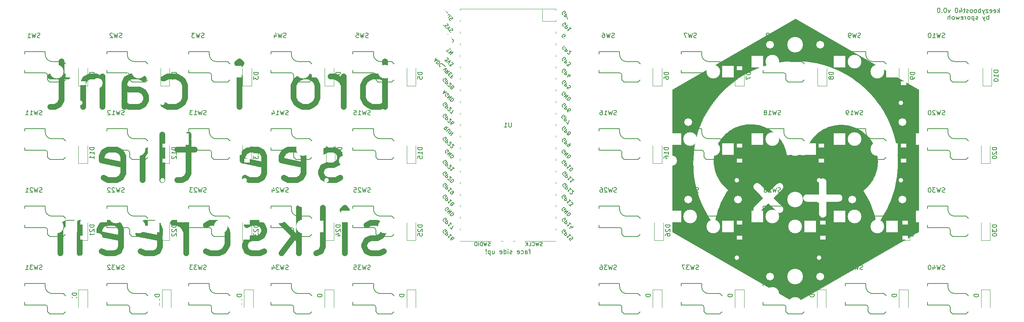
<source format=gbo>
G04 #@! TF.GenerationSoftware,KiCad,Pcbnew,(6.0.4-0)*
G04 #@! TF.CreationDate,2022-07-14T20:21:05-05:00*
G04 #@! TF.ProjectId,keezyboost40,6b65657a-7962-46f6-9f73-7434302e6b69,rev?*
G04 #@! TF.SameCoordinates,Original*
G04 #@! TF.FileFunction,Legend,Bot*
G04 #@! TF.FilePolarity,Positive*
%FSLAX46Y46*%
G04 Gerber Fmt 4.6, Leading zero omitted, Abs format (unit mm)*
G04 Created by KiCad (PCBNEW (6.0.4-0)) date 2022-07-14 20:21:05*
%MOMM*%
%LPD*%
G01*
G04 APERTURE LIST*
%ADD10C,0.050000*%
%ADD11C,0.150000*%
%ADD12C,1.250000*%
%ADD13C,0.120000*%
%ADD14C,3.429000*%
%ADD15C,0.990600*%
%ADD16C,1.701800*%
%ADD17C,3.000000*%
%ADD18R,2.600000X2.600000*%
%ADD19C,2.200000*%
%ADD20C,3.800000*%
%ADD21C,4.000000*%
%ADD22R,1.650000X1.650000*%
%ADD23C,1.650000*%
%ADD24R,1.200000X0.900000*%
%ADD25R,3.500000X1.700000*%
%ADD26O,1.700000X1.700000*%
%ADD27R,1.700000X1.700000*%
G04 APERTURE END LIST*
D10*
G36*
X184050727Y-77726817D02*
G01*
X157041167Y-62132853D01*
X157041174Y-47023066D01*
X161578437Y-47023066D01*
X161598955Y-47991350D01*
X161659956Y-48949214D01*
X161760610Y-49895829D01*
X161900089Y-50830365D01*
X162077561Y-51751991D01*
X162292198Y-52659880D01*
X162543170Y-53553200D01*
X162829648Y-54431123D01*
X163150801Y-55292819D01*
X163505800Y-56137458D01*
X163893816Y-56964211D01*
X164314019Y-57772248D01*
X164765580Y-58560740D01*
X165247668Y-59328856D01*
X165759454Y-60075768D01*
X166300109Y-60800646D01*
X166378308Y-60260147D01*
X166472504Y-59724969D01*
X166582443Y-59195363D01*
X166707874Y-58671582D01*
X166848545Y-58153879D01*
X167004204Y-57642503D01*
X167170695Y-57149274D01*
X174764129Y-57149274D01*
X174765814Y-57188847D01*
X174769339Y-57228322D01*
X174774702Y-57267628D01*
X174781906Y-57306696D01*
X174790949Y-57345455D01*
X174801831Y-57383836D01*
X174814553Y-57421769D01*
X174829114Y-57459184D01*
X174845515Y-57496012D01*
X174863755Y-57532181D01*
X174883834Y-57567624D01*
X174905753Y-57602269D01*
X174929512Y-57636048D01*
X174955110Y-57668889D01*
X174982547Y-57700724D01*
X175011824Y-57731482D01*
X175042583Y-57760759D01*
X175074417Y-57788196D01*
X175107259Y-57813794D01*
X175141037Y-57837553D01*
X175175682Y-57859472D01*
X175211125Y-57879551D01*
X175247294Y-57897791D01*
X175284122Y-57914192D01*
X175321537Y-57928753D01*
X175359470Y-57941475D01*
X175397851Y-57952357D01*
X175436610Y-57961399D01*
X175475677Y-57968602D01*
X175514983Y-57973966D01*
X175554458Y-57977490D01*
X175594032Y-57979175D01*
X175633635Y-57979020D01*
X175673197Y-57977026D01*
X175712649Y-57973192D01*
X175751920Y-57967519D01*
X175790941Y-57960006D01*
X175829641Y-57950654D01*
X175867952Y-57939462D01*
X175905804Y-57926431D01*
X175943125Y-57911561D01*
X175979848Y-57894851D01*
X176015901Y-57876301D01*
X176051215Y-57855912D01*
X176085720Y-57833683D01*
X176119346Y-57809615D01*
X176152024Y-57783708D01*
X176183684Y-57755961D01*
X176183745Y-57756025D01*
X176183807Y-57756090D01*
X176183934Y-57756220D01*
X176184064Y-57756350D01*
X176184195Y-57756480D01*
X176209189Y-57731482D01*
X178084357Y-55856314D01*
X179984534Y-57756480D01*
X179984787Y-57756220D01*
X179984915Y-57756090D01*
X179985045Y-57755961D01*
X180016703Y-57783708D01*
X180049380Y-57809615D01*
X180083006Y-57833683D01*
X180117510Y-57855912D01*
X180152823Y-57876301D01*
X180188875Y-57894851D01*
X180225597Y-57911561D01*
X180262918Y-57926431D01*
X180300769Y-57939462D01*
X180339079Y-57950654D01*
X180377780Y-57960006D01*
X180416801Y-57967519D01*
X180456071Y-57973192D01*
X180495523Y-57977026D01*
X180535085Y-57979020D01*
X180574688Y-57979175D01*
X180614262Y-57977490D01*
X180653736Y-57973966D01*
X180693043Y-57968602D01*
X180732110Y-57961399D01*
X180770870Y-57952357D01*
X180809251Y-57941475D01*
X180847184Y-57928753D01*
X180884599Y-57914192D01*
X180921427Y-57897791D01*
X180957597Y-57879551D01*
X180993039Y-57859472D01*
X181027685Y-57837553D01*
X181061463Y-57813794D01*
X181094304Y-57788196D01*
X181126139Y-57760759D01*
X181156897Y-57731482D01*
X181186175Y-57700724D01*
X181213613Y-57668889D01*
X181239211Y-57636048D01*
X181262971Y-57602269D01*
X181284890Y-57567624D01*
X181304970Y-57532181D01*
X181323210Y-57496012D01*
X181339611Y-57459184D01*
X181354173Y-57421769D01*
X181366894Y-57383836D01*
X181377777Y-57345455D01*
X181386820Y-57306696D01*
X181394023Y-57267628D01*
X181399387Y-57228322D01*
X181402911Y-57188847D01*
X181404596Y-57149274D01*
X181404441Y-57109671D01*
X181402447Y-57070109D01*
X181398614Y-57030658D01*
X181392941Y-56991387D01*
X181385428Y-56952366D01*
X181376076Y-56913666D01*
X181364885Y-56875355D01*
X181351854Y-56837504D01*
X181336984Y-56800183D01*
X181320274Y-56763461D01*
X181301725Y-56727409D01*
X181281336Y-56692096D01*
X181259108Y-56657591D01*
X181235041Y-56623966D01*
X181209134Y-56591288D01*
X181181388Y-56559630D01*
X181181891Y-56559111D01*
X179281729Y-54658945D01*
X179281736Y-54658938D01*
X185671851Y-54658938D01*
X185672898Y-54701390D01*
X185676008Y-54743302D01*
X185681130Y-54784625D01*
X185688215Y-54825310D01*
X185697213Y-54865308D01*
X185708077Y-54904568D01*
X185720755Y-54943042D01*
X185735199Y-54980680D01*
X185751359Y-55017433D01*
X185769186Y-55053251D01*
X185788631Y-55088086D01*
X185809643Y-55121887D01*
X185832175Y-55154606D01*
X185856176Y-55186192D01*
X185881596Y-55216597D01*
X185908388Y-55245772D01*
X185936501Y-55273666D01*
X185965885Y-55300231D01*
X185996492Y-55325416D01*
X186028272Y-55349174D01*
X186061176Y-55371453D01*
X186095154Y-55392206D01*
X186130157Y-55411382D01*
X186166136Y-55428932D01*
X186203041Y-55444808D01*
X186240823Y-55458958D01*
X186279432Y-55471335D01*
X186318819Y-55481888D01*
X186358935Y-55490569D01*
X186399730Y-55497328D01*
X186441155Y-55502115D01*
X186483161Y-55504881D01*
X186483161Y-55505606D01*
X189170409Y-55505606D01*
X189170409Y-58192847D01*
X189171134Y-58192847D01*
X189173900Y-58234853D01*
X189178687Y-58276279D01*
X189185446Y-58317074D01*
X189194127Y-58357191D01*
X189204680Y-58396578D01*
X189217057Y-58435188D01*
X189231208Y-58472970D01*
X189247083Y-58509875D01*
X189264633Y-58545854D01*
X189283810Y-58580857D01*
X189304562Y-58614835D01*
X189326842Y-58647739D01*
X189350599Y-58679519D01*
X189375785Y-58710125D01*
X189402349Y-58739510D01*
X189430243Y-58767622D01*
X189459417Y-58794414D01*
X189489822Y-58819834D01*
X189521408Y-58843835D01*
X189554127Y-58866366D01*
X189587928Y-58887378D01*
X189622762Y-58906823D01*
X189658579Y-58924650D01*
X189695332Y-58940810D01*
X189732969Y-58955253D01*
X189771442Y-58967931D01*
X189810702Y-58978794D01*
X189850698Y-58987793D01*
X189891382Y-58994878D01*
X189932704Y-59000000D01*
X189974615Y-59003109D01*
X190017066Y-59004156D01*
X190059518Y-59003109D01*
X190101430Y-59000000D01*
X190142753Y-58994878D01*
X190183438Y-58987793D01*
X190223436Y-58978794D01*
X190262696Y-58967931D01*
X190301170Y-58955253D01*
X190338809Y-58940810D01*
X190375562Y-58924650D01*
X190411380Y-58906823D01*
X190446215Y-58887378D01*
X190480016Y-58866366D01*
X190512735Y-58843835D01*
X190544322Y-58819834D01*
X190574727Y-58794414D01*
X190603902Y-58767622D01*
X190631796Y-58739510D01*
X190658361Y-58710125D01*
X190683547Y-58679519D01*
X190707304Y-58647739D01*
X190729584Y-58614835D01*
X190750337Y-58580857D01*
X190769513Y-58545854D01*
X190787064Y-58509875D01*
X190802939Y-58472970D01*
X190817090Y-58435188D01*
X190829466Y-58396578D01*
X190840020Y-58357191D01*
X190848701Y-58317074D01*
X190855459Y-58276279D01*
X190860247Y-58234853D01*
X190863013Y-58192847D01*
X190863730Y-58192847D01*
X190863730Y-55505606D01*
X193550978Y-55505606D01*
X193550978Y-55504881D01*
X193592984Y-55502115D01*
X193634409Y-55497328D01*
X193675204Y-55490569D01*
X193715320Y-55481888D01*
X193754707Y-55471335D01*
X193793317Y-55458958D01*
X193831098Y-55444808D01*
X193868003Y-55428932D01*
X193903982Y-55411382D01*
X193938985Y-55392206D01*
X193972963Y-55371453D01*
X194005867Y-55349174D01*
X194037647Y-55325416D01*
X194068254Y-55300231D01*
X194097639Y-55273666D01*
X194125751Y-55245772D01*
X194152543Y-55216597D01*
X194177964Y-55186192D01*
X194201964Y-55154606D01*
X194224496Y-55121887D01*
X194245509Y-55088086D01*
X194264953Y-55053251D01*
X194282780Y-55017433D01*
X194298940Y-54980680D01*
X194313384Y-54943042D01*
X194326062Y-54904568D01*
X194336926Y-54865308D01*
X194345925Y-54825310D01*
X194353010Y-54784625D01*
X194358131Y-54743302D01*
X194361241Y-54701390D01*
X194362288Y-54658938D01*
X194361241Y-54616487D01*
X194358132Y-54574575D01*
X194353010Y-54533252D01*
X194345925Y-54492568D01*
X194336926Y-54452571D01*
X194326063Y-54413311D01*
X194313385Y-54374838D01*
X194298941Y-54337200D01*
X194282781Y-54300447D01*
X194264955Y-54264629D01*
X194245510Y-54229795D01*
X194224498Y-54195994D01*
X194201967Y-54163276D01*
X194177966Y-54131690D01*
X194152545Y-54101285D01*
X194125754Y-54072111D01*
X194097642Y-54044217D01*
X194068257Y-54017652D01*
X194037650Y-53992467D01*
X194005870Y-53968709D01*
X193972967Y-53946430D01*
X193938988Y-53925677D01*
X193903985Y-53906501D01*
X193868006Y-53888951D01*
X193831101Y-53873076D01*
X193793320Y-53858925D01*
X193754710Y-53846548D01*
X193715323Y-53835995D01*
X193675206Y-53827314D01*
X193634410Y-53820556D01*
X193592985Y-53815768D01*
X193550978Y-53813002D01*
X193550978Y-53812277D01*
X190863730Y-53812277D01*
X190863730Y-51125029D01*
X190863013Y-51125029D01*
X190860247Y-51083023D01*
X190855459Y-51041598D01*
X190848701Y-51000803D01*
X190840020Y-50960687D01*
X190829466Y-50921300D01*
X190817090Y-50882690D01*
X190802939Y-50844909D01*
X190787064Y-50808004D01*
X190769513Y-50772025D01*
X190750337Y-50737021D01*
X190729584Y-50703043D01*
X190707304Y-50670139D01*
X190683547Y-50638359D01*
X190658361Y-50607752D01*
X190631796Y-50578367D01*
X190603902Y-50550254D01*
X190574727Y-50523463D01*
X190544322Y-50498042D01*
X190512735Y-50474041D01*
X190480016Y-50451509D01*
X190446215Y-50430496D01*
X190411380Y-50411051D01*
X190375562Y-50393224D01*
X190338809Y-50377064D01*
X190301170Y-50362620D01*
X190262696Y-50349941D01*
X190223436Y-50339078D01*
X190183438Y-50330079D01*
X190142753Y-50322994D01*
X190101430Y-50317872D01*
X190059518Y-50314763D01*
X190017066Y-50313715D01*
X189974615Y-50314763D01*
X189932704Y-50317872D01*
X189891382Y-50322994D01*
X189850698Y-50330079D01*
X189810701Y-50339078D01*
X189771442Y-50349941D01*
X189732968Y-50362620D01*
X189695331Y-50377064D01*
X189658578Y-50393224D01*
X189622760Y-50411051D01*
X189587925Y-50430496D01*
X189554124Y-50451509D01*
X189521406Y-50474041D01*
X189489819Y-50498042D01*
X189459414Y-50523463D01*
X189430239Y-50550254D01*
X189402345Y-50578367D01*
X189375780Y-50607752D01*
X189350594Y-50638359D01*
X189326837Y-50670139D01*
X189304557Y-50703043D01*
X189283804Y-50737021D01*
X189264627Y-50772025D01*
X189247077Y-50808004D01*
X189231201Y-50844909D01*
X189217050Y-50882690D01*
X189204673Y-50921300D01*
X189194119Y-50960687D01*
X189185439Y-51000803D01*
X189178680Y-51041598D01*
X189173893Y-51083023D01*
X189171126Y-51125029D01*
X189170409Y-51125029D01*
X189170409Y-53812285D01*
X186517470Y-53812285D01*
X186483161Y-53812277D01*
X186483161Y-53812994D01*
X186441155Y-53815761D01*
X186399730Y-53820548D01*
X186358935Y-53827307D01*
X186318819Y-53835987D01*
X186279432Y-53846541D01*
X186240823Y-53858917D01*
X186203041Y-53873068D01*
X186166136Y-53888943D01*
X186130157Y-53906494D01*
X186095154Y-53925670D01*
X186061176Y-53946422D01*
X186028272Y-53968702D01*
X185996492Y-53992459D01*
X185965885Y-54017645D01*
X185936501Y-54044210D01*
X185908388Y-54072104D01*
X185881596Y-54101278D01*
X185856176Y-54131683D01*
X185832175Y-54163270D01*
X185809643Y-54195988D01*
X185788631Y-54229790D01*
X185769186Y-54264624D01*
X185751359Y-54300443D01*
X185735199Y-54337196D01*
X185720755Y-54374834D01*
X185708077Y-54413308D01*
X185697213Y-54452568D01*
X185688215Y-54492565D01*
X185681130Y-54533251D01*
X185676008Y-54574574D01*
X185672898Y-54616486D01*
X185671851Y-54658938D01*
X179281736Y-54658938D01*
X181156897Y-52783770D01*
X181181899Y-52758772D01*
X181181388Y-52758261D01*
X181209134Y-52726602D01*
X181235041Y-52693924D01*
X181259108Y-52660298D01*
X181281336Y-52625793D01*
X181301725Y-52590479D01*
X181320274Y-52554427D01*
X181336984Y-52517705D01*
X181351854Y-52480383D01*
X181364885Y-52442532D01*
X181376076Y-52404222D01*
X181385428Y-52365521D01*
X181392941Y-52326500D01*
X181398614Y-52287229D01*
X181402447Y-52247778D01*
X181404441Y-52208216D01*
X181404596Y-52168613D01*
X181402911Y-52129040D01*
X181399387Y-52089565D01*
X181394023Y-52050259D01*
X181386820Y-52011191D01*
X181377777Y-51972432D01*
X181366894Y-51934051D01*
X181354173Y-51896118D01*
X181339611Y-51858702D01*
X181323210Y-51821875D01*
X181304970Y-51785705D01*
X181284890Y-51750262D01*
X181262971Y-51715616D01*
X181239211Y-51681837D01*
X181213613Y-51648996D01*
X181186175Y-51617160D01*
X181156897Y-51586401D01*
X181126139Y-51557124D01*
X181094304Y-51529687D01*
X181061463Y-51504089D01*
X181027685Y-51480330D01*
X180993039Y-51458411D01*
X180957597Y-51438332D01*
X180921427Y-51420091D01*
X180884599Y-51403691D01*
X180847184Y-51389130D01*
X180809251Y-51376408D01*
X180770870Y-51365526D01*
X180732110Y-51356483D01*
X180693043Y-51349279D01*
X180653736Y-51343916D01*
X180614262Y-51340391D01*
X180574688Y-51338706D01*
X180535085Y-51338861D01*
X180495523Y-51340855D01*
X180456071Y-51344689D01*
X180416801Y-51350362D01*
X180377780Y-51357874D01*
X180339079Y-51367226D01*
X180300769Y-51378418D01*
X180262918Y-51391449D01*
X180225597Y-51406319D01*
X180188875Y-51423029D01*
X180152823Y-51441579D01*
X180117510Y-51461968D01*
X180083006Y-51484196D01*
X180049380Y-51508264D01*
X180016703Y-51534172D01*
X179985045Y-51561919D01*
X179984534Y-51561404D01*
X179959525Y-51586401D01*
X178084357Y-53461577D01*
X176209182Y-51586409D01*
X176208818Y-51586039D01*
X176208635Y-51585854D01*
X176208449Y-51585669D01*
X176184203Y-51561404D01*
X176184135Y-51561467D01*
X176184068Y-51561531D01*
X176183938Y-51561661D01*
X176183684Y-51561919D01*
X176152024Y-51534172D01*
X176119347Y-51508265D01*
X176085720Y-51484198D01*
X176051215Y-51461970D01*
X176015901Y-51441581D01*
X175979848Y-51423032D01*
X175943126Y-51406322D01*
X175905805Y-51391452D01*
X175867954Y-51378421D01*
X175829643Y-51367230D01*
X175790942Y-51357878D01*
X175751922Y-51350365D01*
X175712651Y-51344692D01*
X175673199Y-51340859D01*
X175633638Y-51338865D01*
X175594035Y-51338710D01*
X175554461Y-51340395D01*
X175514987Y-51343919D01*
X175475681Y-51349283D01*
X175436613Y-51356487D01*
X175397854Y-51365530D01*
X175359473Y-51376412D01*
X175321540Y-51389134D01*
X175284125Y-51403695D01*
X175247297Y-51420096D01*
X175211127Y-51438336D01*
X175175685Y-51458416D01*
X175141039Y-51480336D01*
X175107260Y-51504095D01*
X175074419Y-51529693D01*
X175042583Y-51557131D01*
X175011824Y-51586409D01*
X174982547Y-51617167D01*
X174955110Y-51649002D01*
X174929512Y-51681843D01*
X174905753Y-51715622D01*
X174883834Y-51750267D01*
X174863755Y-51785709D01*
X174845515Y-51821879D01*
X174829114Y-51858707D01*
X174814553Y-51896122D01*
X174801831Y-51934055D01*
X174790949Y-51972436D01*
X174781906Y-52011195D01*
X174774702Y-52050262D01*
X174769339Y-52089569D01*
X174765814Y-52129043D01*
X174764129Y-52168617D01*
X174764284Y-52208220D01*
X174766278Y-52247782D01*
X174770112Y-52287233D01*
X174775785Y-52326504D01*
X174783297Y-52365525D01*
X174792649Y-52404225D01*
X174803841Y-52442536D01*
X174816872Y-52480387D01*
X174831742Y-52517708D01*
X174848452Y-52554429D01*
X174867002Y-52590482D01*
X174887391Y-52625795D01*
X174909619Y-52660300D01*
X174933687Y-52693925D01*
X174959595Y-52726602D01*
X174987342Y-52758261D01*
X174987211Y-52758389D01*
X174986953Y-52758647D01*
X174986823Y-52758780D01*
X175011824Y-52783778D01*
X176887000Y-54658945D01*
X175011824Y-56534113D01*
X174986823Y-56559111D01*
X174987342Y-56559630D01*
X174959595Y-56591288D01*
X174933687Y-56623966D01*
X174909619Y-56657591D01*
X174887391Y-56692096D01*
X174867002Y-56727409D01*
X174848452Y-56763461D01*
X174831742Y-56800183D01*
X174816872Y-56837504D01*
X174803841Y-56875355D01*
X174792649Y-56913666D01*
X174783297Y-56952366D01*
X174775785Y-56991387D01*
X174770112Y-57030658D01*
X174766278Y-57070109D01*
X174764284Y-57109671D01*
X174764129Y-57149274D01*
X167170695Y-57149274D01*
X167174599Y-57137709D01*
X167359479Y-56639747D01*
X167558590Y-56148870D01*
X167771683Y-55665329D01*
X167998503Y-55189376D01*
X168238801Y-54721264D01*
X168492323Y-54261244D01*
X168758818Y-53809568D01*
X169038034Y-53366489D01*
X169329718Y-52932257D01*
X168976005Y-52647570D01*
X168639125Y-52343709D01*
X168319904Y-52021498D01*
X168019169Y-51681765D01*
X167737746Y-51325336D01*
X167476460Y-50953035D01*
X167236138Y-50565690D01*
X167017606Y-50164127D01*
X166821691Y-49749171D01*
X166649217Y-49321648D01*
X166501011Y-48882385D01*
X166377899Y-48432208D01*
X166280708Y-47971942D01*
X166210262Y-47502414D01*
X166167389Y-47024449D01*
X166152915Y-46538874D01*
X166163361Y-46126184D01*
X166194365Y-45718889D01*
X166245419Y-45317494D01*
X166316019Y-44922505D01*
X166405659Y-44534426D01*
X166513834Y-44153764D01*
X166640038Y-43781023D01*
X166783766Y-43416710D01*
X166944514Y-43061329D01*
X167121774Y-42715386D01*
X167315042Y-42379386D01*
X167523813Y-42053835D01*
X167747581Y-41739238D01*
X167985841Y-41436100D01*
X168238087Y-41144927D01*
X168503814Y-40866225D01*
X168782517Y-40600498D01*
X169073690Y-40348251D01*
X169376828Y-40109992D01*
X169691425Y-39886224D01*
X170016976Y-39677453D01*
X170352975Y-39484185D01*
X170698918Y-39306924D01*
X171054299Y-39146177D01*
X171418612Y-39002449D01*
X171791352Y-38876244D01*
X172172014Y-38768069D01*
X172560092Y-38678430D01*
X172955081Y-38607830D01*
X173356475Y-38556776D01*
X173763770Y-38525773D01*
X174176459Y-38515326D01*
X174550689Y-38523913D01*
X174920527Y-38549421D01*
X175285596Y-38591477D01*
X175645521Y-38649702D01*
X175999926Y-38723721D01*
X176348434Y-38813157D01*
X176690669Y-38917635D01*
X177026256Y-39036779D01*
X177354817Y-39170211D01*
X177675976Y-39317557D01*
X177989358Y-39478439D01*
X178294586Y-39652481D01*
X178591285Y-39839309D01*
X178879077Y-40038544D01*
X179157587Y-40249811D01*
X179426438Y-40472734D01*
X179685255Y-40706937D01*
X179933661Y-40952043D01*
X180171280Y-41207677D01*
X180397736Y-41473462D01*
X180612652Y-41749021D01*
X180815653Y-42033980D01*
X181006362Y-42327961D01*
X181184404Y-42630588D01*
X181349401Y-42941486D01*
X181500978Y-43260278D01*
X181638759Y-43586587D01*
X181762367Y-43920038D01*
X181871427Y-44260255D01*
X181965561Y-44606861D01*
X182044394Y-44959480D01*
X182107550Y-45317736D01*
X182347379Y-45293435D01*
X182588125Y-45272306D01*
X182829770Y-45254370D01*
X183072290Y-45239647D01*
X183315666Y-45228159D01*
X183559875Y-45219927D01*
X183804898Y-45214973D01*
X184050711Y-45213316D01*
X184050719Y-45213316D01*
X184314326Y-45215221D01*
X184577021Y-45220918D01*
X184838776Y-45230381D01*
X185099566Y-45243584D01*
X185359365Y-45260500D01*
X185618146Y-45281104D01*
X185875884Y-45305369D01*
X186132552Y-45333269D01*
X186199672Y-44979896D01*
X186282076Y-44632162D01*
X186379398Y-44290433D01*
X186491273Y-43955074D01*
X186617335Y-43626452D01*
X186757218Y-43304933D01*
X186910556Y-42990882D01*
X187076983Y-42684665D01*
X187256133Y-42386649D01*
X187447641Y-42097199D01*
X187651140Y-41816680D01*
X187866265Y-41545459D01*
X188092649Y-41283902D01*
X188329927Y-41032375D01*
X188577734Y-40791243D01*
X188835702Y-40560872D01*
X189103466Y-40341629D01*
X189380661Y-40133879D01*
X189666920Y-39937987D01*
X189961878Y-39754321D01*
X190265168Y-39583245D01*
X190576425Y-39425126D01*
X190895283Y-39280329D01*
X191221376Y-39149221D01*
X191554338Y-39032167D01*
X191893804Y-38929533D01*
X192239407Y-38841685D01*
X192590781Y-38768989D01*
X192947561Y-38711811D01*
X193309380Y-38670516D01*
X193675874Y-38645471D01*
X194046675Y-38637041D01*
X194459365Y-38647488D01*
X194866660Y-38678491D01*
X195268055Y-38729545D01*
X195663044Y-38800145D01*
X196051122Y-38889785D01*
X196431784Y-38997960D01*
X196804525Y-39124164D01*
X197168838Y-39267893D01*
X197524219Y-39428640D01*
X197870162Y-39605900D01*
X198206162Y-39799168D01*
X198531713Y-40007939D01*
X198846310Y-40231707D01*
X199149448Y-40469967D01*
X199440621Y-40722213D01*
X199719323Y-40987940D01*
X199985051Y-41266643D01*
X200237297Y-41557816D01*
X200475557Y-41860953D01*
X200699325Y-42175551D01*
X200908096Y-42501102D01*
X201101364Y-42837101D01*
X201278625Y-43183045D01*
X201439372Y-43538425D01*
X201583100Y-43902739D01*
X201709305Y-44275479D01*
X201817480Y-44656142D01*
X201907120Y-45044220D01*
X201977720Y-45439210D01*
X202028774Y-45840605D01*
X202059777Y-46247900D01*
X202070224Y-46660590D01*
X202070223Y-46660590D01*
X202070222Y-46660589D01*
X202070221Y-46660589D01*
X202070221Y-46660588D01*
X202070220Y-46660588D01*
X202070220Y-46660586D01*
X202055620Y-47148250D01*
X202012379Y-47628235D01*
X201941333Y-48099702D01*
X201843319Y-48561816D01*
X201719174Y-49013739D01*
X201569735Y-49454635D01*
X201395838Y-49883667D01*
X201198321Y-50299998D01*
X200978020Y-50702791D01*
X200735772Y-51091209D01*
X200472414Y-51464416D01*
X200188783Y-51821574D01*
X199885716Y-52161848D01*
X199564048Y-52484399D01*
X199224618Y-52788392D01*
X198868262Y-53072989D01*
X199150162Y-53501130D01*
X199420022Y-53937687D01*
X199677606Y-54382425D01*
X199827304Y-54658938D01*
X199922677Y-54835105D01*
X200154999Y-55295492D01*
X200374334Y-55763349D01*
X200580445Y-56238438D01*
X200773096Y-56720523D01*
X200952051Y-57209367D01*
X201117071Y-57704734D01*
X201267921Y-58206386D01*
X201404363Y-58714086D01*
X201526161Y-59227599D01*
X201633078Y-59746686D01*
X201724877Y-60271112D01*
X201801322Y-60800639D01*
X202341976Y-60075761D01*
X202853761Y-59328849D01*
X203335849Y-58560733D01*
X203787408Y-57772242D01*
X204207610Y-56964205D01*
X204595626Y-56137453D01*
X204950625Y-55292814D01*
X205271777Y-54431119D01*
X205558254Y-53553197D01*
X205809226Y-52659877D01*
X206023863Y-51751990D01*
X206201335Y-50830363D01*
X206340813Y-49895828D01*
X206441467Y-48949214D01*
X206502468Y-47991350D01*
X206522986Y-47023066D01*
X206493727Y-45867208D01*
X206406894Y-44726460D01*
X206263902Y-43602237D01*
X206066167Y-42495954D01*
X205815104Y-41409028D01*
X205512129Y-40342873D01*
X205158657Y-39298905D01*
X204756103Y-38278540D01*
X204305884Y-37283192D01*
X203809415Y-36314278D01*
X203268110Y-35373213D01*
X202683387Y-34461413D01*
X202056659Y-33580293D01*
X201389344Y-32731267D01*
X200682855Y-31915753D01*
X199938609Y-31135166D01*
X199158021Y-30390920D01*
X198342507Y-29684431D01*
X197493482Y-29017116D01*
X196612361Y-28390389D01*
X195700560Y-27805665D01*
X194759496Y-27264361D01*
X193790582Y-26767892D01*
X192795234Y-26317673D01*
X191774869Y-25915120D01*
X190730902Y-25561648D01*
X189664747Y-25258673D01*
X188577821Y-25007610D01*
X187471539Y-24809875D01*
X186347316Y-24666883D01*
X185206568Y-24580050D01*
X184050711Y-24550791D01*
X182894854Y-24580050D01*
X181754107Y-24666883D01*
X180629884Y-24809875D01*
X179523602Y-25007610D01*
X178436676Y-25258673D01*
X177370521Y-25561648D01*
X176326554Y-25915120D01*
X175306188Y-26317673D01*
X174310841Y-26767892D01*
X173341927Y-27264361D01*
X172400862Y-27805665D01*
X171489062Y-28390389D01*
X170607941Y-29017116D01*
X169758916Y-29684431D01*
X168943402Y-30390920D01*
X168162814Y-31135166D01*
X167418568Y-31915753D01*
X166712079Y-32731267D01*
X166044763Y-33580293D01*
X165418036Y-34461413D01*
X164833312Y-35373213D01*
X164292008Y-36314278D01*
X163795539Y-37283192D01*
X163345320Y-38278540D01*
X162942766Y-39298905D01*
X162589294Y-40342873D01*
X162286319Y-41409028D01*
X162035256Y-42495954D01*
X161837521Y-43602237D01*
X161694529Y-44726460D01*
X161607696Y-45867208D01*
X161578437Y-47023066D01*
X157041174Y-47023066D01*
X157041182Y-30944903D01*
X184050704Y-15350949D01*
X211060263Y-30944914D01*
X211060258Y-47023066D01*
X211060252Y-62132861D01*
X184050727Y-77726817D01*
G37*
X184050727Y-77726817D02*
X157041167Y-62132853D01*
X157041174Y-47023066D01*
X161578437Y-47023066D01*
X161598955Y-47991350D01*
X161659956Y-48949214D01*
X161760610Y-49895829D01*
X161900089Y-50830365D01*
X162077561Y-51751991D01*
X162292198Y-52659880D01*
X162543170Y-53553200D01*
X162829648Y-54431123D01*
X163150801Y-55292819D01*
X163505800Y-56137458D01*
X163893816Y-56964211D01*
X164314019Y-57772248D01*
X164765580Y-58560740D01*
X165247668Y-59328856D01*
X165759454Y-60075768D01*
X166300109Y-60800646D01*
X166378308Y-60260147D01*
X166472504Y-59724969D01*
X166582443Y-59195363D01*
X166707874Y-58671582D01*
X166848545Y-58153879D01*
X167004204Y-57642503D01*
X167170695Y-57149274D01*
X174764129Y-57149274D01*
X174765814Y-57188847D01*
X174769339Y-57228322D01*
X174774702Y-57267628D01*
X174781906Y-57306696D01*
X174790949Y-57345455D01*
X174801831Y-57383836D01*
X174814553Y-57421769D01*
X174829114Y-57459184D01*
X174845515Y-57496012D01*
X174863755Y-57532181D01*
X174883834Y-57567624D01*
X174905753Y-57602269D01*
X174929512Y-57636048D01*
X174955110Y-57668889D01*
X174982547Y-57700724D01*
X175011824Y-57731482D01*
X175042583Y-57760759D01*
X175074417Y-57788196D01*
X175107259Y-57813794D01*
X175141037Y-57837553D01*
X175175682Y-57859472D01*
X175211125Y-57879551D01*
X175247294Y-57897791D01*
X175284122Y-57914192D01*
X175321537Y-57928753D01*
X175359470Y-57941475D01*
X175397851Y-57952357D01*
X175436610Y-57961399D01*
X175475677Y-57968602D01*
X175514983Y-57973966D01*
X175554458Y-57977490D01*
X175594032Y-57979175D01*
X175633635Y-57979020D01*
X175673197Y-57977026D01*
X175712649Y-57973192D01*
X175751920Y-57967519D01*
X175790941Y-57960006D01*
X175829641Y-57950654D01*
X175867952Y-57939462D01*
X175905804Y-57926431D01*
X175943125Y-57911561D01*
X175979848Y-57894851D01*
X176015901Y-57876301D01*
X176051215Y-57855912D01*
X176085720Y-57833683D01*
X176119346Y-57809615D01*
X176152024Y-57783708D01*
X176183684Y-57755961D01*
X176183745Y-57756025D01*
X176183807Y-57756090D01*
X176183934Y-57756220D01*
X176184064Y-57756350D01*
X176184195Y-57756480D01*
X176209189Y-57731482D01*
X178084357Y-55856314D01*
X179984534Y-57756480D01*
X179984787Y-57756220D01*
X179984915Y-57756090D01*
X179985045Y-57755961D01*
X180016703Y-57783708D01*
X180049380Y-57809615D01*
X180083006Y-57833683D01*
X180117510Y-57855912D01*
X180152823Y-57876301D01*
X180188875Y-57894851D01*
X180225597Y-57911561D01*
X180262918Y-57926431D01*
X180300769Y-57939462D01*
X180339079Y-57950654D01*
X180377780Y-57960006D01*
X180416801Y-57967519D01*
X180456071Y-57973192D01*
X180495523Y-57977026D01*
X180535085Y-57979020D01*
X180574688Y-57979175D01*
X180614262Y-57977490D01*
X180653736Y-57973966D01*
X180693043Y-57968602D01*
X180732110Y-57961399D01*
X180770870Y-57952357D01*
X180809251Y-57941475D01*
X180847184Y-57928753D01*
X180884599Y-57914192D01*
X180921427Y-57897791D01*
X180957597Y-57879551D01*
X180993039Y-57859472D01*
X181027685Y-57837553D01*
X181061463Y-57813794D01*
X181094304Y-57788196D01*
X181126139Y-57760759D01*
X181156897Y-57731482D01*
X181186175Y-57700724D01*
X181213613Y-57668889D01*
X181239211Y-57636048D01*
X181262971Y-57602269D01*
X181284890Y-57567624D01*
X181304970Y-57532181D01*
X181323210Y-57496012D01*
X181339611Y-57459184D01*
X181354173Y-57421769D01*
X181366894Y-57383836D01*
X181377777Y-57345455D01*
X181386820Y-57306696D01*
X181394023Y-57267628D01*
X181399387Y-57228322D01*
X181402911Y-57188847D01*
X181404596Y-57149274D01*
X181404441Y-57109671D01*
X181402447Y-57070109D01*
X181398614Y-57030658D01*
X181392941Y-56991387D01*
X181385428Y-56952366D01*
X181376076Y-56913666D01*
X181364885Y-56875355D01*
X181351854Y-56837504D01*
X181336984Y-56800183D01*
X181320274Y-56763461D01*
X181301725Y-56727409D01*
X181281336Y-56692096D01*
X181259108Y-56657591D01*
X181235041Y-56623966D01*
X181209134Y-56591288D01*
X181181388Y-56559630D01*
X181181891Y-56559111D01*
X179281729Y-54658945D01*
X179281736Y-54658938D01*
X185671851Y-54658938D01*
X185672898Y-54701390D01*
X185676008Y-54743302D01*
X185681130Y-54784625D01*
X185688215Y-54825310D01*
X185697213Y-54865308D01*
X185708077Y-54904568D01*
X185720755Y-54943042D01*
X185735199Y-54980680D01*
X185751359Y-55017433D01*
X185769186Y-55053251D01*
X185788631Y-55088086D01*
X185809643Y-55121887D01*
X185832175Y-55154606D01*
X185856176Y-55186192D01*
X185881596Y-55216597D01*
X185908388Y-55245772D01*
X185936501Y-55273666D01*
X185965885Y-55300231D01*
X185996492Y-55325416D01*
X186028272Y-55349174D01*
X186061176Y-55371453D01*
X186095154Y-55392206D01*
X186130157Y-55411382D01*
X186166136Y-55428932D01*
X186203041Y-55444808D01*
X186240823Y-55458958D01*
X186279432Y-55471335D01*
X186318819Y-55481888D01*
X186358935Y-55490569D01*
X186399730Y-55497328D01*
X186441155Y-55502115D01*
X186483161Y-55504881D01*
X186483161Y-55505606D01*
X189170409Y-55505606D01*
X189170409Y-58192847D01*
X189171134Y-58192847D01*
X189173900Y-58234853D01*
X189178687Y-58276279D01*
X189185446Y-58317074D01*
X189194127Y-58357191D01*
X189204680Y-58396578D01*
X189217057Y-58435188D01*
X189231208Y-58472970D01*
X189247083Y-58509875D01*
X189264633Y-58545854D01*
X189283810Y-58580857D01*
X189304562Y-58614835D01*
X189326842Y-58647739D01*
X189350599Y-58679519D01*
X189375785Y-58710125D01*
X189402349Y-58739510D01*
X189430243Y-58767622D01*
X189459417Y-58794414D01*
X189489822Y-58819834D01*
X189521408Y-58843835D01*
X189554127Y-58866366D01*
X189587928Y-58887378D01*
X189622762Y-58906823D01*
X189658579Y-58924650D01*
X189695332Y-58940810D01*
X189732969Y-58955253D01*
X189771442Y-58967931D01*
X189810702Y-58978794D01*
X189850698Y-58987793D01*
X189891382Y-58994878D01*
X189932704Y-59000000D01*
X189974615Y-59003109D01*
X190017066Y-59004156D01*
X190059518Y-59003109D01*
X190101430Y-59000000D01*
X190142753Y-58994878D01*
X190183438Y-58987793D01*
X190223436Y-58978794D01*
X190262696Y-58967931D01*
X190301170Y-58955253D01*
X190338809Y-58940810D01*
X190375562Y-58924650D01*
X190411380Y-58906823D01*
X190446215Y-58887378D01*
X190480016Y-58866366D01*
X190512735Y-58843835D01*
X190544322Y-58819834D01*
X190574727Y-58794414D01*
X190603902Y-58767622D01*
X190631796Y-58739510D01*
X190658361Y-58710125D01*
X190683547Y-58679519D01*
X190707304Y-58647739D01*
X190729584Y-58614835D01*
X190750337Y-58580857D01*
X190769513Y-58545854D01*
X190787064Y-58509875D01*
X190802939Y-58472970D01*
X190817090Y-58435188D01*
X190829466Y-58396578D01*
X190840020Y-58357191D01*
X190848701Y-58317074D01*
X190855459Y-58276279D01*
X190860247Y-58234853D01*
X190863013Y-58192847D01*
X190863730Y-58192847D01*
X190863730Y-55505606D01*
X193550978Y-55505606D01*
X193550978Y-55504881D01*
X193592984Y-55502115D01*
X193634409Y-55497328D01*
X193675204Y-55490569D01*
X193715320Y-55481888D01*
X193754707Y-55471335D01*
X193793317Y-55458958D01*
X193831098Y-55444808D01*
X193868003Y-55428932D01*
X193903982Y-55411382D01*
X193938985Y-55392206D01*
X193972963Y-55371453D01*
X194005867Y-55349174D01*
X194037647Y-55325416D01*
X194068254Y-55300231D01*
X194097639Y-55273666D01*
X194125751Y-55245772D01*
X194152543Y-55216597D01*
X194177964Y-55186192D01*
X194201964Y-55154606D01*
X194224496Y-55121887D01*
X194245509Y-55088086D01*
X194264953Y-55053251D01*
X194282780Y-55017433D01*
X194298940Y-54980680D01*
X194313384Y-54943042D01*
X194326062Y-54904568D01*
X194336926Y-54865308D01*
X194345925Y-54825310D01*
X194353010Y-54784625D01*
X194358131Y-54743302D01*
X194361241Y-54701390D01*
X194362288Y-54658938D01*
X194361241Y-54616487D01*
X194358132Y-54574575D01*
X194353010Y-54533252D01*
X194345925Y-54492568D01*
X194336926Y-54452571D01*
X194326063Y-54413311D01*
X194313385Y-54374838D01*
X194298941Y-54337200D01*
X194282781Y-54300447D01*
X194264955Y-54264629D01*
X194245510Y-54229795D01*
X194224498Y-54195994D01*
X194201967Y-54163276D01*
X194177966Y-54131690D01*
X194152545Y-54101285D01*
X194125754Y-54072111D01*
X194097642Y-54044217D01*
X194068257Y-54017652D01*
X194037650Y-53992467D01*
X194005870Y-53968709D01*
X193972967Y-53946430D01*
X193938988Y-53925677D01*
X193903985Y-53906501D01*
X193868006Y-53888951D01*
X193831101Y-53873076D01*
X193793320Y-53858925D01*
X193754710Y-53846548D01*
X193715323Y-53835995D01*
X193675206Y-53827314D01*
X193634410Y-53820556D01*
X193592985Y-53815768D01*
X193550978Y-53813002D01*
X193550978Y-53812277D01*
X190863730Y-53812277D01*
X190863730Y-51125029D01*
X190863013Y-51125029D01*
X190860247Y-51083023D01*
X190855459Y-51041598D01*
X190848701Y-51000803D01*
X190840020Y-50960687D01*
X190829466Y-50921300D01*
X190817090Y-50882690D01*
X190802939Y-50844909D01*
X190787064Y-50808004D01*
X190769513Y-50772025D01*
X190750337Y-50737021D01*
X190729584Y-50703043D01*
X190707304Y-50670139D01*
X190683547Y-50638359D01*
X190658361Y-50607752D01*
X190631796Y-50578367D01*
X190603902Y-50550254D01*
X190574727Y-50523463D01*
X190544322Y-50498042D01*
X190512735Y-50474041D01*
X190480016Y-50451509D01*
X190446215Y-50430496D01*
X190411380Y-50411051D01*
X190375562Y-50393224D01*
X190338809Y-50377064D01*
X190301170Y-50362620D01*
X190262696Y-50349941D01*
X190223436Y-50339078D01*
X190183438Y-50330079D01*
X190142753Y-50322994D01*
X190101430Y-50317872D01*
X190059518Y-50314763D01*
X190017066Y-50313715D01*
X189974615Y-50314763D01*
X189932704Y-50317872D01*
X189891382Y-50322994D01*
X189850698Y-50330079D01*
X189810701Y-50339078D01*
X189771442Y-50349941D01*
X189732968Y-50362620D01*
X189695331Y-50377064D01*
X189658578Y-50393224D01*
X189622760Y-50411051D01*
X189587925Y-50430496D01*
X189554124Y-50451509D01*
X189521406Y-50474041D01*
X189489819Y-50498042D01*
X189459414Y-50523463D01*
X189430239Y-50550254D01*
X189402345Y-50578367D01*
X189375780Y-50607752D01*
X189350594Y-50638359D01*
X189326837Y-50670139D01*
X189304557Y-50703043D01*
X189283804Y-50737021D01*
X189264627Y-50772025D01*
X189247077Y-50808004D01*
X189231201Y-50844909D01*
X189217050Y-50882690D01*
X189204673Y-50921300D01*
X189194119Y-50960687D01*
X189185439Y-51000803D01*
X189178680Y-51041598D01*
X189173893Y-51083023D01*
X189171126Y-51125029D01*
X189170409Y-51125029D01*
X189170409Y-53812285D01*
X186517470Y-53812285D01*
X186483161Y-53812277D01*
X186483161Y-53812994D01*
X186441155Y-53815761D01*
X186399730Y-53820548D01*
X186358935Y-53827307D01*
X186318819Y-53835987D01*
X186279432Y-53846541D01*
X186240823Y-53858917D01*
X186203041Y-53873068D01*
X186166136Y-53888943D01*
X186130157Y-53906494D01*
X186095154Y-53925670D01*
X186061176Y-53946422D01*
X186028272Y-53968702D01*
X185996492Y-53992459D01*
X185965885Y-54017645D01*
X185936501Y-54044210D01*
X185908388Y-54072104D01*
X185881596Y-54101278D01*
X185856176Y-54131683D01*
X185832175Y-54163270D01*
X185809643Y-54195988D01*
X185788631Y-54229790D01*
X185769186Y-54264624D01*
X185751359Y-54300443D01*
X185735199Y-54337196D01*
X185720755Y-54374834D01*
X185708077Y-54413308D01*
X185697213Y-54452568D01*
X185688215Y-54492565D01*
X185681130Y-54533251D01*
X185676008Y-54574574D01*
X185672898Y-54616486D01*
X185671851Y-54658938D01*
X179281736Y-54658938D01*
X181156897Y-52783770D01*
X181181899Y-52758772D01*
X181181388Y-52758261D01*
X181209134Y-52726602D01*
X181235041Y-52693924D01*
X181259108Y-52660298D01*
X181281336Y-52625793D01*
X181301725Y-52590479D01*
X181320274Y-52554427D01*
X181336984Y-52517705D01*
X181351854Y-52480383D01*
X181364885Y-52442532D01*
X181376076Y-52404222D01*
X181385428Y-52365521D01*
X181392941Y-52326500D01*
X181398614Y-52287229D01*
X181402447Y-52247778D01*
X181404441Y-52208216D01*
X181404596Y-52168613D01*
X181402911Y-52129040D01*
X181399387Y-52089565D01*
X181394023Y-52050259D01*
X181386820Y-52011191D01*
X181377777Y-51972432D01*
X181366894Y-51934051D01*
X181354173Y-51896118D01*
X181339611Y-51858702D01*
X181323210Y-51821875D01*
X181304970Y-51785705D01*
X181284890Y-51750262D01*
X181262971Y-51715616D01*
X181239211Y-51681837D01*
X181213613Y-51648996D01*
X181186175Y-51617160D01*
X181156897Y-51586401D01*
X181126139Y-51557124D01*
X181094304Y-51529687D01*
X181061463Y-51504089D01*
X181027685Y-51480330D01*
X180993039Y-51458411D01*
X180957597Y-51438332D01*
X180921427Y-51420091D01*
X180884599Y-51403691D01*
X180847184Y-51389130D01*
X180809251Y-51376408D01*
X180770870Y-51365526D01*
X180732110Y-51356483D01*
X180693043Y-51349279D01*
X180653736Y-51343916D01*
X180614262Y-51340391D01*
X180574688Y-51338706D01*
X180535085Y-51338861D01*
X180495523Y-51340855D01*
X180456071Y-51344689D01*
X180416801Y-51350362D01*
X180377780Y-51357874D01*
X180339079Y-51367226D01*
X180300769Y-51378418D01*
X180262918Y-51391449D01*
X180225597Y-51406319D01*
X180188875Y-51423029D01*
X180152823Y-51441579D01*
X180117510Y-51461968D01*
X180083006Y-51484196D01*
X180049380Y-51508264D01*
X180016703Y-51534172D01*
X179985045Y-51561919D01*
X179984534Y-51561404D01*
X179959525Y-51586401D01*
X178084357Y-53461577D01*
X176209182Y-51586409D01*
X176208818Y-51586039D01*
X176208635Y-51585854D01*
X176208449Y-51585669D01*
X176184203Y-51561404D01*
X176184135Y-51561467D01*
X176184068Y-51561531D01*
X176183938Y-51561661D01*
X176183684Y-51561919D01*
X176152024Y-51534172D01*
X176119347Y-51508265D01*
X176085720Y-51484198D01*
X176051215Y-51461970D01*
X176015901Y-51441581D01*
X175979848Y-51423032D01*
X175943126Y-51406322D01*
X175905805Y-51391452D01*
X175867954Y-51378421D01*
X175829643Y-51367230D01*
X175790942Y-51357878D01*
X175751922Y-51350365D01*
X175712651Y-51344692D01*
X175673199Y-51340859D01*
X175633638Y-51338865D01*
X175594035Y-51338710D01*
X175554461Y-51340395D01*
X175514987Y-51343919D01*
X175475681Y-51349283D01*
X175436613Y-51356487D01*
X175397854Y-51365530D01*
X175359473Y-51376412D01*
X175321540Y-51389134D01*
X175284125Y-51403695D01*
X175247297Y-51420096D01*
X175211127Y-51438336D01*
X175175685Y-51458416D01*
X175141039Y-51480336D01*
X175107260Y-51504095D01*
X175074419Y-51529693D01*
X175042583Y-51557131D01*
X175011824Y-51586409D01*
X174982547Y-51617167D01*
X174955110Y-51649002D01*
X174929512Y-51681843D01*
X174905753Y-51715622D01*
X174883834Y-51750267D01*
X174863755Y-51785709D01*
X174845515Y-51821879D01*
X174829114Y-51858707D01*
X174814553Y-51896122D01*
X174801831Y-51934055D01*
X174790949Y-51972436D01*
X174781906Y-52011195D01*
X174774702Y-52050262D01*
X174769339Y-52089569D01*
X174765814Y-52129043D01*
X174764129Y-52168617D01*
X174764284Y-52208220D01*
X174766278Y-52247782D01*
X174770112Y-52287233D01*
X174775785Y-52326504D01*
X174783297Y-52365525D01*
X174792649Y-52404225D01*
X174803841Y-52442536D01*
X174816872Y-52480387D01*
X174831742Y-52517708D01*
X174848452Y-52554429D01*
X174867002Y-52590482D01*
X174887391Y-52625795D01*
X174909619Y-52660300D01*
X174933687Y-52693925D01*
X174959595Y-52726602D01*
X174987342Y-52758261D01*
X174987211Y-52758389D01*
X174986953Y-52758647D01*
X174986823Y-52758780D01*
X175011824Y-52783778D01*
X176887000Y-54658945D01*
X175011824Y-56534113D01*
X174986823Y-56559111D01*
X174987342Y-56559630D01*
X174959595Y-56591288D01*
X174933687Y-56623966D01*
X174909619Y-56657591D01*
X174887391Y-56692096D01*
X174867002Y-56727409D01*
X174848452Y-56763461D01*
X174831742Y-56800183D01*
X174816872Y-56837504D01*
X174803841Y-56875355D01*
X174792649Y-56913666D01*
X174783297Y-56952366D01*
X174775785Y-56991387D01*
X174770112Y-57030658D01*
X174766278Y-57070109D01*
X174764284Y-57109671D01*
X174764129Y-57149274D01*
X167170695Y-57149274D01*
X167174599Y-57137709D01*
X167359479Y-56639747D01*
X167558590Y-56148870D01*
X167771683Y-55665329D01*
X167998503Y-55189376D01*
X168238801Y-54721264D01*
X168492323Y-54261244D01*
X168758818Y-53809568D01*
X169038034Y-53366489D01*
X169329718Y-52932257D01*
X168976005Y-52647570D01*
X168639125Y-52343709D01*
X168319904Y-52021498D01*
X168019169Y-51681765D01*
X167737746Y-51325336D01*
X167476460Y-50953035D01*
X167236138Y-50565690D01*
X167017606Y-50164127D01*
X166821691Y-49749171D01*
X166649217Y-49321648D01*
X166501011Y-48882385D01*
X166377899Y-48432208D01*
X166280708Y-47971942D01*
X166210262Y-47502414D01*
X166167389Y-47024449D01*
X166152915Y-46538874D01*
X166163361Y-46126184D01*
X166194365Y-45718889D01*
X166245419Y-45317494D01*
X166316019Y-44922505D01*
X166405659Y-44534426D01*
X166513834Y-44153764D01*
X166640038Y-43781023D01*
X166783766Y-43416710D01*
X166944514Y-43061329D01*
X167121774Y-42715386D01*
X167315042Y-42379386D01*
X167523813Y-42053835D01*
X167747581Y-41739238D01*
X167985841Y-41436100D01*
X168238087Y-41144927D01*
X168503814Y-40866225D01*
X168782517Y-40600498D01*
X169073690Y-40348251D01*
X169376828Y-40109992D01*
X169691425Y-39886224D01*
X170016976Y-39677453D01*
X170352975Y-39484185D01*
X170698918Y-39306924D01*
X171054299Y-39146177D01*
X171418612Y-39002449D01*
X171791352Y-38876244D01*
X172172014Y-38768069D01*
X172560092Y-38678430D01*
X172955081Y-38607830D01*
X173356475Y-38556776D01*
X173763770Y-38525773D01*
X174176459Y-38515326D01*
X174550689Y-38523913D01*
X174920527Y-38549421D01*
X175285596Y-38591477D01*
X175645521Y-38649702D01*
X175999926Y-38723721D01*
X176348434Y-38813157D01*
X176690669Y-38917635D01*
X177026256Y-39036779D01*
X177354817Y-39170211D01*
X177675976Y-39317557D01*
X177989358Y-39478439D01*
X178294586Y-39652481D01*
X178591285Y-39839309D01*
X178879077Y-40038544D01*
X179157587Y-40249811D01*
X179426438Y-40472734D01*
X179685255Y-40706937D01*
X179933661Y-40952043D01*
X180171280Y-41207677D01*
X180397736Y-41473462D01*
X180612652Y-41749021D01*
X180815653Y-42033980D01*
X181006362Y-42327961D01*
X181184404Y-42630588D01*
X181349401Y-42941486D01*
X181500978Y-43260278D01*
X181638759Y-43586587D01*
X181762367Y-43920038D01*
X181871427Y-44260255D01*
X181965561Y-44606861D01*
X182044394Y-44959480D01*
X182107550Y-45317736D01*
X182347379Y-45293435D01*
X182588125Y-45272306D01*
X182829770Y-45254370D01*
X183072290Y-45239647D01*
X183315666Y-45228159D01*
X183559875Y-45219927D01*
X183804898Y-45214973D01*
X184050711Y-45213316D01*
X184050719Y-45213316D01*
X184314326Y-45215221D01*
X184577021Y-45220918D01*
X184838776Y-45230381D01*
X185099566Y-45243584D01*
X185359365Y-45260500D01*
X185618146Y-45281104D01*
X185875884Y-45305369D01*
X186132552Y-45333269D01*
X186199672Y-44979896D01*
X186282076Y-44632162D01*
X186379398Y-44290433D01*
X186491273Y-43955074D01*
X186617335Y-43626452D01*
X186757218Y-43304933D01*
X186910556Y-42990882D01*
X187076983Y-42684665D01*
X187256133Y-42386649D01*
X187447641Y-42097199D01*
X187651140Y-41816680D01*
X187866265Y-41545459D01*
X188092649Y-41283902D01*
X188329927Y-41032375D01*
X188577734Y-40791243D01*
X188835702Y-40560872D01*
X189103466Y-40341629D01*
X189380661Y-40133879D01*
X189666920Y-39937987D01*
X189961878Y-39754321D01*
X190265168Y-39583245D01*
X190576425Y-39425126D01*
X190895283Y-39280329D01*
X191221376Y-39149221D01*
X191554338Y-39032167D01*
X191893804Y-38929533D01*
X192239407Y-38841685D01*
X192590781Y-38768989D01*
X192947561Y-38711811D01*
X193309380Y-38670516D01*
X193675874Y-38645471D01*
X194046675Y-38637041D01*
X194459365Y-38647488D01*
X194866660Y-38678491D01*
X195268055Y-38729545D01*
X195663044Y-38800145D01*
X196051122Y-38889785D01*
X196431784Y-38997960D01*
X196804525Y-39124164D01*
X197168838Y-39267893D01*
X197524219Y-39428640D01*
X197870162Y-39605900D01*
X198206162Y-39799168D01*
X198531713Y-40007939D01*
X198846310Y-40231707D01*
X199149448Y-40469967D01*
X199440621Y-40722213D01*
X199719323Y-40987940D01*
X199985051Y-41266643D01*
X200237297Y-41557816D01*
X200475557Y-41860953D01*
X200699325Y-42175551D01*
X200908096Y-42501102D01*
X201101364Y-42837101D01*
X201278625Y-43183045D01*
X201439372Y-43538425D01*
X201583100Y-43902739D01*
X201709305Y-44275479D01*
X201817480Y-44656142D01*
X201907120Y-45044220D01*
X201977720Y-45439210D01*
X202028774Y-45840605D01*
X202059777Y-46247900D01*
X202070224Y-46660590D01*
X202070223Y-46660590D01*
X202070222Y-46660589D01*
X202070221Y-46660589D01*
X202070221Y-46660588D01*
X202070220Y-46660588D01*
X202070220Y-46660586D01*
X202055620Y-47148250D01*
X202012379Y-47628235D01*
X201941333Y-48099702D01*
X201843319Y-48561816D01*
X201719174Y-49013739D01*
X201569735Y-49454635D01*
X201395838Y-49883667D01*
X201198321Y-50299998D01*
X200978020Y-50702791D01*
X200735772Y-51091209D01*
X200472414Y-51464416D01*
X200188783Y-51821574D01*
X199885716Y-52161848D01*
X199564048Y-52484399D01*
X199224618Y-52788392D01*
X198868262Y-53072989D01*
X199150162Y-53501130D01*
X199420022Y-53937687D01*
X199677606Y-54382425D01*
X199827304Y-54658938D01*
X199922677Y-54835105D01*
X200154999Y-55295492D01*
X200374334Y-55763349D01*
X200580445Y-56238438D01*
X200773096Y-56720523D01*
X200952051Y-57209367D01*
X201117071Y-57704734D01*
X201267921Y-58206386D01*
X201404363Y-58714086D01*
X201526161Y-59227599D01*
X201633078Y-59746686D01*
X201724877Y-60271112D01*
X201801322Y-60800639D01*
X202341976Y-60075761D01*
X202853761Y-59328849D01*
X203335849Y-58560733D01*
X203787408Y-57772242D01*
X204207610Y-56964205D01*
X204595626Y-56137453D01*
X204950625Y-55292814D01*
X205271777Y-54431119D01*
X205558254Y-53553197D01*
X205809226Y-52659877D01*
X206023863Y-51751990D01*
X206201335Y-50830363D01*
X206340813Y-49895828D01*
X206441467Y-48949214D01*
X206502468Y-47991350D01*
X206522986Y-47023066D01*
X206493727Y-45867208D01*
X206406894Y-44726460D01*
X206263902Y-43602237D01*
X206066167Y-42495954D01*
X205815104Y-41409028D01*
X205512129Y-40342873D01*
X205158657Y-39298905D01*
X204756103Y-38278540D01*
X204305884Y-37283192D01*
X203809415Y-36314278D01*
X203268110Y-35373213D01*
X202683387Y-34461413D01*
X202056659Y-33580293D01*
X201389344Y-32731267D01*
X200682855Y-31915753D01*
X199938609Y-31135166D01*
X199158021Y-30390920D01*
X198342507Y-29684431D01*
X197493482Y-29017116D01*
X196612361Y-28390389D01*
X195700560Y-27805665D01*
X194759496Y-27264361D01*
X193790582Y-26767892D01*
X192795234Y-26317673D01*
X191774869Y-25915120D01*
X190730902Y-25561648D01*
X189664747Y-25258673D01*
X188577821Y-25007610D01*
X187471539Y-24809875D01*
X186347316Y-24666883D01*
X185206568Y-24580050D01*
X184050711Y-24550791D01*
X182894854Y-24580050D01*
X181754107Y-24666883D01*
X180629884Y-24809875D01*
X179523602Y-25007610D01*
X178436676Y-25258673D01*
X177370521Y-25561648D01*
X176326554Y-25915120D01*
X175306188Y-26317673D01*
X174310841Y-26767892D01*
X173341927Y-27264361D01*
X172400862Y-27805665D01*
X171489062Y-28390389D01*
X170607941Y-29017116D01*
X169758916Y-29684431D01*
X168943402Y-30390920D01*
X168162814Y-31135166D01*
X167418568Y-31915753D01*
X166712079Y-32731267D01*
X166044763Y-33580293D01*
X165418036Y-34461413D01*
X164833312Y-35373213D01*
X164292008Y-36314278D01*
X163795539Y-37283192D01*
X163345320Y-38278540D01*
X162942766Y-39298905D01*
X162589294Y-40342873D01*
X162286319Y-41409028D01*
X162035256Y-42495954D01*
X161837521Y-43602237D01*
X161694529Y-44726460D01*
X161607696Y-45867208D01*
X161578437Y-47023066D01*
X157041174Y-47023066D01*
X157041182Y-30944903D01*
X184050704Y-15350949D01*
X211060263Y-30944914D01*
X211060258Y-47023066D01*
X211060252Y-62132861D01*
X184050727Y-77726817D01*
D11*
X226452380Y-15452380D02*
X226452380Y-14452380D01*
X226452380Y-14833333D02*
X226357142Y-14785714D01*
X226166666Y-14785714D01*
X226071428Y-14833333D01*
X226023809Y-14880952D01*
X225976190Y-14976190D01*
X225976190Y-15261904D01*
X226023809Y-15357142D01*
X226071428Y-15404761D01*
X226166666Y-15452380D01*
X226357142Y-15452380D01*
X226452380Y-15404761D01*
X225642857Y-14785714D02*
X225404761Y-15452380D01*
X225166666Y-14785714D02*
X225404761Y-15452380D01*
X225500000Y-15690476D01*
X225547619Y-15738095D01*
X225642857Y-15785714D01*
X224071428Y-15404761D02*
X223976190Y-15452380D01*
X223785714Y-15452380D01*
X223690476Y-15404761D01*
X223642857Y-15309523D01*
X223642857Y-15261904D01*
X223690476Y-15166666D01*
X223785714Y-15119047D01*
X223928571Y-15119047D01*
X224023809Y-15071428D01*
X224071428Y-14976190D01*
X224071428Y-14928571D01*
X224023809Y-14833333D01*
X223928571Y-14785714D01*
X223785714Y-14785714D01*
X223690476Y-14833333D01*
X223214285Y-14785714D02*
X223214285Y-15785714D01*
X223214285Y-14833333D02*
X223119047Y-14785714D01*
X222928571Y-14785714D01*
X222833333Y-14833333D01*
X222785714Y-14880952D01*
X222738095Y-14976190D01*
X222738095Y-15261904D01*
X222785714Y-15357142D01*
X222833333Y-15404761D01*
X222928571Y-15452380D01*
X223119047Y-15452380D01*
X223214285Y-15404761D01*
X222166666Y-15452380D02*
X222261904Y-15404761D01*
X222309523Y-15357142D01*
X222357142Y-15261904D01*
X222357142Y-14976190D01*
X222309523Y-14880952D01*
X222261904Y-14833333D01*
X222166666Y-14785714D01*
X222023809Y-14785714D01*
X221928571Y-14833333D01*
X221880952Y-14880952D01*
X221833333Y-14976190D01*
X221833333Y-15261904D01*
X221880952Y-15357142D01*
X221928571Y-15404761D01*
X222023809Y-15452380D01*
X222166666Y-15452380D01*
X221404761Y-15452380D02*
X221404761Y-14785714D01*
X221404761Y-14976190D02*
X221357142Y-14880952D01*
X221309523Y-14833333D01*
X221214285Y-14785714D01*
X221119047Y-14785714D01*
X220404761Y-15404761D02*
X220500000Y-15452380D01*
X220690476Y-15452380D01*
X220785714Y-15404761D01*
X220833333Y-15309523D01*
X220833333Y-14928571D01*
X220785714Y-14833333D01*
X220690476Y-14785714D01*
X220500000Y-14785714D01*
X220404761Y-14833333D01*
X220357142Y-14928571D01*
X220357142Y-15023809D01*
X220833333Y-15119047D01*
X220023809Y-14785714D02*
X219833333Y-15452380D01*
X219642857Y-14976190D01*
X219452380Y-15452380D01*
X219261904Y-14785714D01*
X218738095Y-15452380D02*
X218833333Y-15404761D01*
X218880952Y-15357142D01*
X218928571Y-15261904D01*
X218928571Y-14976190D01*
X218880952Y-14880952D01*
X218833333Y-14833333D01*
X218738095Y-14785714D01*
X218595238Y-14785714D01*
X218500000Y-14833333D01*
X218452380Y-14880952D01*
X218404761Y-14976190D01*
X218404761Y-15261904D01*
X218452380Y-15357142D01*
X218500000Y-15404761D01*
X218595238Y-15452380D01*
X218738095Y-15452380D01*
X217976190Y-15452380D02*
X217976190Y-14452380D01*
X217547619Y-15452380D02*
X217547619Y-14928571D01*
X217595238Y-14833333D01*
X217690476Y-14785714D01*
X217833333Y-14785714D01*
X217928571Y-14833333D01*
X217976190Y-14880952D01*
X125928571Y-66285714D02*
X125547619Y-66285714D01*
X125785714Y-66952380D02*
X125785714Y-66095238D01*
X125738095Y-66000000D01*
X125642857Y-65952380D01*
X125547619Y-65952380D01*
X124785714Y-66952380D02*
X124785714Y-66428571D01*
X124833333Y-66333333D01*
X124928571Y-66285714D01*
X125119047Y-66285714D01*
X125214285Y-66333333D01*
X124785714Y-66904761D02*
X124880952Y-66952380D01*
X125119047Y-66952380D01*
X125214285Y-66904761D01*
X125261904Y-66809523D01*
X125261904Y-66714285D01*
X125214285Y-66619047D01*
X125119047Y-66571428D01*
X124880952Y-66571428D01*
X124785714Y-66523809D01*
X123880952Y-66904761D02*
X123976190Y-66952380D01*
X124166666Y-66952380D01*
X124261904Y-66904761D01*
X124309523Y-66857142D01*
X124357142Y-66761904D01*
X124357142Y-66476190D01*
X124309523Y-66380952D01*
X124261904Y-66333333D01*
X124166666Y-66285714D01*
X123976190Y-66285714D01*
X123880952Y-66333333D01*
X123071428Y-66904761D02*
X123166666Y-66952380D01*
X123357142Y-66952380D01*
X123452380Y-66904761D01*
X123500000Y-66809523D01*
X123500000Y-66428571D01*
X123452380Y-66333333D01*
X123357142Y-66285714D01*
X123166666Y-66285714D01*
X123071428Y-66333333D01*
X123023809Y-66428571D01*
X123023809Y-66523809D01*
X123500000Y-66619047D01*
X121880952Y-66904761D02*
X121785714Y-66952380D01*
X121595238Y-66952380D01*
X121500000Y-66904761D01*
X121452380Y-66809523D01*
X121452380Y-66761904D01*
X121500000Y-66666666D01*
X121595238Y-66619047D01*
X121738095Y-66619047D01*
X121833333Y-66571428D01*
X121880952Y-66476190D01*
X121880952Y-66428571D01*
X121833333Y-66333333D01*
X121738095Y-66285714D01*
X121595238Y-66285714D01*
X121500000Y-66333333D01*
X121023809Y-66952380D02*
X121023809Y-66285714D01*
X121023809Y-65952380D02*
X121071428Y-66000000D01*
X121023809Y-66047619D01*
X120976190Y-66000000D01*
X121023809Y-65952380D01*
X121023809Y-66047619D01*
X120119047Y-66952380D02*
X120119047Y-65952380D01*
X120119047Y-66904761D02*
X120214285Y-66952380D01*
X120404761Y-66952380D01*
X120500000Y-66904761D01*
X120547619Y-66857142D01*
X120595238Y-66761904D01*
X120595238Y-66476190D01*
X120547619Y-66380952D01*
X120500000Y-66333333D01*
X120404761Y-66285714D01*
X120214285Y-66285714D01*
X120119047Y-66333333D01*
X119261904Y-66904761D02*
X119357142Y-66952380D01*
X119547619Y-66952380D01*
X119642857Y-66904761D01*
X119690476Y-66809523D01*
X119690476Y-66428571D01*
X119642857Y-66333333D01*
X119547619Y-66285714D01*
X119357142Y-66285714D01*
X119261904Y-66333333D01*
X119214285Y-66428571D01*
X119214285Y-66523809D01*
X119690476Y-66619047D01*
X117595238Y-66285714D02*
X117595238Y-66952380D01*
X118023809Y-66285714D02*
X118023809Y-66809523D01*
X117976190Y-66904761D01*
X117880952Y-66952380D01*
X117738095Y-66952380D01*
X117642857Y-66904761D01*
X117595238Y-66857142D01*
X117119047Y-66285714D02*
X117119047Y-67285714D01*
X117119047Y-66333333D02*
X117023809Y-66285714D01*
X116833333Y-66285714D01*
X116738095Y-66333333D01*
X116690476Y-66380952D01*
X116642857Y-66476190D01*
X116642857Y-66761904D01*
X116690476Y-66857142D01*
X116738095Y-66904761D01*
X116833333Y-66952380D01*
X117023809Y-66952380D01*
X117119047Y-66904761D01*
X116214285Y-66857142D02*
X116166666Y-66904761D01*
X116214285Y-66952380D01*
X116261904Y-66904761D01*
X116214285Y-66857142D01*
X116214285Y-66952380D01*
X116214285Y-66571428D02*
X116261904Y-66000000D01*
X116214285Y-65952380D01*
X116166666Y-66000000D01*
X116214285Y-66571428D01*
X116214285Y-65952380D01*
X228761904Y-13952380D02*
X228761904Y-12952380D01*
X228666666Y-13571428D02*
X228380952Y-13952380D01*
X228380952Y-13285714D02*
X228761904Y-13666666D01*
X227571428Y-13904761D02*
X227666666Y-13952380D01*
X227857142Y-13952380D01*
X227952380Y-13904761D01*
X228000000Y-13809523D01*
X228000000Y-13428571D01*
X227952380Y-13333333D01*
X227857142Y-13285714D01*
X227666666Y-13285714D01*
X227571428Y-13333333D01*
X227523809Y-13428571D01*
X227523809Y-13523809D01*
X228000000Y-13619047D01*
X226714285Y-13904761D02*
X226809523Y-13952380D01*
X227000000Y-13952380D01*
X227095238Y-13904761D01*
X227142857Y-13809523D01*
X227142857Y-13428571D01*
X227095238Y-13333333D01*
X227000000Y-13285714D01*
X226809523Y-13285714D01*
X226714285Y-13333333D01*
X226666666Y-13428571D01*
X226666666Y-13523809D01*
X227142857Y-13619047D01*
X226333333Y-13285714D02*
X225809523Y-13285714D01*
X226333333Y-13952380D01*
X225809523Y-13952380D01*
X225523809Y-13285714D02*
X225285714Y-13952380D01*
X225047619Y-13285714D02*
X225285714Y-13952380D01*
X225380952Y-14190476D01*
X225428571Y-14238095D01*
X225523809Y-14285714D01*
X224666666Y-13952380D02*
X224666666Y-12952380D01*
X224666666Y-13333333D02*
X224571428Y-13285714D01*
X224380952Y-13285714D01*
X224285714Y-13333333D01*
X224238095Y-13380952D01*
X224190476Y-13476190D01*
X224190476Y-13761904D01*
X224238095Y-13857142D01*
X224285714Y-13904761D01*
X224380952Y-13952380D01*
X224571428Y-13952380D01*
X224666666Y-13904761D01*
X223619047Y-13952380D02*
X223714285Y-13904761D01*
X223761904Y-13857142D01*
X223809523Y-13761904D01*
X223809523Y-13476190D01*
X223761904Y-13380952D01*
X223714285Y-13333333D01*
X223619047Y-13285714D01*
X223476190Y-13285714D01*
X223380952Y-13333333D01*
X223333333Y-13380952D01*
X223285714Y-13476190D01*
X223285714Y-13761904D01*
X223333333Y-13857142D01*
X223380952Y-13904761D01*
X223476190Y-13952380D01*
X223619047Y-13952380D01*
X222714285Y-13952380D02*
X222809523Y-13904761D01*
X222857142Y-13857142D01*
X222904761Y-13761904D01*
X222904761Y-13476190D01*
X222857142Y-13380952D01*
X222809523Y-13333333D01*
X222714285Y-13285714D01*
X222571428Y-13285714D01*
X222476190Y-13333333D01*
X222428571Y-13380952D01*
X222380952Y-13476190D01*
X222380952Y-13761904D01*
X222428571Y-13857142D01*
X222476190Y-13904761D01*
X222571428Y-13952380D01*
X222714285Y-13952380D01*
X222000000Y-13904761D02*
X221904761Y-13952380D01*
X221714285Y-13952380D01*
X221619047Y-13904761D01*
X221571428Y-13809523D01*
X221571428Y-13761904D01*
X221619047Y-13666666D01*
X221714285Y-13619047D01*
X221857142Y-13619047D01*
X221952380Y-13571428D01*
X222000000Y-13476190D01*
X222000000Y-13428571D01*
X221952380Y-13333333D01*
X221857142Y-13285714D01*
X221714285Y-13285714D01*
X221619047Y-13333333D01*
X221285714Y-13285714D02*
X220904761Y-13285714D01*
X221142857Y-12952380D02*
X221142857Y-13809523D01*
X221095238Y-13904761D01*
X221000000Y-13952380D01*
X220904761Y-13952380D01*
X220142857Y-13285714D02*
X220142857Y-13952380D01*
X220380952Y-12904761D02*
X220619047Y-13619047D01*
X220000000Y-13619047D01*
X219428571Y-12952380D02*
X219333333Y-12952380D01*
X219238095Y-13000000D01*
X219190476Y-13047619D01*
X219142857Y-13142857D01*
X219095238Y-13333333D01*
X219095238Y-13571428D01*
X219142857Y-13761904D01*
X219190476Y-13857142D01*
X219238095Y-13904761D01*
X219333333Y-13952380D01*
X219428571Y-13952380D01*
X219523809Y-13904761D01*
X219571428Y-13857142D01*
X219619047Y-13761904D01*
X219666666Y-13571428D01*
X219666666Y-13333333D01*
X219619047Y-13142857D01*
X219571428Y-13047619D01*
X219523809Y-13000000D01*
X219428571Y-12952380D01*
X218000000Y-13285714D02*
X217761904Y-13952380D01*
X217523809Y-13285714D01*
X216952380Y-12952380D02*
X216857142Y-12952380D01*
X216761904Y-13000000D01*
X216714285Y-13047619D01*
X216666666Y-13142857D01*
X216619047Y-13333333D01*
X216619047Y-13571428D01*
X216666666Y-13761904D01*
X216714285Y-13857142D01*
X216761904Y-13904761D01*
X216857142Y-13952380D01*
X216952380Y-13952380D01*
X217047619Y-13904761D01*
X217095238Y-13857142D01*
X217142857Y-13761904D01*
X217190476Y-13571428D01*
X217190476Y-13333333D01*
X217142857Y-13142857D01*
X217095238Y-13047619D01*
X217047619Y-13000000D01*
X216952380Y-12952380D01*
X216190476Y-13857142D02*
X216142857Y-13904761D01*
X216190476Y-13952380D01*
X216238095Y-13904761D01*
X216190476Y-13857142D01*
X216190476Y-13952380D01*
X215523809Y-12952380D02*
X215428571Y-12952380D01*
X215333333Y-13000000D01*
X215285714Y-13047619D01*
X215238095Y-13142857D01*
X215190476Y-13333333D01*
X215190476Y-13571428D01*
X215238095Y-13761904D01*
X215285714Y-13857142D01*
X215333333Y-13904761D01*
X215428571Y-13952380D01*
X215523809Y-13952380D01*
X215619047Y-13904761D01*
X215666666Y-13857142D01*
X215714285Y-13761904D01*
X215761904Y-13571428D01*
X215761904Y-13333333D01*
X215714285Y-13142857D01*
X215666666Y-13047619D01*
X215619047Y-13000000D01*
X215523809Y-12952380D01*
D12*
X93952380Y-34623809D02*
X93952380Y-24623809D01*
X93952380Y-28433333D02*
X93000000Y-27957142D01*
X91095238Y-27957142D01*
X90142857Y-28433333D01*
X89666666Y-28909523D01*
X89190476Y-29861904D01*
X89190476Y-32719047D01*
X89666666Y-33671428D01*
X90142857Y-34147619D01*
X91095238Y-34623809D01*
X93000000Y-34623809D01*
X93952380Y-34147619D01*
X84904761Y-34623809D02*
X84904761Y-27957142D01*
X84904761Y-29861904D02*
X84428571Y-28909523D01*
X83952380Y-28433333D01*
X83000000Y-27957142D01*
X82047619Y-27957142D01*
X77285714Y-34623809D02*
X78238095Y-34147619D01*
X78714285Y-33671428D01*
X79190476Y-32719047D01*
X79190476Y-29861904D01*
X78714285Y-28909523D01*
X78238095Y-28433333D01*
X77285714Y-27957142D01*
X75857142Y-27957142D01*
X74904761Y-28433333D01*
X74428571Y-28909523D01*
X73952380Y-29861904D01*
X73952380Y-32719047D01*
X74428571Y-33671428D01*
X74904761Y-34147619D01*
X75857142Y-34623809D01*
X77285714Y-34623809D01*
X62047619Y-34623809D02*
X62047619Y-27957142D01*
X62047619Y-24623809D02*
X62523809Y-25100000D01*
X62047619Y-25576190D01*
X61571428Y-25100000D01*
X62047619Y-24623809D01*
X62047619Y-25576190D01*
X45380952Y-34147619D02*
X46333333Y-34623809D01*
X48238095Y-34623809D01*
X49190476Y-34147619D01*
X49666666Y-33671428D01*
X50142857Y-32719047D01*
X50142857Y-29861904D01*
X49666666Y-28909523D01*
X49190476Y-28433333D01*
X48238095Y-27957142D01*
X46333333Y-27957142D01*
X45380952Y-28433333D01*
X36809523Y-34623809D02*
X36809523Y-29385714D01*
X37285714Y-28433333D01*
X38238095Y-27957142D01*
X40142857Y-27957142D01*
X41095238Y-28433333D01*
X36809523Y-34147619D02*
X37761904Y-34623809D01*
X40142857Y-34623809D01*
X41095238Y-34147619D01*
X41571428Y-33195238D01*
X41571428Y-32242857D01*
X41095238Y-31290476D01*
X40142857Y-30814285D01*
X37761904Y-30814285D01*
X36809523Y-30338095D01*
X32047619Y-27957142D02*
X32047619Y-34623809D01*
X32047619Y-28909523D02*
X31571428Y-28433333D01*
X30619047Y-27957142D01*
X29190476Y-27957142D01*
X28238095Y-28433333D01*
X27761904Y-29385714D01*
X27761904Y-34623809D01*
X24428571Y-27957142D02*
X20619047Y-27957142D01*
X23000000Y-24623809D02*
X23000000Y-33195238D01*
X22523809Y-34147619D01*
X21571428Y-34623809D01*
X20619047Y-34623809D01*
X84190476Y-50247619D02*
X83238095Y-50723809D01*
X81333333Y-50723809D01*
X80380952Y-50247619D01*
X79904761Y-49295238D01*
X79904761Y-48819047D01*
X80380952Y-47866666D01*
X81333333Y-47390476D01*
X82761904Y-47390476D01*
X83714285Y-46914285D01*
X84190476Y-45961904D01*
X84190476Y-45485714D01*
X83714285Y-44533333D01*
X82761904Y-44057142D01*
X81333333Y-44057142D01*
X80380952Y-44533333D01*
X71809523Y-50247619D02*
X72761904Y-50723809D01*
X74666666Y-50723809D01*
X75619047Y-50247619D01*
X76095238Y-49295238D01*
X76095238Y-45485714D01*
X75619047Y-44533333D01*
X74666666Y-44057142D01*
X72761904Y-44057142D01*
X71809523Y-44533333D01*
X71333333Y-45485714D01*
X71333333Y-46438095D01*
X76095238Y-47390476D01*
X63238095Y-50247619D02*
X64190476Y-50723809D01*
X66095238Y-50723809D01*
X67047619Y-50247619D01*
X67523809Y-49295238D01*
X67523809Y-45485714D01*
X67047619Y-44533333D01*
X66095238Y-44057142D01*
X64190476Y-44057142D01*
X63238095Y-44533333D01*
X62761904Y-45485714D01*
X62761904Y-46438095D01*
X67523809Y-47390476D01*
X52285714Y-44057142D02*
X48476190Y-44057142D01*
X50857142Y-40723809D02*
X50857142Y-49295238D01*
X50380952Y-50247619D01*
X49428571Y-50723809D01*
X48476190Y-50723809D01*
X45142857Y-50723809D02*
X45142857Y-40723809D01*
X40857142Y-50723809D02*
X40857142Y-45485714D01*
X41333333Y-44533333D01*
X42285714Y-44057142D01*
X43714285Y-44057142D01*
X44666666Y-44533333D01*
X45142857Y-45009523D01*
X32285714Y-50247619D02*
X33238095Y-50723809D01*
X35142857Y-50723809D01*
X36095238Y-50247619D01*
X36571428Y-49295238D01*
X36571428Y-45485714D01*
X36095238Y-44533333D01*
X35142857Y-44057142D01*
X33238095Y-44057142D01*
X32285714Y-44533333D01*
X31809523Y-45485714D01*
X31809523Y-46438095D01*
X36571428Y-47390476D01*
X93714285Y-66347619D02*
X92761904Y-66823809D01*
X90857142Y-66823809D01*
X89904761Y-66347619D01*
X89428571Y-65395238D01*
X89428571Y-64919047D01*
X89904761Y-63966666D01*
X90857142Y-63490476D01*
X92285714Y-63490476D01*
X93238095Y-63014285D01*
X93714285Y-62061904D01*
X93714285Y-61585714D01*
X93238095Y-60633333D01*
X92285714Y-60157142D01*
X90857142Y-60157142D01*
X89904761Y-60633333D01*
X85142857Y-66823809D02*
X85142857Y-60157142D01*
X85142857Y-56823809D02*
X85619047Y-57300000D01*
X85142857Y-57776190D01*
X84666666Y-57300000D01*
X85142857Y-56823809D01*
X85142857Y-57776190D01*
X78952380Y-66823809D02*
X79904761Y-66347619D01*
X80380952Y-65395238D01*
X80380952Y-56823809D01*
X75142857Y-66823809D02*
X75142857Y-56823809D01*
X74190476Y-63014285D02*
X71333333Y-66823809D01*
X71333333Y-60157142D02*
X75142857Y-63966666D01*
X67523809Y-66347619D02*
X66571428Y-66823809D01*
X64666666Y-66823809D01*
X63714285Y-66347619D01*
X63238095Y-65395238D01*
X63238095Y-64919047D01*
X63714285Y-63966666D01*
X64666666Y-63490476D01*
X66095238Y-63490476D01*
X67047619Y-63014285D01*
X67523809Y-62061904D01*
X67523809Y-61585714D01*
X67047619Y-60633333D01*
X66095238Y-60157142D01*
X64666666Y-60157142D01*
X63714285Y-60633333D01*
X54666666Y-66347619D02*
X55619047Y-66823809D01*
X57523809Y-66823809D01*
X58476190Y-66347619D01*
X58952380Y-65871428D01*
X59428571Y-64919047D01*
X59428571Y-62061904D01*
X58952380Y-61109523D01*
X58476190Y-60633333D01*
X57523809Y-60157142D01*
X55619047Y-60157142D01*
X54666666Y-60633333D01*
X50380952Y-66823809D02*
X50380952Y-60157142D01*
X50380952Y-62061904D02*
X49904761Y-61109523D01*
X49428571Y-60633333D01*
X48476190Y-60157142D01*
X47523809Y-60157142D01*
X40380952Y-66347619D02*
X41333333Y-66823809D01*
X43238095Y-66823809D01*
X44190476Y-66347619D01*
X44666666Y-65395238D01*
X44666666Y-61585714D01*
X44190476Y-60633333D01*
X43238095Y-60157142D01*
X41333333Y-60157142D01*
X40380952Y-60633333D01*
X39904761Y-61585714D01*
X39904761Y-62538095D01*
X44666666Y-63490476D01*
X31809523Y-66347619D02*
X32761904Y-66823809D01*
X34666666Y-66823809D01*
X35619047Y-66347619D01*
X36095238Y-65395238D01*
X36095238Y-61585714D01*
X35619047Y-60633333D01*
X34666666Y-60157142D01*
X32761904Y-60157142D01*
X31809523Y-60633333D01*
X31333333Y-61585714D01*
X31333333Y-62538095D01*
X36095238Y-63490476D01*
X27047619Y-60157142D02*
X27047619Y-66823809D01*
X27047619Y-61109523D02*
X26571428Y-60633333D01*
X25619047Y-60157142D01*
X24190476Y-60157142D01*
X23238095Y-60633333D01*
X22761904Y-61585714D01*
X22761904Y-66823809D01*
D11*
X198809523Y-53404761D02*
X198666666Y-53452380D01*
X198428571Y-53452380D01*
X198333333Y-53404761D01*
X198285714Y-53357142D01*
X198238095Y-53261904D01*
X198238095Y-53166666D01*
X198285714Y-53071428D01*
X198333333Y-53023809D01*
X198428571Y-52976190D01*
X198619047Y-52928571D01*
X198714285Y-52880952D01*
X198761904Y-52833333D01*
X198809523Y-52738095D01*
X198809523Y-52642857D01*
X198761904Y-52547619D01*
X198714285Y-52500000D01*
X198619047Y-52452380D01*
X198380952Y-52452380D01*
X198238095Y-52500000D01*
X197904761Y-52452380D02*
X197666666Y-53452380D01*
X197476190Y-52738095D01*
X197285714Y-53452380D01*
X197047619Y-52452380D01*
X196714285Y-52547619D02*
X196666666Y-52500000D01*
X196571428Y-52452380D01*
X196333333Y-52452380D01*
X196238095Y-52500000D01*
X196190476Y-52547619D01*
X196142857Y-52642857D01*
X196142857Y-52738095D01*
X196190476Y-52880952D01*
X196761904Y-53452380D01*
X196142857Y-53452380D01*
X195666666Y-53452380D02*
X195476190Y-53452380D01*
X195380952Y-53404761D01*
X195333333Y-53357142D01*
X195238095Y-53214285D01*
X195190476Y-53023809D01*
X195190476Y-52642857D01*
X195238095Y-52547619D01*
X195285714Y-52500000D01*
X195380952Y-52452380D01*
X195571428Y-52452380D01*
X195666666Y-52500000D01*
X195714285Y-52547619D01*
X195761904Y-52642857D01*
X195761904Y-52880952D01*
X195714285Y-52976190D01*
X195666666Y-53023809D01*
X195571428Y-53071428D01*
X195380952Y-53071428D01*
X195285714Y-53023809D01*
X195238095Y-52976190D01*
X195190476Y-52880952D01*
X54809523Y-36404761D02*
X54666666Y-36452380D01*
X54428571Y-36452380D01*
X54333333Y-36404761D01*
X54285714Y-36357142D01*
X54238095Y-36261904D01*
X54238095Y-36166666D01*
X54285714Y-36071428D01*
X54333333Y-36023809D01*
X54428571Y-35976190D01*
X54619047Y-35928571D01*
X54714285Y-35880952D01*
X54761904Y-35833333D01*
X54809523Y-35738095D01*
X54809523Y-35642857D01*
X54761904Y-35547619D01*
X54714285Y-35500000D01*
X54619047Y-35452380D01*
X54380952Y-35452380D01*
X54238095Y-35500000D01*
X53904761Y-35452380D02*
X53666666Y-36452380D01*
X53476190Y-35738095D01*
X53285714Y-36452380D01*
X53047619Y-35452380D01*
X52142857Y-36452380D02*
X52714285Y-36452380D01*
X52428571Y-36452380D02*
X52428571Y-35452380D01*
X52523809Y-35595238D01*
X52619047Y-35690476D01*
X52714285Y-35738095D01*
X51809523Y-35452380D02*
X51190476Y-35452380D01*
X51523809Y-35833333D01*
X51380952Y-35833333D01*
X51285714Y-35880952D01*
X51238095Y-35928571D01*
X51190476Y-36023809D01*
X51190476Y-36261904D01*
X51238095Y-36357142D01*
X51285714Y-36404761D01*
X51380952Y-36452380D01*
X51666666Y-36452380D01*
X51761904Y-36404761D01*
X51809523Y-36357142D01*
X90333333Y-19404761D02*
X90190476Y-19452380D01*
X89952380Y-19452380D01*
X89857142Y-19404761D01*
X89809523Y-19357142D01*
X89761904Y-19261904D01*
X89761904Y-19166666D01*
X89809523Y-19071428D01*
X89857142Y-19023809D01*
X89952380Y-18976190D01*
X90142857Y-18928571D01*
X90238095Y-18880952D01*
X90285714Y-18833333D01*
X90333333Y-18738095D01*
X90333333Y-18642857D01*
X90285714Y-18547619D01*
X90238095Y-18500000D01*
X90142857Y-18452380D01*
X89904761Y-18452380D01*
X89761904Y-18500000D01*
X89428571Y-18452380D02*
X89190476Y-19452380D01*
X89000000Y-18738095D01*
X88809523Y-19452380D01*
X88571428Y-18452380D01*
X87714285Y-18452380D02*
X88190476Y-18452380D01*
X88238095Y-18928571D01*
X88190476Y-18880952D01*
X88095238Y-18833333D01*
X87857142Y-18833333D01*
X87761904Y-18880952D01*
X87714285Y-18928571D01*
X87666666Y-19023809D01*
X87666666Y-19261904D01*
X87714285Y-19357142D01*
X87761904Y-19404761D01*
X87857142Y-19452380D01*
X88095238Y-19452380D01*
X88190476Y-19404761D01*
X88238095Y-19357142D01*
X72809523Y-70404761D02*
X72666666Y-70452380D01*
X72428571Y-70452380D01*
X72333333Y-70404761D01*
X72285714Y-70357142D01*
X72238095Y-70261904D01*
X72238095Y-70166666D01*
X72285714Y-70071428D01*
X72333333Y-70023809D01*
X72428571Y-69976190D01*
X72619047Y-69928571D01*
X72714285Y-69880952D01*
X72761904Y-69833333D01*
X72809523Y-69738095D01*
X72809523Y-69642857D01*
X72761904Y-69547619D01*
X72714285Y-69500000D01*
X72619047Y-69452380D01*
X72380952Y-69452380D01*
X72238095Y-69500000D01*
X71904761Y-69452380D02*
X71666666Y-70452380D01*
X71476190Y-69738095D01*
X71285714Y-70452380D01*
X71047619Y-69452380D01*
X70761904Y-69452380D02*
X70142857Y-69452380D01*
X70476190Y-69833333D01*
X70333333Y-69833333D01*
X70238095Y-69880952D01*
X70190476Y-69928571D01*
X70142857Y-70023809D01*
X70142857Y-70261904D01*
X70190476Y-70357142D01*
X70238095Y-70404761D01*
X70333333Y-70452380D01*
X70619047Y-70452380D01*
X70714285Y-70404761D01*
X70761904Y-70357142D01*
X69285714Y-69785714D02*
X69285714Y-70452380D01*
X69523809Y-69404761D02*
X69761904Y-70119047D01*
X69142857Y-70119047D01*
X144809523Y-70404761D02*
X144666666Y-70452380D01*
X144428571Y-70452380D01*
X144333333Y-70404761D01*
X144285714Y-70357142D01*
X144238095Y-70261904D01*
X144238095Y-70166666D01*
X144285714Y-70071428D01*
X144333333Y-70023809D01*
X144428571Y-69976190D01*
X144619047Y-69928571D01*
X144714285Y-69880952D01*
X144761904Y-69833333D01*
X144809523Y-69738095D01*
X144809523Y-69642857D01*
X144761904Y-69547619D01*
X144714285Y-69500000D01*
X144619047Y-69452380D01*
X144380952Y-69452380D01*
X144238095Y-69500000D01*
X143904761Y-69452380D02*
X143666666Y-70452380D01*
X143476190Y-69738095D01*
X143285714Y-70452380D01*
X143047619Y-69452380D01*
X142761904Y-69452380D02*
X142142857Y-69452380D01*
X142476190Y-69833333D01*
X142333333Y-69833333D01*
X142238095Y-69880952D01*
X142190476Y-69928571D01*
X142142857Y-70023809D01*
X142142857Y-70261904D01*
X142190476Y-70357142D01*
X142238095Y-70404761D01*
X142333333Y-70452380D01*
X142619047Y-70452380D01*
X142714285Y-70404761D01*
X142761904Y-70357142D01*
X141285714Y-69452380D02*
X141476190Y-69452380D01*
X141571428Y-69500000D01*
X141619047Y-69547619D01*
X141714285Y-69690476D01*
X141761904Y-69880952D01*
X141761904Y-70261904D01*
X141714285Y-70357142D01*
X141666666Y-70404761D01*
X141571428Y-70452380D01*
X141380952Y-70452380D01*
X141285714Y-70404761D01*
X141238095Y-70357142D01*
X141190476Y-70261904D01*
X141190476Y-70023809D01*
X141238095Y-69928571D01*
X141285714Y-69880952D01*
X141380952Y-69833333D01*
X141571428Y-69833333D01*
X141666666Y-69880952D01*
X141714285Y-69928571D01*
X141761904Y-70023809D01*
X180333333Y-19404761D02*
X180190476Y-19452380D01*
X179952380Y-19452380D01*
X179857142Y-19404761D01*
X179809523Y-19357142D01*
X179761904Y-19261904D01*
X179761904Y-19166666D01*
X179809523Y-19071428D01*
X179857142Y-19023809D01*
X179952380Y-18976190D01*
X180142857Y-18928571D01*
X180238095Y-18880952D01*
X180285714Y-18833333D01*
X180333333Y-18738095D01*
X180333333Y-18642857D01*
X180285714Y-18547619D01*
X180238095Y-18500000D01*
X180142857Y-18452380D01*
X179904761Y-18452380D01*
X179761904Y-18500000D01*
X179428571Y-18452380D02*
X179190476Y-19452380D01*
X179000000Y-18738095D01*
X178809523Y-19452380D01*
X178571428Y-18452380D01*
X178047619Y-18880952D02*
X178142857Y-18833333D01*
X178190476Y-18785714D01*
X178238095Y-18690476D01*
X178238095Y-18642857D01*
X178190476Y-18547619D01*
X178142857Y-18500000D01*
X178047619Y-18452380D01*
X177857142Y-18452380D01*
X177761904Y-18500000D01*
X177714285Y-18547619D01*
X177666666Y-18642857D01*
X177666666Y-18690476D01*
X177714285Y-18785714D01*
X177761904Y-18833333D01*
X177857142Y-18880952D01*
X178047619Y-18880952D01*
X178142857Y-18928571D01*
X178190476Y-18976190D01*
X178238095Y-19071428D01*
X178238095Y-19261904D01*
X178190476Y-19357142D01*
X178142857Y-19404761D01*
X178047619Y-19452380D01*
X177857142Y-19452380D01*
X177761904Y-19404761D01*
X177714285Y-19357142D01*
X177666666Y-19261904D01*
X177666666Y-19071428D01*
X177714285Y-18976190D01*
X177761904Y-18928571D01*
X177857142Y-18880952D01*
X18333333Y-19404761D02*
X18190476Y-19452380D01*
X17952380Y-19452380D01*
X17857142Y-19404761D01*
X17809523Y-19357142D01*
X17761904Y-19261904D01*
X17761904Y-19166666D01*
X17809523Y-19071428D01*
X17857142Y-19023809D01*
X17952380Y-18976190D01*
X18142857Y-18928571D01*
X18238095Y-18880952D01*
X18285714Y-18833333D01*
X18333333Y-18738095D01*
X18333333Y-18642857D01*
X18285714Y-18547619D01*
X18238095Y-18500000D01*
X18142857Y-18452380D01*
X17904761Y-18452380D01*
X17761904Y-18500000D01*
X17428571Y-18452380D02*
X17190476Y-19452380D01*
X17000000Y-18738095D01*
X16809523Y-19452380D01*
X16571428Y-18452380D01*
X15666666Y-19452380D02*
X16238095Y-19452380D01*
X15952380Y-19452380D02*
X15952380Y-18452380D01*
X16047619Y-18595238D01*
X16142857Y-18690476D01*
X16238095Y-18738095D01*
X36809523Y-36404761D02*
X36666666Y-36452380D01*
X36428571Y-36452380D01*
X36333333Y-36404761D01*
X36285714Y-36357142D01*
X36238095Y-36261904D01*
X36238095Y-36166666D01*
X36285714Y-36071428D01*
X36333333Y-36023809D01*
X36428571Y-35976190D01*
X36619047Y-35928571D01*
X36714285Y-35880952D01*
X36761904Y-35833333D01*
X36809523Y-35738095D01*
X36809523Y-35642857D01*
X36761904Y-35547619D01*
X36714285Y-35500000D01*
X36619047Y-35452380D01*
X36380952Y-35452380D01*
X36238095Y-35500000D01*
X35904761Y-35452380D02*
X35666666Y-36452380D01*
X35476190Y-35738095D01*
X35285714Y-36452380D01*
X35047619Y-35452380D01*
X34142857Y-36452380D02*
X34714285Y-36452380D01*
X34428571Y-36452380D02*
X34428571Y-35452380D01*
X34523809Y-35595238D01*
X34619047Y-35690476D01*
X34714285Y-35738095D01*
X33761904Y-35547619D02*
X33714285Y-35500000D01*
X33619047Y-35452380D01*
X33380952Y-35452380D01*
X33285714Y-35500000D01*
X33238095Y-35547619D01*
X33190476Y-35642857D01*
X33190476Y-35738095D01*
X33238095Y-35880952D01*
X33809523Y-36452380D01*
X33190476Y-36452380D01*
X72809523Y-36404761D02*
X72666666Y-36452380D01*
X72428571Y-36452380D01*
X72333333Y-36404761D01*
X72285714Y-36357142D01*
X72238095Y-36261904D01*
X72238095Y-36166666D01*
X72285714Y-36071428D01*
X72333333Y-36023809D01*
X72428571Y-35976190D01*
X72619047Y-35928571D01*
X72714285Y-35880952D01*
X72761904Y-35833333D01*
X72809523Y-35738095D01*
X72809523Y-35642857D01*
X72761904Y-35547619D01*
X72714285Y-35500000D01*
X72619047Y-35452380D01*
X72380952Y-35452380D01*
X72238095Y-35500000D01*
X71904761Y-35452380D02*
X71666666Y-36452380D01*
X71476190Y-35738095D01*
X71285714Y-36452380D01*
X71047619Y-35452380D01*
X70142857Y-36452380D02*
X70714285Y-36452380D01*
X70428571Y-36452380D02*
X70428571Y-35452380D01*
X70523809Y-35595238D01*
X70619047Y-35690476D01*
X70714285Y-35738095D01*
X69285714Y-35785714D02*
X69285714Y-36452380D01*
X69523809Y-35404761D02*
X69761904Y-36119047D01*
X69142857Y-36119047D01*
X36809523Y-70404761D02*
X36666666Y-70452380D01*
X36428571Y-70452380D01*
X36333333Y-70404761D01*
X36285714Y-70357142D01*
X36238095Y-70261904D01*
X36238095Y-70166666D01*
X36285714Y-70071428D01*
X36333333Y-70023809D01*
X36428571Y-69976190D01*
X36619047Y-69928571D01*
X36714285Y-69880952D01*
X36761904Y-69833333D01*
X36809523Y-69738095D01*
X36809523Y-69642857D01*
X36761904Y-69547619D01*
X36714285Y-69500000D01*
X36619047Y-69452380D01*
X36380952Y-69452380D01*
X36238095Y-69500000D01*
X35904761Y-69452380D02*
X35666666Y-70452380D01*
X35476190Y-69738095D01*
X35285714Y-70452380D01*
X35047619Y-69452380D01*
X34761904Y-69452380D02*
X34142857Y-69452380D01*
X34476190Y-69833333D01*
X34333333Y-69833333D01*
X34238095Y-69880952D01*
X34190476Y-69928571D01*
X34142857Y-70023809D01*
X34142857Y-70261904D01*
X34190476Y-70357142D01*
X34238095Y-70404761D01*
X34333333Y-70452380D01*
X34619047Y-70452380D01*
X34714285Y-70404761D01*
X34761904Y-70357142D01*
X33761904Y-69547619D02*
X33714285Y-69500000D01*
X33619047Y-69452380D01*
X33380952Y-69452380D01*
X33285714Y-69500000D01*
X33238095Y-69547619D01*
X33190476Y-69642857D01*
X33190476Y-69738095D01*
X33238095Y-69880952D01*
X33809523Y-70452380D01*
X33190476Y-70452380D01*
X216809523Y-36404761D02*
X216666666Y-36452380D01*
X216428571Y-36452380D01*
X216333333Y-36404761D01*
X216285714Y-36357142D01*
X216238095Y-36261904D01*
X216238095Y-36166666D01*
X216285714Y-36071428D01*
X216333333Y-36023809D01*
X216428571Y-35976190D01*
X216619047Y-35928571D01*
X216714285Y-35880952D01*
X216761904Y-35833333D01*
X216809523Y-35738095D01*
X216809523Y-35642857D01*
X216761904Y-35547619D01*
X216714285Y-35500000D01*
X216619047Y-35452380D01*
X216380952Y-35452380D01*
X216238095Y-35500000D01*
X215904761Y-35452380D02*
X215666666Y-36452380D01*
X215476190Y-35738095D01*
X215285714Y-36452380D01*
X215047619Y-35452380D01*
X214714285Y-35547619D02*
X214666666Y-35500000D01*
X214571428Y-35452380D01*
X214333333Y-35452380D01*
X214238095Y-35500000D01*
X214190476Y-35547619D01*
X214142857Y-35642857D01*
X214142857Y-35738095D01*
X214190476Y-35880952D01*
X214761904Y-36452380D01*
X214142857Y-36452380D01*
X213523809Y-35452380D02*
X213428571Y-35452380D01*
X213333333Y-35500000D01*
X213285714Y-35547619D01*
X213238095Y-35642857D01*
X213190476Y-35833333D01*
X213190476Y-36071428D01*
X213238095Y-36261904D01*
X213285714Y-36357142D01*
X213333333Y-36404761D01*
X213428571Y-36452380D01*
X213523809Y-36452380D01*
X213619047Y-36404761D01*
X213666666Y-36357142D01*
X213714285Y-36261904D01*
X213761904Y-36071428D01*
X213761904Y-35833333D01*
X213714285Y-35642857D01*
X213666666Y-35547619D01*
X213619047Y-35500000D01*
X213523809Y-35452380D01*
X18809523Y-53404761D02*
X18666666Y-53452380D01*
X18428571Y-53452380D01*
X18333333Y-53404761D01*
X18285714Y-53357142D01*
X18238095Y-53261904D01*
X18238095Y-53166666D01*
X18285714Y-53071428D01*
X18333333Y-53023809D01*
X18428571Y-52976190D01*
X18619047Y-52928571D01*
X18714285Y-52880952D01*
X18761904Y-52833333D01*
X18809523Y-52738095D01*
X18809523Y-52642857D01*
X18761904Y-52547619D01*
X18714285Y-52500000D01*
X18619047Y-52452380D01*
X18380952Y-52452380D01*
X18238095Y-52500000D01*
X17904761Y-52452380D02*
X17666666Y-53452380D01*
X17476190Y-52738095D01*
X17285714Y-53452380D01*
X17047619Y-52452380D01*
X16714285Y-52547619D02*
X16666666Y-52500000D01*
X16571428Y-52452380D01*
X16333333Y-52452380D01*
X16238095Y-52500000D01*
X16190476Y-52547619D01*
X16142857Y-52642857D01*
X16142857Y-52738095D01*
X16190476Y-52880952D01*
X16761904Y-53452380D01*
X16142857Y-53452380D01*
X15190476Y-53452380D02*
X15761904Y-53452380D01*
X15476190Y-53452380D02*
X15476190Y-52452380D01*
X15571428Y-52595238D01*
X15666666Y-52690476D01*
X15761904Y-52738095D01*
X36333333Y-19404761D02*
X36190476Y-19452380D01*
X35952380Y-19452380D01*
X35857142Y-19404761D01*
X35809523Y-19357142D01*
X35761904Y-19261904D01*
X35761904Y-19166666D01*
X35809523Y-19071428D01*
X35857142Y-19023809D01*
X35952380Y-18976190D01*
X36142857Y-18928571D01*
X36238095Y-18880952D01*
X36285714Y-18833333D01*
X36333333Y-18738095D01*
X36333333Y-18642857D01*
X36285714Y-18547619D01*
X36238095Y-18500000D01*
X36142857Y-18452380D01*
X35904761Y-18452380D01*
X35761904Y-18500000D01*
X35428571Y-18452380D02*
X35190476Y-19452380D01*
X35000000Y-18738095D01*
X34809523Y-19452380D01*
X34571428Y-18452380D01*
X34238095Y-18547619D02*
X34190476Y-18500000D01*
X34095238Y-18452380D01*
X33857142Y-18452380D01*
X33761904Y-18500000D01*
X33714285Y-18547619D01*
X33666666Y-18642857D01*
X33666666Y-18738095D01*
X33714285Y-18880952D01*
X34285714Y-19452380D01*
X33666666Y-19452380D01*
X90809523Y-70404761D02*
X90666666Y-70452380D01*
X90428571Y-70452380D01*
X90333333Y-70404761D01*
X90285714Y-70357142D01*
X90238095Y-70261904D01*
X90238095Y-70166666D01*
X90285714Y-70071428D01*
X90333333Y-70023809D01*
X90428571Y-69976190D01*
X90619047Y-69928571D01*
X90714285Y-69880952D01*
X90761904Y-69833333D01*
X90809523Y-69738095D01*
X90809523Y-69642857D01*
X90761904Y-69547619D01*
X90714285Y-69500000D01*
X90619047Y-69452380D01*
X90380952Y-69452380D01*
X90238095Y-69500000D01*
X89904761Y-69452380D02*
X89666666Y-70452380D01*
X89476190Y-69738095D01*
X89285714Y-70452380D01*
X89047619Y-69452380D01*
X88761904Y-69452380D02*
X88142857Y-69452380D01*
X88476190Y-69833333D01*
X88333333Y-69833333D01*
X88238095Y-69880952D01*
X88190476Y-69928571D01*
X88142857Y-70023809D01*
X88142857Y-70261904D01*
X88190476Y-70357142D01*
X88238095Y-70404761D01*
X88333333Y-70452380D01*
X88619047Y-70452380D01*
X88714285Y-70404761D01*
X88761904Y-70357142D01*
X87238095Y-69452380D02*
X87714285Y-69452380D01*
X87761904Y-69928571D01*
X87714285Y-69880952D01*
X87619047Y-69833333D01*
X87380952Y-69833333D01*
X87285714Y-69880952D01*
X87238095Y-69928571D01*
X87190476Y-70023809D01*
X87190476Y-70261904D01*
X87238095Y-70357142D01*
X87285714Y-70404761D01*
X87380952Y-70452380D01*
X87619047Y-70452380D01*
X87714285Y-70404761D01*
X87761904Y-70357142D01*
X198333333Y-19404761D02*
X198190476Y-19452380D01*
X197952380Y-19452380D01*
X197857142Y-19404761D01*
X197809523Y-19357142D01*
X197761904Y-19261904D01*
X197761904Y-19166666D01*
X197809523Y-19071428D01*
X197857142Y-19023809D01*
X197952380Y-18976190D01*
X198142857Y-18928571D01*
X198238095Y-18880952D01*
X198285714Y-18833333D01*
X198333333Y-18738095D01*
X198333333Y-18642857D01*
X198285714Y-18547619D01*
X198238095Y-18500000D01*
X198142857Y-18452380D01*
X197904761Y-18452380D01*
X197761904Y-18500000D01*
X197428571Y-18452380D02*
X197190476Y-19452380D01*
X197000000Y-18738095D01*
X196809523Y-19452380D01*
X196571428Y-18452380D01*
X196142857Y-19452380D02*
X195952380Y-19452380D01*
X195857142Y-19404761D01*
X195809523Y-19357142D01*
X195714285Y-19214285D01*
X195666666Y-19023809D01*
X195666666Y-18642857D01*
X195714285Y-18547619D01*
X195761904Y-18500000D01*
X195857142Y-18452380D01*
X196047619Y-18452380D01*
X196142857Y-18500000D01*
X196190476Y-18547619D01*
X196238095Y-18642857D01*
X196238095Y-18880952D01*
X196190476Y-18976190D01*
X196142857Y-19023809D01*
X196047619Y-19071428D01*
X195857142Y-19071428D01*
X195761904Y-19023809D01*
X195714285Y-18976190D01*
X195666666Y-18880952D01*
X198809523Y-70404761D02*
X198666666Y-70452380D01*
X198428571Y-70452380D01*
X198333333Y-70404761D01*
X198285714Y-70357142D01*
X198238095Y-70261904D01*
X198238095Y-70166666D01*
X198285714Y-70071428D01*
X198333333Y-70023809D01*
X198428571Y-69976190D01*
X198619047Y-69928571D01*
X198714285Y-69880952D01*
X198761904Y-69833333D01*
X198809523Y-69738095D01*
X198809523Y-69642857D01*
X198761904Y-69547619D01*
X198714285Y-69500000D01*
X198619047Y-69452380D01*
X198380952Y-69452380D01*
X198238095Y-69500000D01*
X197904761Y-69452380D02*
X197666666Y-70452380D01*
X197476190Y-69738095D01*
X197285714Y-70452380D01*
X197047619Y-69452380D01*
X196761904Y-69452380D02*
X196142857Y-69452380D01*
X196476190Y-69833333D01*
X196333333Y-69833333D01*
X196238095Y-69880952D01*
X196190476Y-69928571D01*
X196142857Y-70023809D01*
X196142857Y-70261904D01*
X196190476Y-70357142D01*
X196238095Y-70404761D01*
X196333333Y-70452380D01*
X196619047Y-70452380D01*
X196714285Y-70404761D01*
X196761904Y-70357142D01*
X195666666Y-70452380D02*
X195476190Y-70452380D01*
X195380952Y-70404761D01*
X195333333Y-70357142D01*
X195238095Y-70214285D01*
X195190476Y-70023809D01*
X195190476Y-69642857D01*
X195238095Y-69547619D01*
X195285714Y-69500000D01*
X195380952Y-69452380D01*
X195571428Y-69452380D01*
X195666666Y-69500000D01*
X195714285Y-69547619D01*
X195761904Y-69642857D01*
X195761904Y-69880952D01*
X195714285Y-69976190D01*
X195666666Y-70023809D01*
X195571428Y-70071428D01*
X195380952Y-70071428D01*
X195285714Y-70023809D01*
X195238095Y-69976190D01*
X195190476Y-69880952D01*
X216809523Y-53404761D02*
X216666666Y-53452380D01*
X216428571Y-53452380D01*
X216333333Y-53404761D01*
X216285714Y-53357142D01*
X216238095Y-53261904D01*
X216238095Y-53166666D01*
X216285714Y-53071428D01*
X216333333Y-53023809D01*
X216428571Y-52976190D01*
X216619047Y-52928571D01*
X216714285Y-52880952D01*
X216761904Y-52833333D01*
X216809523Y-52738095D01*
X216809523Y-52642857D01*
X216761904Y-52547619D01*
X216714285Y-52500000D01*
X216619047Y-52452380D01*
X216380952Y-52452380D01*
X216238095Y-52500000D01*
X215904761Y-52452380D02*
X215666666Y-53452380D01*
X215476190Y-52738095D01*
X215285714Y-53452380D01*
X215047619Y-52452380D01*
X214761904Y-52452380D02*
X214142857Y-52452380D01*
X214476190Y-52833333D01*
X214333333Y-52833333D01*
X214238095Y-52880952D01*
X214190476Y-52928571D01*
X214142857Y-53023809D01*
X214142857Y-53261904D01*
X214190476Y-53357142D01*
X214238095Y-53404761D01*
X214333333Y-53452380D01*
X214619047Y-53452380D01*
X214714285Y-53404761D01*
X214761904Y-53357142D01*
X213523809Y-52452380D02*
X213428571Y-52452380D01*
X213333333Y-52500000D01*
X213285714Y-52547619D01*
X213238095Y-52642857D01*
X213190476Y-52833333D01*
X213190476Y-53071428D01*
X213238095Y-53261904D01*
X213285714Y-53357142D01*
X213333333Y-53404761D01*
X213428571Y-53452380D01*
X213523809Y-53452380D01*
X213619047Y-53404761D01*
X213666666Y-53357142D01*
X213714285Y-53261904D01*
X213761904Y-53071428D01*
X213761904Y-52833333D01*
X213714285Y-52642857D01*
X213666666Y-52547619D01*
X213619047Y-52500000D01*
X213523809Y-52452380D01*
X18809523Y-36404761D02*
X18666666Y-36452380D01*
X18428571Y-36452380D01*
X18333333Y-36404761D01*
X18285714Y-36357142D01*
X18238095Y-36261904D01*
X18238095Y-36166666D01*
X18285714Y-36071428D01*
X18333333Y-36023809D01*
X18428571Y-35976190D01*
X18619047Y-35928571D01*
X18714285Y-35880952D01*
X18761904Y-35833333D01*
X18809523Y-35738095D01*
X18809523Y-35642857D01*
X18761904Y-35547619D01*
X18714285Y-35500000D01*
X18619047Y-35452380D01*
X18380952Y-35452380D01*
X18238095Y-35500000D01*
X17904761Y-35452380D02*
X17666666Y-36452380D01*
X17476190Y-35738095D01*
X17285714Y-36452380D01*
X17047619Y-35452380D01*
X16142857Y-36452380D02*
X16714285Y-36452380D01*
X16428571Y-36452380D02*
X16428571Y-35452380D01*
X16523809Y-35595238D01*
X16619047Y-35690476D01*
X16714285Y-35738095D01*
X15190476Y-36452380D02*
X15761904Y-36452380D01*
X15476190Y-36452380D02*
X15476190Y-35452380D01*
X15571428Y-35595238D01*
X15666666Y-35690476D01*
X15761904Y-35738095D01*
X54809523Y-53404761D02*
X54666666Y-53452380D01*
X54428571Y-53452380D01*
X54333333Y-53404761D01*
X54285714Y-53357142D01*
X54238095Y-53261904D01*
X54238095Y-53166666D01*
X54285714Y-53071428D01*
X54333333Y-53023809D01*
X54428571Y-52976190D01*
X54619047Y-52928571D01*
X54714285Y-52880952D01*
X54761904Y-52833333D01*
X54809523Y-52738095D01*
X54809523Y-52642857D01*
X54761904Y-52547619D01*
X54714285Y-52500000D01*
X54619047Y-52452380D01*
X54380952Y-52452380D01*
X54238095Y-52500000D01*
X53904761Y-52452380D02*
X53666666Y-53452380D01*
X53476190Y-52738095D01*
X53285714Y-53452380D01*
X53047619Y-52452380D01*
X52714285Y-52547619D02*
X52666666Y-52500000D01*
X52571428Y-52452380D01*
X52333333Y-52452380D01*
X52238095Y-52500000D01*
X52190476Y-52547619D01*
X52142857Y-52642857D01*
X52142857Y-52738095D01*
X52190476Y-52880952D01*
X52761904Y-53452380D01*
X52142857Y-53452380D01*
X51809523Y-52452380D02*
X51190476Y-52452380D01*
X51523809Y-52833333D01*
X51380952Y-52833333D01*
X51285714Y-52880952D01*
X51238095Y-52928571D01*
X51190476Y-53023809D01*
X51190476Y-53261904D01*
X51238095Y-53357142D01*
X51285714Y-53404761D01*
X51380952Y-53452380D01*
X51666666Y-53452380D01*
X51761904Y-53404761D01*
X51809523Y-53357142D01*
X198809523Y-36404761D02*
X198666666Y-36452380D01*
X198428571Y-36452380D01*
X198333333Y-36404761D01*
X198285714Y-36357142D01*
X198238095Y-36261904D01*
X198238095Y-36166666D01*
X198285714Y-36071428D01*
X198333333Y-36023809D01*
X198428571Y-35976190D01*
X198619047Y-35928571D01*
X198714285Y-35880952D01*
X198761904Y-35833333D01*
X198809523Y-35738095D01*
X198809523Y-35642857D01*
X198761904Y-35547619D01*
X198714285Y-35500000D01*
X198619047Y-35452380D01*
X198380952Y-35452380D01*
X198238095Y-35500000D01*
X197904761Y-35452380D02*
X197666666Y-36452380D01*
X197476190Y-35738095D01*
X197285714Y-36452380D01*
X197047619Y-35452380D01*
X196142857Y-36452380D02*
X196714285Y-36452380D01*
X196428571Y-36452380D02*
X196428571Y-35452380D01*
X196523809Y-35595238D01*
X196619047Y-35690476D01*
X196714285Y-35738095D01*
X195666666Y-36452380D02*
X195476190Y-36452380D01*
X195380952Y-36404761D01*
X195333333Y-36357142D01*
X195238095Y-36214285D01*
X195190476Y-36023809D01*
X195190476Y-35642857D01*
X195238095Y-35547619D01*
X195285714Y-35500000D01*
X195380952Y-35452380D01*
X195571428Y-35452380D01*
X195666666Y-35500000D01*
X195714285Y-35547619D01*
X195761904Y-35642857D01*
X195761904Y-35880952D01*
X195714285Y-35976190D01*
X195666666Y-36023809D01*
X195571428Y-36071428D01*
X195380952Y-36071428D01*
X195285714Y-36023809D01*
X195238095Y-35976190D01*
X195190476Y-35880952D01*
X144809523Y-53404761D02*
X144666666Y-53452380D01*
X144428571Y-53452380D01*
X144333333Y-53404761D01*
X144285714Y-53357142D01*
X144238095Y-53261904D01*
X144238095Y-53166666D01*
X144285714Y-53071428D01*
X144333333Y-53023809D01*
X144428571Y-52976190D01*
X144619047Y-52928571D01*
X144714285Y-52880952D01*
X144761904Y-52833333D01*
X144809523Y-52738095D01*
X144809523Y-52642857D01*
X144761904Y-52547619D01*
X144714285Y-52500000D01*
X144619047Y-52452380D01*
X144380952Y-52452380D01*
X144238095Y-52500000D01*
X143904761Y-52452380D02*
X143666666Y-53452380D01*
X143476190Y-52738095D01*
X143285714Y-53452380D01*
X143047619Y-52452380D01*
X142714285Y-52547619D02*
X142666666Y-52500000D01*
X142571428Y-52452380D01*
X142333333Y-52452380D01*
X142238095Y-52500000D01*
X142190476Y-52547619D01*
X142142857Y-52642857D01*
X142142857Y-52738095D01*
X142190476Y-52880952D01*
X142761904Y-53452380D01*
X142142857Y-53452380D01*
X141285714Y-52452380D02*
X141476190Y-52452380D01*
X141571428Y-52500000D01*
X141619047Y-52547619D01*
X141714285Y-52690476D01*
X141761904Y-52880952D01*
X141761904Y-53261904D01*
X141714285Y-53357142D01*
X141666666Y-53404761D01*
X141571428Y-53452380D01*
X141380952Y-53452380D01*
X141285714Y-53404761D01*
X141238095Y-53357142D01*
X141190476Y-53261904D01*
X141190476Y-53023809D01*
X141238095Y-52928571D01*
X141285714Y-52880952D01*
X141380952Y-52833333D01*
X141571428Y-52833333D01*
X141666666Y-52880952D01*
X141714285Y-52928571D01*
X141761904Y-53023809D01*
X180809523Y-36404761D02*
X180666666Y-36452380D01*
X180428571Y-36452380D01*
X180333333Y-36404761D01*
X180285714Y-36357142D01*
X180238095Y-36261904D01*
X180238095Y-36166666D01*
X180285714Y-36071428D01*
X180333333Y-36023809D01*
X180428571Y-35976190D01*
X180619047Y-35928571D01*
X180714285Y-35880952D01*
X180761904Y-35833333D01*
X180809523Y-35738095D01*
X180809523Y-35642857D01*
X180761904Y-35547619D01*
X180714285Y-35500000D01*
X180619047Y-35452380D01*
X180380952Y-35452380D01*
X180238095Y-35500000D01*
X179904761Y-35452380D02*
X179666666Y-36452380D01*
X179476190Y-35738095D01*
X179285714Y-36452380D01*
X179047619Y-35452380D01*
X178142857Y-36452380D02*
X178714285Y-36452380D01*
X178428571Y-36452380D02*
X178428571Y-35452380D01*
X178523809Y-35595238D01*
X178619047Y-35690476D01*
X178714285Y-35738095D01*
X177571428Y-35880952D02*
X177666666Y-35833333D01*
X177714285Y-35785714D01*
X177761904Y-35690476D01*
X177761904Y-35642857D01*
X177714285Y-35547619D01*
X177666666Y-35500000D01*
X177571428Y-35452380D01*
X177380952Y-35452380D01*
X177285714Y-35500000D01*
X177238095Y-35547619D01*
X177190476Y-35642857D01*
X177190476Y-35690476D01*
X177238095Y-35785714D01*
X177285714Y-35833333D01*
X177380952Y-35880952D01*
X177571428Y-35880952D01*
X177666666Y-35928571D01*
X177714285Y-35976190D01*
X177761904Y-36071428D01*
X177761904Y-36261904D01*
X177714285Y-36357142D01*
X177666666Y-36404761D01*
X177571428Y-36452380D01*
X177380952Y-36452380D01*
X177285714Y-36404761D01*
X177238095Y-36357142D01*
X177190476Y-36261904D01*
X177190476Y-36071428D01*
X177238095Y-35976190D01*
X177285714Y-35928571D01*
X177380952Y-35880952D01*
X180809523Y-70404761D02*
X180666666Y-70452380D01*
X180428571Y-70452380D01*
X180333333Y-70404761D01*
X180285714Y-70357142D01*
X180238095Y-70261904D01*
X180238095Y-70166666D01*
X180285714Y-70071428D01*
X180333333Y-70023809D01*
X180428571Y-69976190D01*
X180619047Y-69928571D01*
X180714285Y-69880952D01*
X180761904Y-69833333D01*
X180809523Y-69738095D01*
X180809523Y-69642857D01*
X180761904Y-69547619D01*
X180714285Y-69500000D01*
X180619047Y-69452380D01*
X180380952Y-69452380D01*
X180238095Y-69500000D01*
X179904761Y-69452380D02*
X179666666Y-70452380D01*
X179476190Y-69738095D01*
X179285714Y-70452380D01*
X179047619Y-69452380D01*
X178761904Y-69452380D02*
X178142857Y-69452380D01*
X178476190Y-69833333D01*
X178333333Y-69833333D01*
X178238095Y-69880952D01*
X178190476Y-69928571D01*
X178142857Y-70023809D01*
X178142857Y-70261904D01*
X178190476Y-70357142D01*
X178238095Y-70404761D01*
X178333333Y-70452380D01*
X178619047Y-70452380D01*
X178714285Y-70404761D01*
X178761904Y-70357142D01*
X177571428Y-69880952D02*
X177666666Y-69833333D01*
X177714285Y-69785714D01*
X177761904Y-69690476D01*
X177761904Y-69642857D01*
X177714285Y-69547619D01*
X177666666Y-69500000D01*
X177571428Y-69452380D01*
X177380952Y-69452380D01*
X177285714Y-69500000D01*
X177238095Y-69547619D01*
X177190476Y-69642857D01*
X177190476Y-69690476D01*
X177238095Y-69785714D01*
X177285714Y-69833333D01*
X177380952Y-69880952D01*
X177571428Y-69880952D01*
X177666666Y-69928571D01*
X177714285Y-69976190D01*
X177761904Y-70071428D01*
X177761904Y-70261904D01*
X177714285Y-70357142D01*
X177666666Y-70404761D01*
X177571428Y-70452380D01*
X177380952Y-70452380D01*
X177285714Y-70404761D01*
X177238095Y-70357142D01*
X177190476Y-70261904D01*
X177190476Y-70071428D01*
X177238095Y-69976190D01*
X177285714Y-69928571D01*
X177380952Y-69880952D01*
X54809523Y-70404761D02*
X54666666Y-70452380D01*
X54428571Y-70452380D01*
X54333333Y-70404761D01*
X54285714Y-70357142D01*
X54238095Y-70261904D01*
X54238095Y-70166666D01*
X54285714Y-70071428D01*
X54333333Y-70023809D01*
X54428571Y-69976190D01*
X54619047Y-69928571D01*
X54714285Y-69880952D01*
X54761904Y-69833333D01*
X54809523Y-69738095D01*
X54809523Y-69642857D01*
X54761904Y-69547619D01*
X54714285Y-69500000D01*
X54619047Y-69452380D01*
X54380952Y-69452380D01*
X54238095Y-69500000D01*
X53904761Y-69452380D02*
X53666666Y-70452380D01*
X53476190Y-69738095D01*
X53285714Y-70452380D01*
X53047619Y-69452380D01*
X52761904Y-69452380D02*
X52142857Y-69452380D01*
X52476190Y-69833333D01*
X52333333Y-69833333D01*
X52238095Y-69880952D01*
X52190476Y-69928571D01*
X52142857Y-70023809D01*
X52142857Y-70261904D01*
X52190476Y-70357142D01*
X52238095Y-70404761D01*
X52333333Y-70452380D01*
X52619047Y-70452380D01*
X52714285Y-70404761D01*
X52761904Y-70357142D01*
X51809523Y-69452380D02*
X51190476Y-69452380D01*
X51523809Y-69833333D01*
X51380952Y-69833333D01*
X51285714Y-69880952D01*
X51238095Y-69928571D01*
X51190476Y-70023809D01*
X51190476Y-70261904D01*
X51238095Y-70357142D01*
X51285714Y-70404761D01*
X51380952Y-70452380D01*
X51666666Y-70452380D01*
X51761904Y-70404761D01*
X51809523Y-70357142D01*
X216809523Y-70404761D02*
X216666666Y-70452380D01*
X216428571Y-70452380D01*
X216333333Y-70404761D01*
X216285714Y-70357142D01*
X216238095Y-70261904D01*
X216238095Y-70166666D01*
X216285714Y-70071428D01*
X216333333Y-70023809D01*
X216428571Y-69976190D01*
X216619047Y-69928571D01*
X216714285Y-69880952D01*
X216761904Y-69833333D01*
X216809523Y-69738095D01*
X216809523Y-69642857D01*
X216761904Y-69547619D01*
X216714285Y-69500000D01*
X216619047Y-69452380D01*
X216380952Y-69452380D01*
X216238095Y-69500000D01*
X215904761Y-69452380D02*
X215666666Y-70452380D01*
X215476190Y-69738095D01*
X215285714Y-70452380D01*
X215047619Y-69452380D01*
X214238095Y-69785714D02*
X214238095Y-70452380D01*
X214476190Y-69404761D02*
X214714285Y-70119047D01*
X214095238Y-70119047D01*
X213523809Y-69452380D02*
X213428571Y-69452380D01*
X213333333Y-69500000D01*
X213285714Y-69547619D01*
X213238095Y-69642857D01*
X213190476Y-69833333D01*
X213190476Y-70071428D01*
X213238095Y-70261904D01*
X213285714Y-70357142D01*
X213333333Y-70404761D01*
X213428571Y-70452380D01*
X213523809Y-70452380D01*
X213619047Y-70404761D01*
X213666666Y-70357142D01*
X213714285Y-70261904D01*
X213761904Y-70071428D01*
X213761904Y-69833333D01*
X213714285Y-69642857D01*
X213666666Y-69547619D01*
X213619047Y-69500000D01*
X213523809Y-69452380D01*
X216809523Y-19404761D02*
X216666666Y-19452380D01*
X216428571Y-19452380D01*
X216333333Y-19404761D01*
X216285714Y-19357142D01*
X216238095Y-19261904D01*
X216238095Y-19166666D01*
X216285714Y-19071428D01*
X216333333Y-19023809D01*
X216428571Y-18976190D01*
X216619047Y-18928571D01*
X216714285Y-18880952D01*
X216761904Y-18833333D01*
X216809523Y-18738095D01*
X216809523Y-18642857D01*
X216761904Y-18547619D01*
X216714285Y-18500000D01*
X216619047Y-18452380D01*
X216380952Y-18452380D01*
X216238095Y-18500000D01*
X215904761Y-18452380D02*
X215666666Y-19452380D01*
X215476190Y-18738095D01*
X215285714Y-19452380D01*
X215047619Y-18452380D01*
X214142857Y-19452380D02*
X214714285Y-19452380D01*
X214428571Y-19452380D02*
X214428571Y-18452380D01*
X214523809Y-18595238D01*
X214619047Y-18690476D01*
X214714285Y-18738095D01*
X213523809Y-18452380D02*
X213428571Y-18452380D01*
X213333333Y-18500000D01*
X213285714Y-18547619D01*
X213238095Y-18642857D01*
X213190476Y-18833333D01*
X213190476Y-19071428D01*
X213238095Y-19261904D01*
X213285714Y-19357142D01*
X213333333Y-19404761D01*
X213428571Y-19452380D01*
X213523809Y-19452380D01*
X213619047Y-19404761D01*
X213666666Y-19357142D01*
X213714285Y-19261904D01*
X213761904Y-19071428D01*
X213761904Y-18833333D01*
X213714285Y-18642857D01*
X213666666Y-18547619D01*
X213619047Y-18500000D01*
X213523809Y-18452380D01*
X90809523Y-36404761D02*
X90666666Y-36452380D01*
X90428571Y-36452380D01*
X90333333Y-36404761D01*
X90285714Y-36357142D01*
X90238095Y-36261904D01*
X90238095Y-36166666D01*
X90285714Y-36071428D01*
X90333333Y-36023809D01*
X90428571Y-35976190D01*
X90619047Y-35928571D01*
X90714285Y-35880952D01*
X90761904Y-35833333D01*
X90809523Y-35738095D01*
X90809523Y-35642857D01*
X90761904Y-35547619D01*
X90714285Y-35500000D01*
X90619047Y-35452380D01*
X90380952Y-35452380D01*
X90238095Y-35500000D01*
X89904761Y-35452380D02*
X89666666Y-36452380D01*
X89476190Y-35738095D01*
X89285714Y-36452380D01*
X89047619Y-35452380D01*
X88142857Y-36452380D02*
X88714285Y-36452380D01*
X88428571Y-36452380D02*
X88428571Y-35452380D01*
X88523809Y-35595238D01*
X88619047Y-35690476D01*
X88714285Y-35738095D01*
X87238095Y-35452380D02*
X87714285Y-35452380D01*
X87761904Y-35928571D01*
X87714285Y-35880952D01*
X87619047Y-35833333D01*
X87380952Y-35833333D01*
X87285714Y-35880952D01*
X87238095Y-35928571D01*
X87190476Y-36023809D01*
X87190476Y-36261904D01*
X87238095Y-36357142D01*
X87285714Y-36404761D01*
X87380952Y-36452380D01*
X87619047Y-36452380D01*
X87714285Y-36404761D01*
X87761904Y-36357142D01*
X162809523Y-53404761D02*
X162666666Y-53452380D01*
X162428571Y-53452380D01*
X162333333Y-53404761D01*
X162285714Y-53357142D01*
X162238095Y-53261904D01*
X162238095Y-53166666D01*
X162285714Y-53071428D01*
X162333333Y-53023809D01*
X162428571Y-52976190D01*
X162619047Y-52928571D01*
X162714285Y-52880952D01*
X162761904Y-52833333D01*
X162809523Y-52738095D01*
X162809523Y-52642857D01*
X162761904Y-52547619D01*
X162714285Y-52500000D01*
X162619047Y-52452380D01*
X162380952Y-52452380D01*
X162238095Y-52500000D01*
X161904761Y-52452380D02*
X161666666Y-53452380D01*
X161476190Y-52738095D01*
X161285714Y-53452380D01*
X161047619Y-52452380D01*
X160714285Y-52547619D02*
X160666666Y-52500000D01*
X160571428Y-52452380D01*
X160333333Y-52452380D01*
X160238095Y-52500000D01*
X160190476Y-52547619D01*
X160142857Y-52642857D01*
X160142857Y-52738095D01*
X160190476Y-52880952D01*
X160761904Y-53452380D01*
X160142857Y-53452380D01*
X159809523Y-52452380D02*
X159142857Y-52452380D01*
X159571428Y-53452380D01*
X54333333Y-19404761D02*
X54190476Y-19452380D01*
X53952380Y-19452380D01*
X53857142Y-19404761D01*
X53809523Y-19357142D01*
X53761904Y-19261904D01*
X53761904Y-19166666D01*
X53809523Y-19071428D01*
X53857142Y-19023809D01*
X53952380Y-18976190D01*
X54142857Y-18928571D01*
X54238095Y-18880952D01*
X54285714Y-18833333D01*
X54333333Y-18738095D01*
X54333333Y-18642857D01*
X54285714Y-18547619D01*
X54238095Y-18500000D01*
X54142857Y-18452380D01*
X53904761Y-18452380D01*
X53761904Y-18500000D01*
X53428571Y-18452380D02*
X53190476Y-19452380D01*
X53000000Y-18738095D01*
X52809523Y-19452380D01*
X52571428Y-18452380D01*
X52285714Y-18452380D02*
X51666666Y-18452380D01*
X52000000Y-18833333D01*
X51857142Y-18833333D01*
X51761904Y-18880952D01*
X51714285Y-18928571D01*
X51666666Y-19023809D01*
X51666666Y-19261904D01*
X51714285Y-19357142D01*
X51761904Y-19404761D01*
X51857142Y-19452380D01*
X52142857Y-19452380D01*
X52238095Y-19404761D01*
X52285714Y-19357142D01*
X18809523Y-70404761D02*
X18666666Y-70452380D01*
X18428571Y-70452380D01*
X18333333Y-70404761D01*
X18285714Y-70357142D01*
X18238095Y-70261904D01*
X18238095Y-70166666D01*
X18285714Y-70071428D01*
X18333333Y-70023809D01*
X18428571Y-69976190D01*
X18619047Y-69928571D01*
X18714285Y-69880952D01*
X18761904Y-69833333D01*
X18809523Y-69738095D01*
X18809523Y-69642857D01*
X18761904Y-69547619D01*
X18714285Y-69500000D01*
X18619047Y-69452380D01*
X18380952Y-69452380D01*
X18238095Y-69500000D01*
X17904761Y-69452380D02*
X17666666Y-70452380D01*
X17476190Y-69738095D01*
X17285714Y-70452380D01*
X17047619Y-69452380D01*
X16761904Y-69452380D02*
X16142857Y-69452380D01*
X16476190Y-69833333D01*
X16333333Y-69833333D01*
X16238095Y-69880952D01*
X16190476Y-69928571D01*
X16142857Y-70023809D01*
X16142857Y-70261904D01*
X16190476Y-70357142D01*
X16238095Y-70404761D01*
X16333333Y-70452380D01*
X16619047Y-70452380D01*
X16714285Y-70404761D01*
X16761904Y-70357142D01*
X15190476Y-70452380D02*
X15761904Y-70452380D01*
X15476190Y-70452380D02*
X15476190Y-69452380D01*
X15571428Y-69595238D01*
X15666666Y-69690476D01*
X15761904Y-69738095D01*
X144333333Y-19404761D02*
X144190476Y-19452380D01*
X143952380Y-19452380D01*
X143857142Y-19404761D01*
X143809523Y-19357142D01*
X143761904Y-19261904D01*
X143761904Y-19166666D01*
X143809523Y-19071428D01*
X143857142Y-19023809D01*
X143952380Y-18976190D01*
X144142857Y-18928571D01*
X144238095Y-18880952D01*
X144285714Y-18833333D01*
X144333333Y-18738095D01*
X144333333Y-18642857D01*
X144285714Y-18547619D01*
X144238095Y-18500000D01*
X144142857Y-18452380D01*
X143904761Y-18452380D01*
X143761904Y-18500000D01*
X143428571Y-18452380D02*
X143190476Y-19452380D01*
X143000000Y-18738095D01*
X142809523Y-19452380D01*
X142571428Y-18452380D01*
X141761904Y-18452380D02*
X141952380Y-18452380D01*
X142047619Y-18500000D01*
X142095238Y-18547619D01*
X142190476Y-18690476D01*
X142238095Y-18880952D01*
X142238095Y-19261904D01*
X142190476Y-19357142D01*
X142142857Y-19404761D01*
X142047619Y-19452380D01*
X141857142Y-19452380D01*
X141761904Y-19404761D01*
X141714285Y-19357142D01*
X141666666Y-19261904D01*
X141666666Y-19023809D01*
X141714285Y-18928571D01*
X141761904Y-18880952D01*
X141857142Y-18833333D01*
X142047619Y-18833333D01*
X142142857Y-18880952D01*
X142190476Y-18928571D01*
X142238095Y-19023809D01*
X162809523Y-70404761D02*
X162666666Y-70452380D01*
X162428571Y-70452380D01*
X162333333Y-70404761D01*
X162285714Y-70357142D01*
X162238095Y-70261904D01*
X162238095Y-70166666D01*
X162285714Y-70071428D01*
X162333333Y-70023809D01*
X162428571Y-69976190D01*
X162619047Y-69928571D01*
X162714285Y-69880952D01*
X162761904Y-69833333D01*
X162809523Y-69738095D01*
X162809523Y-69642857D01*
X162761904Y-69547619D01*
X162714285Y-69500000D01*
X162619047Y-69452380D01*
X162380952Y-69452380D01*
X162238095Y-69500000D01*
X161904761Y-69452380D02*
X161666666Y-70452380D01*
X161476190Y-69738095D01*
X161285714Y-70452380D01*
X161047619Y-69452380D01*
X160761904Y-69452380D02*
X160142857Y-69452380D01*
X160476190Y-69833333D01*
X160333333Y-69833333D01*
X160238095Y-69880952D01*
X160190476Y-69928571D01*
X160142857Y-70023809D01*
X160142857Y-70261904D01*
X160190476Y-70357142D01*
X160238095Y-70404761D01*
X160333333Y-70452380D01*
X160619047Y-70452380D01*
X160714285Y-70404761D01*
X160761904Y-70357142D01*
X159809523Y-69452380D02*
X159142857Y-69452380D01*
X159571428Y-70452380D01*
X162809523Y-36404761D02*
X162666666Y-36452380D01*
X162428571Y-36452380D01*
X162333333Y-36404761D01*
X162285714Y-36357142D01*
X162238095Y-36261904D01*
X162238095Y-36166666D01*
X162285714Y-36071428D01*
X162333333Y-36023809D01*
X162428571Y-35976190D01*
X162619047Y-35928571D01*
X162714285Y-35880952D01*
X162761904Y-35833333D01*
X162809523Y-35738095D01*
X162809523Y-35642857D01*
X162761904Y-35547619D01*
X162714285Y-35500000D01*
X162619047Y-35452380D01*
X162380952Y-35452380D01*
X162238095Y-35500000D01*
X161904761Y-35452380D02*
X161666666Y-36452380D01*
X161476190Y-35738095D01*
X161285714Y-36452380D01*
X161047619Y-35452380D01*
X160142857Y-36452380D02*
X160714285Y-36452380D01*
X160428571Y-36452380D02*
X160428571Y-35452380D01*
X160523809Y-35595238D01*
X160619047Y-35690476D01*
X160714285Y-35738095D01*
X159809523Y-35452380D02*
X159142857Y-35452380D01*
X159571428Y-36452380D01*
X162333333Y-19404761D02*
X162190476Y-19452380D01*
X161952380Y-19452380D01*
X161857142Y-19404761D01*
X161809523Y-19357142D01*
X161761904Y-19261904D01*
X161761904Y-19166666D01*
X161809523Y-19071428D01*
X161857142Y-19023809D01*
X161952380Y-18976190D01*
X162142857Y-18928571D01*
X162238095Y-18880952D01*
X162285714Y-18833333D01*
X162333333Y-18738095D01*
X162333333Y-18642857D01*
X162285714Y-18547619D01*
X162238095Y-18500000D01*
X162142857Y-18452380D01*
X161904761Y-18452380D01*
X161761904Y-18500000D01*
X161428571Y-18452380D02*
X161190476Y-19452380D01*
X161000000Y-18738095D01*
X160809523Y-19452380D01*
X160571428Y-18452380D01*
X160285714Y-18452380D02*
X159619047Y-18452380D01*
X160047619Y-19452380D01*
X72333333Y-19404761D02*
X72190476Y-19452380D01*
X71952380Y-19452380D01*
X71857142Y-19404761D01*
X71809523Y-19357142D01*
X71761904Y-19261904D01*
X71761904Y-19166666D01*
X71809523Y-19071428D01*
X71857142Y-19023809D01*
X71952380Y-18976190D01*
X72142857Y-18928571D01*
X72238095Y-18880952D01*
X72285714Y-18833333D01*
X72333333Y-18738095D01*
X72333333Y-18642857D01*
X72285714Y-18547619D01*
X72238095Y-18500000D01*
X72142857Y-18452380D01*
X71904761Y-18452380D01*
X71761904Y-18500000D01*
X71428571Y-18452380D02*
X71190476Y-19452380D01*
X71000000Y-18738095D01*
X70809523Y-19452380D01*
X70571428Y-18452380D01*
X69761904Y-18785714D02*
X69761904Y-19452380D01*
X70000000Y-18404761D02*
X70238095Y-19119047D01*
X69619047Y-19119047D01*
X180809523Y-53404761D02*
X180666666Y-53452380D01*
X180428571Y-53452380D01*
X180333333Y-53404761D01*
X180285714Y-53357142D01*
X180238095Y-53261904D01*
X180238095Y-53166666D01*
X180285714Y-53071428D01*
X180333333Y-53023809D01*
X180428571Y-52976190D01*
X180619047Y-52928571D01*
X180714285Y-52880952D01*
X180761904Y-52833333D01*
X180809523Y-52738095D01*
X180809523Y-52642857D01*
X180761904Y-52547619D01*
X180714285Y-52500000D01*
X180619047Y-52452380D01*
X180380952Y-52452380D01*
X180238095Y-52500000D01*
X179904761Y-52452380D02*
X179666666Y-53452380D01*
X179476190Y-52738095D01*
X179285714Y-53452380D01*
X179047619Y-52452380D01*
X178714285Y-52547619D02*
X178666666Y-52500000D01*
X178571428Y-52452380D01*
X178333333Y-52452380D01*
X178238095Y-52500000D01*
X178190476Y-52547619D01*
X178142857Y-52642857D01*
X178142857Y-52738095D01*
X178190476Y-52880952D01*
X178761904Y-53452380D01*
X178142857Y-53452380D01*
X177571428Y-52880952D02*
X177666666Y-52833333D01*
X177714285Y-52785714D01*
X177761904Y-52690476D01*
X177761904Y-52642857D01*
X177714285Y-52547619D01*
X177666666Y-52500000D01*
X177571428Y-52452380D01*
X177380952Y-52452380D01*
X177285714Y-52500000D01*
X177238095Y-52547619D01*
X177190476Y-52642857D01*
X177190476Y-52690476D01*
X177238095Y-52785714D01*
X177285714Y-52833333D01*
X177380952Y-52880952D01*
X177571428Y-52880952D01*
X177666666Y-52928571D01*
X177714285Y-52976190D01*
X177761904Y-53071428D01*
X177761904Y-53261904D01*
X177714285Y-53357142D01*
X177666666Y-53404761D01*
X177571428Y-53452380D01*
X177380952Y-53452380D01*
X177285714Y-53404761D01*
X177238095Y-53357142D01*
X177190476Y-53261904D01*
X177190476Y-53071428D01*
X177238095Y-52976190D01*
X177285714Y-52928571D01*
X177380952Y-52880952D01*
X72809523Y-53404761D02*
X72666666Y-53452380D01*
X72428571Y-53452380D01*
X72333333Y-53404761D01*
X72285714Y-53357142D01*
X72238095Y-53261904D01*
X72238095Y-53166666D01*
X72285714Y-53071428D01*
X72333333Y-53023809D01*
X72428571Y-52976190D01*
X72619047Y-52928571D01*
X72714285Y-52880952D01*
X72761904Y-52833333D01*
X72809523Y-52738095D01*
X72809523Y-52642857D01*
X72761904Y-52547619D01*
X72714285Y-52500000D01*
X72619047Y-52452380D01*
X72380952Y-52452380D01*
X72238095Y-52500000D01*
X71904761Y-52452380D02*
X71666666Y-53452380D01*
X71476190Y-52738095D01*
X71285714Y-53452380D01*
X71047619Y-52452380D01*
X70714285Y-52547619D02*
X70666666Y-52500000D01*
X70571428Y-52452380D01*
X70333333Y-52452380D01*
X70238095Y-52500000D01*
X70190476Y-52547619D01*
X70142857Y-52642857D01*
X70142857Y-52738095D01*
X70190476Y-52880952D01*
X70761904Y-53452380D01*
X70142857Y-53452380D01*
X69285714Y-52785714D02*
X69285714Y-53452380D01*
X69523809Y-52404761D02*
X69761904Y-53119047D01*
X69142857Y-53119047D01*
X36809523Y-53404761D02*
X36666666Y-53452380D01*
X36428571Y-53452380D01*
X36333333Y-53404761D01*
X36285714Y-53357142D01*
X36238095Y-53261904D01*
X36238095Y-53166666D01*
X36285714Y-53071428D01*
X36333333Y-53023809D01*
X36428571Y-52976190D01*
X36619047Y-52928571D01*
X36714285Y-52880952D01*
X36761904Y-52833333D01*
X36809523Y-52738095D01*
X36809523Y-52642857D01*
X36761904Y-52547619D01*
X36714285Y-52500000D01*
X36619047Y-52452380D01*
X36380952Y-52452380D01*
X36238095Y-52500000D01*
X35904761Y-52452380D02*
X35666666Y-53452380D01*
X35476190Y-52738095D01*
X35285714Y-53452380D01*
X35047619Y-52452380D01*
X34714285Y-52547619D02*
X34666666Y-52500000D01*
X34571428Y-52452380D01*
X34333333Y-52452380D01*
X34238095Y-52500000D01*
X34190476Y-52547619D01*
X34142857Y-52642857D01*
X34142857Y-52738095D01*
X34190476Y-52880952D01*
X34761904Y-53452380D01*
X34142857Y-53452380D01*
X33761904Y-52547619D02*
X33714285Y-52500000D01*
X33619047Y-52452380D01*
X33380952Y-52452380D01*
X33285714Y-52500000D01*
X33238095Y-52547619D01*
X33190476Y-52642857D01*
X33190476Y-52738095D01*
X33238095Y-52880952D01*
X33809523Y-53452380D01*
X33190476Y-53452380D01*
X90809523Y-53404761D02*
X90666666Y-53452380D01*
X90428571Y-53452380D01*
X90333333Y-53404761D01*
X90285714Y-53357142D01*
X90238095Y-53261904D01*
X90238095Y-53166666D01*
X90285714Y-53071428D01*
X90333333Y-53023809D01*
X90428571Y-52976190D01*
X90619047Y-52928571D01*
X90714285Y-52880952D01*
X90761904Y-52833333D01*
X90809523Y-52738095D01*
X90809523Y-52642857D01*
X90761904Y-52547619D01*
X90714285Y-52500000D01*
X90619047Y-52452380D01*
X90380952Y-52452380D01*
X90238095Y-52500000D01*
X89904761Y-52452380D02*
X89666666Y-53452380D01*
X89476190Y-52738095D01*
X89285714Y-53452380D01*
X89047619Y-52452380D01*
X88714285Y-52547619D02*
X88666666Y-52500000D01*
X88571428Y-52452380D01*
X88333333Y-52452380D01*
X88238095Y-52500000D01*
X88190476Y-52547619D01*
X88142857Y-52642857D01*
X88142857Y-52738095D01*
X88190476Y-52880952D01*
X88761904Y-53452380D01*
X88142857Y-53452380D01*
X87238095Y-52452380D02*
X87714285Y-52452380D01*
X87761904Y-52928571D01*
X87714285Y-52880952D01*
X87619047Y-52833333D01*
X87380952Y-52833333D01*
X87285714Y-52880952D01*
X87238095Y-52928571D01*
X87190476Y-53023809D01*
X87190476Y-53261904D01*
X87238095Y-53357142D01*
X87285714Y-53404761D01*
X87380952Y-53452380D01*
X87619047Y-53452380D01*
X87714285Y-53404761D01*
X87761904Y-53357142D01*
X144809523Y-36404761D02*
X144666666Y-36452380D01*
X144428571Y-36452380D01*
X144333333Y-36404761D01*
X144285714Y-36357142D01*
X144238095Y-36261904D01*
X144238095Y-36166666D01*
X144285714Y-36071428D01*
X144333333Y-36023809D01*
X144428571Y-35976190D01*
X144619047Y-35928571D01*
X144714285Y-35880952D01*
X144761904Y-35833333D01*
X144809523Y-35738095D01*
X144809523Y-35642857D01*
X144761904Y-35547619D01*
X144714285Y-35500000D01*
X144619047Y-35452380D01*
X144380952Y-35452380D01*
X144238095Y-35500000D01*
X143904761Y-35452380D02*
X143666666Y-36452380D01*
X143476190Y-35738095D01*
X143285714Y-36452380D01*
X143047619Y-35452380D01*
X142142857Y-36452380D02*
X142714285Y-36452380D01*
X142428571Y-36452380D02*
X142428571Y-35452380D01*
X142523809Y-35595238D01*
X142619047Y-35690476D01*
X142714285Y-35738095D01*
X141285714Y-35452380D02*
X141476190Y-35452380D01*
X141571428Y-35500000D01*
X141619047Y-35547619D01*
X141714285Y-35690476D01*
X141761904Y-35880952D01*
X141761904Y-36261904D01*
X141714285Y-36357142D01*
X141666666Y-36404761D01*
X141571428Y-36452380D01*
X141380952Y-36452380D01*
X141285714Y-36404761D01*
X141238095Y-36357142D01*
X141190476Y-36261904D01*
X141190476Y-36023809D01*
X141238095Y-35928571D01*
X141285714Y-35880952D01*
X141380952Y-35833333D01*
X141571428Y-35833333D01*
X141666666Y-35880952D01*
X141714285Y-35928571D01*
X141761904Y-36023809D01*
X228227480Y-60585714D02*
X227227480Y-60585714D01*
X227227480Y-60823809D01*
X227275100Y-60966666D01*
X227370338Y-61061904D01*
X227465576Y-61109523D01*
X227656052Y-61157142D01*
X227798909Y-61157142D01*
X227989385Y-61109523D01*
X228084623Y-61061904D01*
X228179861Y-60966666D01*
X228227480Y-60823809D01*
X228227480Y-60585714D01*
X227227480Y-61490476D02*
X227227480Y-62109523D01*
X227608433Y-61776190D01*
X227608433Y-61919047D01*
X227656052Y-62014285D01*
X227703671Y-62061904D01*
X227798909Y-62109523D01*
X228037004Y-62109523D01*
X228132242Y-62061904D01*
X228179861Y-62014285D01*
X228227480Y-61919047D01*
X228227480Y-61633333D01*
X228179861Y-61538095D01*
X228132242Y-61490476D01*
X227227480Y-62728571D02*
X227227480Y-62823809D01*
X227275100Y-62919047D01*
X227322719Y-62966666D01*
X227417957Y-63014285D01*
X227608433Y-63061904D01*
X227846528Y-63061904D01*
X228037004Y-63014285D01*
X228132242Y-62966666D01*
X228179861Y-62919047D01*
X228227480Y-62823809D01*
X228227480Y-62728571D01*
X228179861Y-62633333D01*
X228132242Y-62585714D01*
X228037004Y-62538095D01*
X227846528Y-62490476D01*
X227608433Y-62490476D01*
X227417957Y-62538095D01*
X227322719Y-62585714D01*
X227275100Y-62633333D01*
X227227480Y-62728571D01*
X210227480Y-27061904D02*
X209227480Y-27061904D01*
X209227480Y-27300000D01*
X209275100Y-27442857D01*
X209370338Y-27538095D01*
X209465576Y-27585714D01*
X209656052Y-27633333D01*
X209798909Y-27633333D01*
X209989385Y-27585714D01*
X210084623Y-27538095D01*
X210179861Y-27442857D01*
X210227480Y-27300000D01*
X210227480Y-27061904D01*
X210227480Y-28109523D02*
X210227480Y-28300000D01*
X210179861Y-28395238D01*
X210132242Y-28442857D01*
X209989385Y-28538095D01*
X209798909Y-28585714D01*
X209417957Y-28585714D01*
X209322719Y-28538095D01*
X209275100Y-28490476D01*
X209227480Y-28395238D01*
X209227480Y-28204761D01*
X209275100Y-28109523D01*
X209322719Y-28061904D01*
X209417957Y-28014285D01*
X209656052Y-28014285D01*
X209751290Y-28061904D01*
X209798909Y-28109523D01*
X209846528Y-28204761D01*
X209846528Y-28395238D01*
X209798909Y-28490476D01*
X209751290Y-28538095D01*
X209656052Y-28585714D01*
X66227480Y-43585714D02*
X65227480Y-43585714D01*
X65227480Y-43823809D01*
X65275100Y-43966666D01*
X65370338Y-44061904D01*
X65465576Y-44109523D01*
X65656052Y-44157142D01*
X65798909Y-44157142D01*
X65989385Y-44109523D01*
X66084623Y-44061904D01*
X66179861Y-43966666D01*
X66227480Y-43823809D01*
X66227480Y-43585714D01*
X66227480Y-45109523D02*
X66227480Y-44538095D01*
X66227480Y-44823809D02*
X65227480Y-44823809D01*
X65370338Y-44728571D01*
X65465576Y-44633333D01*
X65513195Y-44538095D01*
X65227480Y-45442857D02*
X65227480Y-46061904D01*
X65608433Y-45728571D01*
X65608433Y-45871428D01*
X65656052Y-45966666D01*
X65703671Y-46014285D01*
X65798909Y-46061904D01*
X66037004Y-46061904D01*
X66132242Y-46014285D01*
X66179861Y-45966666D01*
X66227480Y-45871428D01*
X66227480Y-45585714D01*
X66179861Y-45490476D01*
X66132242Y-45442857D01*
X170227480Y-75885714D02*
X169227480Y-75885714D01*
X169227480Y-76123809D01*
X169275100Y-76266666D01*
X169370338Y-76361904D01*
X169465576Y-76409523D01*
X169656052Y-76457142D01*
X169798909Y-76457142D01*
X169989385Y-76409523D01*
X170084623Y-76361904D01*
X170179861Y-76266666D01*
X170227480Y-76123809D01*
X170227480Y-75885714D01*
X169227480Y-76790476D02*
X169227480Y-77409523D01*
X169608433Y-77076190D01*
X169608433Y-77219047D01*
X169656052Y-77314285D01*
X169703671Y-77361904D01*
X169798909Y-77409523D01*
X170037004Y-77409523D01*
X170132242Y-77361904D01*
X170179861Y-77314285D01*
X170227480Y-77219047D01*
X170227480Y-76933333D01*
X170179861Y-76838095D01*
X170132242Y-76790476D01*
X169227480Y-77742857D02*
X169227480Y-78409523D01*
X170227480Y-77980952D01*
X30227480Y-60585714D02*
X29227480Y-60585714D01*
X29227480Y-60823809D01*
X29275100Y-60966666D01*
X29370338Y-61061904D01*
X29465576Y-61109523D01*
X29656052Y-61157142D01*
X29798909Y-61157142D01*
X29989385Y-61109523D01*
X30084623Y-61061904D01*
X30179861Y-60966666D01*
X30227480Y-60823809D01*
X30227480Y-60585714D01*
X29322719Y-61538095D02*
X29275100Y-61585714D01*
X29227480Y-61680952D01*
X29227480Y-61919047D01*
X29275100Y-62014285D01*
X29322719Y-62061904D01*
X29417957Y-62109523D01*
X29513195Y-62109523D01*
X29656052Y-62061904D01*
X30227480Y-61490476D01*
X30227480Y-62109523D01*
X30227480Y-63061904D02*
X30227480Y-62490476D01*
X30227480Y-62776190D02*
X29227480Y-62776190D01*
X29370338Y-62680952D01*
X29465576Y-62585714D01*
X29513195Y-62490476D01*
X98227480Y-75885714D02*
X97227480Y-75885714D01*
X97227480Y-76123809D01*
X97275100Y-76266666D01*
X97370338Y-76361904D01*
X97465576Y-76409523D01*
X97656052Y-76457142D01*
X97798909Y-76457142D01*
X97989385Y-76409523D01*
X98084623Y-76361904D01*
X98179861Y-76266666D01*
X98227480Y-76123809D01*
X98227480Y-75885714D01*
X97227480Y-76790476D02*
X97227480Y-77409523D01*
X97608433Y-77076190D01*
X97608433Y-77219047D01*
X97656052Y-77314285D01*
X97703671Y-77361904D01*
X97798909Y-77409523D01*
X98037004Y-77409523D01*
X98132242Y-77361904D01*
X98179861Y-77314285D01*
X98227480Y-77219047D01*
X98227480Y-76933333D01*
X98179861Y-76838095D01*
X98132242Y-76790476D01*
X97227480Y-78314285D02*
X97227480Y-77838095D01*
X97703671Y-77790476D01*
X97656052Y-77838095D01*
X97608433Y-77933333D01*
X97608433Y-78171428D01*
X97656052Y-78266666D01*
X97703671Y-78314285D01*
X97798909Y-78361904D01*
X98037004Y-78361904D01*
X98132242Y-78314285D01*
X98179861Y-78266666D01*
X98227480Y-78171428D01*
X98227480Y-77933333D01*
X98179861Y-77838095D01*
X98132242Y-77790476D01*
X102227480Y-43585714D02*
X101227480Y-43585714D01*
X101227480Y-43823809D01*
X101275100Y-43966666D01*
X101370338Y-44061904D01*
X101465576Y-44109523D01*
X101656052Y-44157142D01*
X101798909Y-44157142D01*
X101989385Y-44109523D01*
X102084623Y-44061904D01*
X102179861Y-43966666D01*
X102227480Y-43823809D01*
X102227480Y-43585714D01*
X102227480Y-45109523D02*
X102227480Y-44538095D01*
X102227480Y-44823809D02*
X101227480Y-44823809D01*
X101370338Y-44728571D01*
X101465576Y-44633333D01*
X101513195Y-44538095D01*
X101227480Y-46014285D02*
X101227480Y-45538095D01*
X101703671Y-45490476D01*
X101656052Y-45538095D01*
X101608433Y-45633333D01*
X101608433Y-45871428D01*
X101656052Y-45966666D01*
X101703671Y-46014285D01*
X101798909Y-46061904D01*
X102037004Y-46061904D01*
X102132242Y-46014285D01*
X102179861Y-45966666D01*
X102227480Y-45871428D01*
X102227480Y-45633333D01*
X102179861Y-45538095D01*
X102132242Y-45490476D01*
X62552380Y-75885714D02*
X61552380Y-75885714D01*
X61552380Y-76123809D01*
X61600000Y-76266666D01*
X61695238Y-76361904D01*
X61790476Y-76409523D01*
X61980952Y-76457142D01*
X62123809Y-76457142D01*
X62314285Y-76409523D01*
X62409523Y-76361904D01*
X62504761Y-76266666D01*
X62552380Y-76123809D01*
X62552380Y-75885714D01*
X61552380Y-76790476D02*
X61552380Y-77409523D01*
X61933333Y-77076190D01*
X61933333Y-77219047D01*
X61980952Y-77314285D01*
X62028571Y-77361904D01*
X62123809Y-77409523D01*
X62361904Y-77409523D01*
X62457142Y-77361904D01*
X62504761Y-77314285D01*
X62552380Y-77219047D01*
X62552380Y-76933333D01*
X62504761Y-76838095D01*
X62457142Y-76790476D01*
X61552380Y-77742857D02*
X61552380Y-78361904D01*
X61933333Y-78028571D01*
X61933333Y-78171428D01*
X61980952Y-78266666D01*
X62028571Y-78314285D01*
X62123809Y-78361904D01*
X62361904Y-78361904D01*
X62457142Y-78314285D01*
X62504761Y-78266666D01*
X62552380Y-78171428D01*
X62552380Y-77885714D01*
X62504761Y-77790476D01*
X62457142Y-77742857D01*
X66227480Y-27061904D02*
X65227480Y-27061904D01*
X65227480Y-27300000D01*
X65275100Y-27442857D01*
X65370338Y-27538095D01*
X65465576Y-27585714D01*
X65656052Y-27633333D01*
X65798909Y-27633333D01*
X65989385Y-27585714D01*
X66084623Y-27538095D01*
X66179861Y-27442857D01*
X66227480Y-27300000D01*
X66227480Y-27061904D01*
X65227480Y-27966666D02*
X65227480Y-28585714D01*
X65608433Y-28252380D01*
X65608433Y-28395238D01*
X65656052Y-28490476D01*
X65703671Y-28538095D01*
X65798909Y-28585714D01*
X66037004Y-28585714D01*
X66132242Y-28538095D01*
X66179861Y-28490476D01*
X66227480Y-28395238D01*
X66227480Y-28109523D01*
X66179861Y-28014285D01*
X66132242Y-27966666D01*
X30227480Y-27061904D02*
X29227480Y-27061904D01*
X29227480Y-27300000D01*
X29275100Y-27442857D01*
X29370338Y-27538095D01*
X29465576Y-27585714D01*
X29656052Y-27633333D01*
X29798909Y-27633333D01*
X29989385Y-27585714D01*
X30084623Y-27538095D01*
X30179861Y-27442857D01*
X30227480Y-27300000D01*
X30227480Y-27061904D01*
X30227480Y-28585714D02*
X30227480Y-28014285D01*
X30227480Y-28300000D02*
X29227480Y-28300000D01*
X29370338Y-28204761D01*
X29465576Y-28109523D01*
X29513195Y-28014285D01*
X206227480Y-75885714D02*
X205227480Y-75885714D01*
X205227480Y-76123809D01*
X205275100Y-76266666D01*
X205370338Y-76361904D01*
X205465576Y-76409523D01*
X205656052Y-76457142D01*
X205798909Y-76457142D01*
X205989385Y-76409523D01*
X206084623Y-76361904D01*
X206179861Y-76266666D01*
X206227480Y-76123809D01*
X206227480Y-75885714D01*
X205227480Y-76790476D02*
X205227480Y-77409523D01*
X205608433Y-77076190D01*
X205608433Y-77219047D01*
X205656052Y-77314285D01*
X205703671Y-77361904D01*
X205798909Y-77409523D01*
X206037004Y-77409523D01*
X206132242Y-77361904D01*
X206179861Y-77314285D01*
X206227480Y-77219047D01*
X206227480Y-76933333D01*
X206179861Y-76838095D01*
X206132242Y-76790476D01*
X206227480Y-77885714D02*
X206227480Y-78076190D01*
X206179861Y-78171428D01*
X206132242Y-78219047D01*
X205989385Y-78314285D01*
X205798909Y-78361904D01*
X205417957Y-78361904D01*
X205322719Y-78314285D01*
X205275100Y-78266666D01*
X205227480Y-78171428D01*
X205227480Y-77980952D01*
X205275100Y-77885714D01*
X205322719Y-77838095D01*
X205417957Y-77790476D01*
X205656052Y-77790476D01*
X205751290Y-77838095D01*
X205798909Y-77885714D01*
X205846528Y-77980952D01*
X205846528Y-78171428D01*
X205798909Y-78266666D01*
X205751290Y-78314285D01*
X205656052Y-78361904D01*
X121761904Y-38102380D02*
X121761904Y-38911904D01*
X121714285Y-39007142D01*
X121666666Y-39054761D01*
X121571428Y-39102380D01*
X121380952Y-39102380D01*
X121285714Y-39054761D01*
X121238095Y-39007142D01*
X121190476Y-38911904D01*
X121190476Y-38102380D01*
X120190476Y-39102380D02*
X120761904Y-39102380D01*
X120476190Y-39102380D02*
X120476190Y-38102380D01*
X120571428Y-38245238D01*
X120666666Y-38340476D01*
X120761904Y-38388095D01*
X133113096Y-39798781D02*
X133032284Y-39771844D01*
X132951471Y-39691032D01*
X132897597Y-39583282D01*
X132897597Y-39475532D01*
X132924534Y-39394720D01*
X133005346Y-39260033D01*
X133086158Y-39179221D01*
X133220845Y-39098409D01*
X133301658Y-39071471D01*
X133409407Y-39071471D01*
X133517157Y-39125346D01*
X133571032Y-39179221D01*
X133624906Y-39286971D01*
X133624906Y-39340845D01*
X133436345Y-39529407D01*
X133328595Y-39421658D01*
X133921218Y-39529407D02*
X133355532Y-40095093D01*
X133571032Y-40310592D01*
X133651844Y-40337529D01*
X133705719Y-40337529D01*
X133786531Y-40310592D01*
X133867343Y-40229780D01*
X133894280Y-40148967D01*
X133894280Y-40095093D01*
X133867343Y-40014280D01*
X133651844Y-39798781D01*
X134244467Y-40499154D02*
X134163654Y-40472216D01*
X134109780Y-40472216D01*
X134028967Y-40499154D01*
X134002030Y-40526091D01*
X133975093Y-40606903D01*
X133975093Y-40660778D01*
X134002030Y-40741590D01*
X134109780Y-40849340D01*
X134190592Y-40876277D01*
X134244467Y-40876277D01*
X134325279Y-40849340D01*
X134352216Y-40822402D01*
X134379154Y-40741590D01*
X134379154Y-40687715D01*
X134352216Y-40606903D01*
X134244467Y-40499154D01*
X134217529Y-40418341D01*
X134217529Y-40364467D01*
X134244467Y-40283654D01*
X134352216Y-40175905D01*
X134433028Y-40148967D01*
X134486903Y-40148967D01*
X134567715Y-40175905D01*
X134675465Y-40283654D01*
X134702402Y-40364467D01*
X134702402Y-40418341D01*
X134675465Y-40499154D01*
X134567715Y-40606903D01*
X134486903Y-40633841D01*
X134433028Y-40633841D01*
X134352216Y-40606903D01*
X133113096Y-29638781D02*
X133032284Y-29611844D01*
X132951471Y-29531032D01*
X132897597Y-29423282D01*
X132897597Y-29315532D01*
X132924534Y-29234720D01*
X133005346Y-29100033D01*
X133086158Y-29019221D01*
X133220845Y-28938409D01*
X133301658Y-28911471D01*
X133409407Y-28911471D01*
X133517157Y-28965346D01*
X133571032Y-29019221D01*
X133624906Y-29126971D01*
X133624906Y-29180845D01*
X133436345Y-29369407D01*
X133328595Y-29261658D01*
X133921218Y-29369407D02*
X133355532Y-29935093D01*
X133571032Y-30150592D01*
X133651844Y-30177529D01*
X133705719Y-30177529D01*
X133786531Y-30150592D01*
X133867343Y-30069780D01*
X133894280Y-29988967D01*
X133894280Y-29935093D01*
X133867343Y-29854280D01*
X133651844Y-29638781D01*
X134190592Y-30770152D02*
X133921218Y-30500778D01*
X134163654Y-30204467D01*
X134163654Y-30258341D01*
X134190592Y-30339154D01*
X134325279Y-30473841D01*
X134406091Y-30500778D01*
X134459966Y-30500778D01*
X134540778Y-30473841D01*
X134675465Y-30339154D01*
X134702402Y-30258341D01*
X134702402Y-30204467D01*
X134675465Y-30123654D01*
X134540778Y-29988967D01*
X134459966Y-29962030D01*
X134406091Y-29962030D01*
X133113096Y-27098781D02*
X133032284Y-27071844D01*
X132951471Y-26991032D01*
X132897597Y-26883282D01*
X132897597Y-26775532D01*
X132924534Y-26694720D01*
X133005346Y-26560033D01*
X133086158Y-26479221D01*
X133220845Y-26398409D01*
X133301658Y-26371471D01*
X133409407Y-26371471D01*
X133517157Y-26425346D01*
X133571032Y-26479221D01*
X133624906Y-26586971D01*
X133624906Y-26640845D01*
X133436345Y-26829407D01*
X133328595Y-26721658D01*
X133921218Y-26829407D02*
X133355532Y-27395093D01*
X133571032Y-27610592D01*
X133651844Y-27637529D01*
X133705719Y-27637529D01*
X133786531Y-27610592D01*
X133867343Y-27529780D01*
X133894280Y-27448967D01*
X133894280Y-27395093D01*
X133867343Y-27314280D01*
X133651844Y-27098781D01*
X134352216Y-28014653D02*
X134729340Y-27637529D01*
X134002030Y-28095465D02*
X134271404Y-27556717D01*
X134621590Y-27906903D01*
X133113096Y-14398781D02*
X133032284Y-14371844D01*
X132951471Y-14291032D01*
X132897597Y-14183282D01*
X132897597Y-14075532D01*
X132924534Y-13994720D01*
X133005346Y-13860033D01*
X133086158Y-13779221D01*
X133220845Y-13698409D01*
X133301658Y-13671471D01*
X133409407Y-13671471D01*
X133517157Y-13725346D01*
X133571032Y-13779221D01*
X133624906Y-13886971D01*
X133624906Y-13940845D01*
X133436345Y-14129407D01*
X133328595Y-14021658D01*
X133921218Y-14129407D02*
X133355532Y-14695093D01*
X133571032Y-14910592D01*
X133651844Y-14937529D01*
X133705719Y-14937529D01*
X133786531Y-14910592D01*
X133867343Y-14829780D01*
X133894280Y-14748967D01*
X133894280Y-14695093D01*
X133867343Y-14614280D01*
X133651844Y-14398781D01*
X134028967Y-15368528D02*
X134082842Y-15422402D01*
X134163654Y-15449340D01*
X134217529Y-15449340D01*
X134298341Y-15422402D01*
X134433028Y-15341590D01*
X134567715Y-15206903D01*
X134648528Y-15072216D01*
X134675465Y-14991404D01*
X134675465Y-14937529D01*
X134648528Y-14856717D01*
X134594653Y-14802842D01*
X134513841Y-14775905D01*
X134459966Y-14775905D01*
X134379154Y-14802842D01*
X134244467Y-14883654D01*
X134109780Y-15018341D01*
X134028967Y-15153028D01*
X134002030Y-15233841D01*
X134002030Y-15287715D01*
X134028967Y-15368528D01*
X133097722Y-54769407D02*
X133016910Y-54742470D01*
X132936097Y-54661658D01*
X132882223Y-54553908D01*
X132882223Y-54446158D01*
X132909160Y-54365346D01*
X132989972Y-54230659D01*
X133070784Y-54149847D01*
X133205471Y-54069035D01*
X133286284Y-54042097D01*
X133394033Y-54042097D01*
X133501783Y-54095972D01*
X133555658Y-54149847D01*
X133609532Y-54257597D01*
X133609532Y-54311471D01*
X133420971Y-54500033D01*
X133313221Y-54392284D01*
X133905844Y-54500033D02*
X133340158Y-55065719D01*
X133555658Y-55281218D01*
X133636470Y-55308155D01*
X133690345Y-55308155D01*
X133771157Y-55281218D01*
X133851969Y-55200406D01*
X133878906Y-55119593D01*
X133878906Y-55065719D01*
X133851969Y-54984906D01*
X133636470Y-54769407D01*
X134767841Y-55362030D02*
X134444592Y-55038781D01*
X134606216Y-55200406D02*
X134040531Y-55766091D01*
X134067468Y-55631404D01*
X134067468Y-55523654D01*
X134040531Y-55442842D01*
X134390717Y-56116277D02*
X134740903Y-56466463D01*
X134767841Y-56062402D01*
X134848653Y-56143215D01*
X134929465Y-56170152D01*
X134983340Y-56170152D01*
X135064152Y-56143215D01*
X135198839Y-56008528D01*
X135225776Y-55927715D01*
X135225776Y-55873841D01*
X135198839Y-55793028D01*
X135037215Y-55631404D01*
X134956402Y-55604467D01*
X134902528Y-55604467D01*
X106989722Y-36989407D02*
X106908910Y-36962470D01*
X106828097Y-36881658D01*
X106774223Y-36773908D01*
X106774223Y-36666158D01*
X106801160Y-36585346D01*
X106881972Y-36450659D01*
X106962784Y-36369847D01*
X107097471Y-36289035D01*
X107178284Y-36262097D01*
X107286033Y-36262097D01*
X107393783Y-36315972D01*
X107447658Y-36369847D01*
X107501532Y-36477597D01*
X107501532Y-36531471D01*
X107312971Y-36720033D01*
X107205221Y-36612284D01*
X107797844Y-36720033D02*
X107232158Y-37285719D01*
X107447658Y-37501218D01*
X107528470Y-37528155D01*
X107582345Y-37528155D01*
X107663157Y-37501218D01*
X107743969Y-37420406D01*
X107770906Y-37339593D01*
X107770906Y-37285719D01*
X107743969Y-37204906D01*
X107528470Y-36989407D01*
X107824781Y-37770592D02*
X107824781Y-37824467D01*
X107851719Y-37905279D01*
X107986406Y-38039966D01*
X108067218Y-38066903D01*
X108121093Y-38066903D01*
X108201905Y-38039966D01*
X108255780Y-37986091D01*
X108309654Y-37878341D01*
X108309654Y-37231844D01*
X108659841Y-37582030D01*
X108579028Y-38632589D02*
X108471279Y-38524839D01*
X108444341Y-38444027D01*
X108444341Y-38390152D01*
X108471279Y-38255465D01*
X108552091Y-38120778D01*
X108767590Y-37905279D01*
X108848402Y-37878341D01*
X108902277Y-37878341D01*
X108983089Y-37905279D01*
X109090839Y-38013028D01*
X109117776Y-38093841D01*
X109117776Y-38147715D01*
X109090839Y-38228528D01*
X108956152Y-38363215D01*
X108875340Y-38390152D01*
X108821465Y-38390152D01*
X108740653Y-38363215D01*
X108632903Y-38255465D01*
X108605966Y-38174653D01*
X108605966Y-38120778D01*
X108632903Y-38039966D01*
X107089847Y-24359407D02*
X107440033Y-24709593D01*
X107466971Y-24305532D01*
X107547783Y-24386345D01*
X107628595Y-24413282D01*
X107682470Y-24413282D01*
X107763282Y-24386345D01*
X107897969Y-24251658D01*
X107924906Y-24170845D01*
X107924906Y-24116971D01*
X107897969Y-24036158D01*
X107736345Y-23874534D01*
X107655532Y-23847597D01*
X107601658Y-23847597D01*
X107601658Y-24871218D02*
X108355905Y-24494094D01*
X107978781Y-25248341D01*
X108113468Y-25383028D02*
X108463654Y-25733215D01*
X108490592Y-25329154D01*
X108571404Y-25409966D01*
X108652216Y-25436903D01*
X108706091Y-25436903D01*
X108786903Y-25409966D01*
X108921590Y-25275279D01*
X108948528Y-25194467D01*
X108948528Y-25140592D01*
X108921590Y-25059780D01*
X108759966Y-24898155D01*
X108679154Y-24871218D01*
X108625279Y-24871218D01*
X133113096Y-24558781D02*
X133032284Y-24531844D01*
X132951471Y-24451032D01*
X132897597Y-24343282D01*
X132897597Y-24235532D01*
X132924534Y-24154720D01*
X133005346Y-24020033D01*
X133086158Y-23939221D01*
X133220845Y-23858409D01*
X133301658Y-23831471D01*
X133409407Y-23831471D01*
X133517157Y-23885346D01*
X133571032Y-23939221D01*
X133624906Y-24046971D01*
X133624906Y-24100845D01*
X133436345Y-24289407D01*
X133328595Y-24181658D01*
X133921218Y-24289407D02*
X133355532Y-24855093D01*
X133571032Y-25070592D01*
X133651844Y-25097529D01*
X133705719Y-25097529D01*
X133786531Y-25070592D01*
X133867343Y-24989780D01*
X133894280Y-24908967D01*
X133894280Y-24855093D01*
X133867343Y-24774280D01*
X133651844Y-24558781D01*
X133867343Y-25366903D02*
X134217529Y-25717089D01*
X134244467Y-25313028D01*
X134325279Y-25393841D01*
X134406091Y-25420778D01*
X134459966Y-25420778D01*
X134540778Y-25393841D01*
X134675465Y-25259154D01*
X134702402Y-25178341D01*
X134702402Y-25124467D01*
X134675465Y-25043654D01*
X134513841Y-24882030D01*
X134433028Y-24855093D01*
X134379154Y-24855093D01*
X106989722Y-34459407D02*
X106908910Y-34432470D01*
X106828097Y-34351658D01*
X106774223Y-34243908D01*
X106774223Y-34136158D01*
X106801160Y-34055346D01*
X106881972Y-33920659D01*
X106962784Y-33839847D01*
X107097471Y-33759035D01*
X107178284Y-33732097D01*
X107286033Y-33732097D01*
X107393783Y-33785972D01*
X107447658Y-33839847D01*
X107501532Y-33947597D01*
X107501532Y-34001471D01*
X107312971Y-34190033D01*
X107205221Y-34082284D01*
X107797844Y-34190033D02*
X107232158Y-34755719D01*
X107447658Y-34971218D01*
X107528470Y-34998155D01*
X107582345Y-34998155D01*
X107663157Y-34971218D01*
X107743969Y-34890406D01*
X107770906Y-34809593D01*
X107770906Y-34755719D01*
X107743969Y-34674906D01*
X107528470Y-34459407D01*
X107824781Y-35240592D02*
X107824781Y-35294467D01*
X107851719Y-35375279D01*
X107986406Y-35509966D01*
X108067218Y-35536903D01*
X108121093Y-35536903D01*
X108201905Y-35509966D01*
X108255780Y-35456091D01*
X108309654Y-35348341D01*
X108309654Y-34701844D01*
X108659841Y-35052030D01*
X108282717Y-35806277D02*
X108659841Y-36183401D01*
X108983089Y-35375279D01*
X106989722Y-47159407D02*
X106908910Y-47132470D01*
X106828097Y-47051658D01*
X106774223Y-46943908D01*
X106774223Y-46836158D01*
X106801160Y-46755346D01*
X106881972Y-46620659D01*
X106962784Y-46539847D01*
X107097471Y-46459035D01*
X107178284Y-46432097D01*
X107286033Y-46432097D01*
X107393783Y-46485972D01*
X107447658Y-46539847D01*
X107501532Y-46647597D01*
X107501532Y-46701471D01*
X107312971Y-46890033D01*
X107205221Y-46782284D01*
X107797844Y-46890033D02*
X107232158Y-47455719D01*
X107447658Y-47671218D01*
X107528470Y-47698155D01*
X107582345Y-47698155D01*
X107663157Y-47671218D01*
X107743969Y-47590406D01*
X107770906Y-47509593D01*
X107770906Y-47455719D01*
X107743969Y-47374906D01*
X107528470Y-47159407D01*
X107824781Y-47940592D02*
X107824781Y-47994467D01*
X107851719Y-48075279D01*
X107986406Y-48209966D01*
X108067218Y-48236903D01*
X108121093Y-48236903D01*
X108201905Y-48209966D01*
X108255780Y-48156091D01*
X108309654Y-48048341D01*
X108309654Y-47401844D01*
X108659841Y-47752030D01*
X109198589Y-48290778D02*
X108875340Y-47967529D01*
X109036964Y-48129154D02*
X108471279Y-48694839D01*
X108498216Y-48560152D01*
X108498216Y-48452402D01*
X108471279Y-48371590D01*
X117095238Y-65173809D02*
X116980952Y-65211904D01*
X116790476Y-65211904D01*
X116714285Y-65173809D01*
X116676190Y-65135714D01*
X116638095Y-65059523D01*
X116638095Y-64983333D01*
X116676190Y-64907142D01*
X116714285Y-64869047D01*
X116790476Y-64830952D01*
X116942857Y-64792857D01*
X117019047Y-64754761D01*
X117057142Y-64716666D01*
X117095238Y-64640476D01*
X117095238Y-64564285D01*
X117057142Y-64488095D01*
X117019047Y-64450000D01*
X116942857Y-64411904D01*
X116752380Y-64411904D01*
X116638095Y-64450000D01*
X116371428Y-64411904D02*
X116180952Y-65211904D01*
X116028571Y-64640476D01*
X115876190Y-65211904D01*
X115685714Y-64411904D01*
X115380952Y-65211904D02*
X115380952Y-64411904D01*
X115190476Y-64411904D01*
X115076190Y-64450000D01*
X115000000Y-64526190D01*
X114961904Y-64602380D01*
X114923809Y-64754761D01*
X114923809Y-64869047D01*
X114961904Y-65021428D01*
X115000000Y-65097619D01*
X115076190Y-65173809D01*
X115190476Y-65211904D01*
X115380952Y-65211904D01*
X114580952Y-65211904D02*
X114580952Y-64411904D01*
X114047619Y-64411904D02*
X113895238Y-64411904D01*
X113819047Y-64450000D01*
X113742857Y-64526190D01*
X113704761Y-64678571D01*
X113704761Y-64945238D01*
X113742857Y-65097619D01*
X113819047Y-65173809D01*
X113895238Y-65211904D01*
X114047619Y-65211904D01*
X114123809Y-65173809D01*
X114200000Y-65097619D01*
X114238095Y-64945238D01*
X114238095Y-64678571D01*
X114200000Y-64526190D01*
X114123809Y-64450000D01*
X114047619Y-64411904D01*
X107486158Y-19451844D02*
X107405346Y-19424906D01*
X107324534Y-19344094D01*
X107270659Y-19236345D01*
X107270659Y-19128595D01*
X107297597Y-19047783D01*
X107378409Y-18913096D01*
X107459221Y-18832284D01*
X107593908Y-18751471D01*
X107674720Y-18724534D01*
X107782470Y-18724534D01*
X107890219Y-18778409D01*
X107944094Y-18832284D01*
X107997969Y-18940033D01*
X107997969Y-18993908D01*
X107809407Y-19182470D01*
X107701658Y-19074720D01*
X108294280Y-19182470D02*
X107728595Y-19748155D01*
X108617529Y-19505719D01*
X108051844Y-20071404D01*
X108886903Y-19775093D02*
X108321218Y-20340778D01*
X108455905Y-20475465D01*
X108563654Y-20529340D01*
X108671404Y-20529340D01*
X108752216Y-20502402D01*
X108886903Y-20421590D01*
X108967715Y-20340778D01*
X109048528Y-20206091D01*
X109075465Y-20125279D01*
X109075465Y-20017529D01*
X109021590Y-19909780D01*
X108886903Y-19775093D01*
X133086158Y-19451844D02*
X133005346Y-19424906D01*
X132924534Y-19344094D01*
X132870659Y-19236345D01*
X132870659Y-19128595D01*
X132897597Y-19047783D01*
X132978409Y-18913096D01*
X133059221Y-18832284D01*
X133193908Y-18751471D01*
X133274720Y-18724534D01*
X133382470Y-18724534D01*
X133490219Y-18778409D01*
X133544094Y-18832284D01*
X133597969Y-18940033D01*
X133597969Y-18993908D01*
X133409407Y-19182470D01*
X133301658Y-19074720D01*
X133894280Y-19182470D02*
X133328595Y-19748155D01*
X134217529Y-19505719D01*
X133651844Y-20071404D01*
X134486903Y-19775093D02*
X133921218Y-20340778D01*
X134055905Y-20475465D01*
X134163654Y-20529340D01*
X134271404Y-20529340D01*
X134352216Y-20502402D01*
X134486903Y-20421590D01*
X134567715Y-20340778D01*
X134648528Y-20206091D01*
X134675465Y-20125279D01*
X134675465Y-20017529D01*
X134621590Y-19909780D01*
X134486903Y-19775093D01*
X133113096Y-42338781D02*
X133032284Y-42311844D01*
X132951471Y-42231032D01*
X132897597Y-42123282D01*
X132897597Y-42015532D01*
X132924534Y-41934720D01*
X133005346Y-41800033D01*
X133086158Y-41719221D01*
X133220845Y-41638409D01*
X133301658Y-41611471D01*
X133409407Y-41611471D01*
X133517157Y-41665346D01*
X133571032Y-41719221D01*
X133624906Y-41826971D01*
X133624906Y-41880845D01*
X133436345Y-42069407D01*
X133328595Y-41961658D01*
X133921218Y-42069407D02*
X133355532Y-42635093D01*
X133571032Y-42850592D01*
X133651844Y-42877529D01*
X133705719Y-42877529D01*
X133786531Y-42850592D01*
X133867343Y-42769780D01*
X133894280Y-42688967D01*
X133894280Y-42635093D01*
X133867343Y-42554280D01*
X133651844Y-42338781D01*
X134513841Y-42662030D02*
X134621590Y-42769780D01*
X134648528Y-42850592D01*
X134648528Y-42904467D01*
X134621590Y-43039154D01*
X134540778Y-43173841D01*
X134325279Y-43389340D01*
X134244467Y-43416277D01*
X134190592Y-43416277D01*
X134109780Y-43389340D01*
X134002030Y-43281590D01*
X133975093Y-43200778D01*
X133975093Y-43146903D01*
X134002030Y-43066091D01*
X134136717Y-42931404D01*
X134217529Y-42904467D01*
X134271404Y-42904467D01*
X134352216Y-42931404D01*
X134459966Y-43039154D01*
X134486903Y-43119966D01*
X134486903Y-43173841D01*
X134459966Y-43254653D01*
X107043597Y-31209035D02*
X107312971Y-31478409D01*
X107151346Y-30993536D02*
X106774223Y-31747783D01*
X107528470Y-31370659D01*
X107474595Y-32394280D02*
X107393783Y-32367343D01*
X107312971Y-32286531D01*
X107259096Y-32178781D01*
X107259096Y-32071032D01*
X107286033Y-31990219D01*
X107366845Y-31855532D01*
X107447658Y-31774720D01*
X107582345Y-31693908D01*
X107663157Y-31666971D01*
X107770906Y-31666971D01*
X107878656Y-31720845D01*
X107932531Y-31774720D01*
X107986406Y-31882470D01*
X107986406Y-31936345D01*
X107797844Y-32124906D01*
X107690094Y-32017157D01*
X108282717Y-32124906D02*
X107717032Y-32690592D01*
X108605966Y-32448155D01*
X108040280Y-33013841D01*
X108875340Y-32717529D02*
X108309654Y-33283215D01*
X108444341Y-33417902D01*
X108552091Y-33471776D01*
X108659841Y-33471776D01*
X108740653Y-33444839D01*
X108875340Y-33364027D01*
X108956152Y-33283215D01*
X109036964Y-33148528D01*
X109063902Y-33067715D01*
X109063902Y-32959966D01*
X109010027Y-32852216D01*
X108875340Y-32717529D01*
X105522131Y-20291691D02*
X105872317Y-20641877D01*
X105899255Y-20237816D01*
X105980067Y-20318629D01*
X106060879Y-20345566D01*
X106114754Y-20345566D01*
X106195566Y-20318629D01*
X106330253Y-20183942D01*
X106357190Y-20103129D01*
X106357190Y-20049255D01*
X106330253Y-19968442D01*
X106168629Y-19806818D01*
X106087816Y-19779881D01*
X106033942Y-19779881D01*
X106033942Y-20803502D02*
X106788189Y-20426378D01*
X106411065Y-21180625D01*
X106545752Y-21315312D02*
X106895938Y-21665499D01*
X106922876Y-21261438D01*
X107003688Y-21342250D01*
X107084500Y-21369187D01*
X107138375Y-21369187D01*
X107219187Y-21342250D01*
X107353874Y-21207563D01*
X107380812Y-21126751D01*
X107380812Y-21072876D01*
X107353874Y-20992064D01*
X107192250Y-20830439D01*
X107111438Y-20803502D01*
X107057563Y-20803502D01*
X107623248Y-21153688D02*
X108054247Y-21584687D01*
X107838748Y-22069560D02*
X108027309Y-22258122D01*
X108404433Y-22042622D02*
X108135059Y-21773248D01*
X107569374Y-22338934D01*
X107838748Y-22608308D01*
X108646870Y-22285059D02*
X108081184Y-22850744D01*
X108970118Y-22608308D01*
X108404433Y-23173993D01*
X106989722Y-42069407D02*
X106908910Y-42042470D01*
X106828097Y-41961658D01*
X106774223Y-41853908D01*
X106774223Y-41746158D01*
X106801160Y-41665346D01*
X106881972Y-41530659D01*
X106962784Y-41449847D01*
X107097471Y-41369035D01*
X107178284Y-41342097D01*
X107286033Y-41342097D01*
X107393783Y-41395972D01*
X107447658Y-41449847D01*
X107501532Y-41557597D01*
X107501532Y-41611471D01*
X107312971Y-41800033D01*
X107205221Y-41692284D01*
X107797844Y-41800033D02*
X107232158Y-42365719D01*
X107447658Y-42581218D01*
X107528470Y-42608155D01*
X107582345Y-42608155D01*
X107663157Y-42581218D01*
X107743969Y-42500406D01*
X107770906Y-42419593D01*
X107770906Y-42365719D01*
X107743969Y-42284906D01*
X107528470Y-42069407D01*
X107824781Y-42850592D02*
X107824781Y-42904467D01*
X107851719Y-42985279D01*
X107986406Y-43119966D01*
X108067218Y-43146903D01*
X108121093Y-43146903D01*
X108201905Y-43119966D01*
X108255780Y-43066091D01*
X108309654Y-42958341D01*
X108309654Y-42311844D01*
X108659841Y-42662030D01*
X108363529Y-43389340D02*
X108363529Y-43443215D01*
X108390467Y-43524027D01*
X108525154Y-43658714D01*
X108605966Y-43685651D01*
X108659841Y-43685651D01*
X108740653Y-43658714D01*
X108794528Y-43604839D01*
X108848402Y-43497089D01*
X108848402Y-42850592D01*
X109198589Y-43200778D01*
X133013096Y-37228781D02*
X132932284Y-37201844D01*
X132851471Y-37121032D01*
X132797597Y-37013282D01*
X132797597Y-36905532D01*
X132824534Y-36824720D01*
X132905346Y-36690033D01*
X132986158Y-36609221D01*
X133120845Y-36528409D01*
X133201658Y-36501471D01*
X133309407Y-36501471D01*
X133417157Y-36555346D01*
X133471032Y-36609221D01*
X133524906Y-36716971D01*
X133524906Y-36770845D01*
X133336345Y-36959407D01*
X133228595Y-36851658D01*
X133821218Y-36959407D02*
X133255532Y-37525093D01*
X133471032Y-37740592D01*
X133551844Y-37767529D01*
X133605719Y-37767529D01*
X133686531Y-37740592D01*
X133767343Y-37659780D01*
X133794280Y-37578967D01*
X133794280Y-37525093D01*
X133767343Y-37444280D01*
X133551844Y-37228781D01*
X133767343Y-38036903D02*
X134144467Y-38414027D01*
X134467715Y-37605905D01*
X106989722Y-59849407D02*
X106908910Y-59822470D01*
X106828097Y-59741658D01*
X106774223Y-59633908D01*
X106774223Y-59526158D01*
X106801160Y-59445346D01*
X106881972Y-59310659D01*
X106962784Y-59229847D01*
X107097471Y-59149035D01*
X107178284Y-59122097D01*
X107286033Y-59122097D01*
X107393783Y-59175972D01*
X107447658Y-59229847D01*
X107501532Y-59337597D01*
X107501532Y-59391471D01*
X107312971Y-59580033D01*
X107205221Y-59472284D01*
X107797844Y-59580033D02*
X107232158Y-60145719D01*
X107447658Y-60361218D01*
X107528470Y-60388155D01*
X107582345Y-60388155D01*
X107663157Y-60361218D01*
X107743969Y-60280406D01*
X107770906Y-60199593D01*
X107770906Y-60145719D01*
X107743969Y-60064906D01*
X107528470Y-59849407D01*
X108659841Y-60442030D02*
X108336592Y-60118781D01*
X108498216Y-60280406D02*
X107932531Y-60846091D01*
X107959468Y-60711404D01*
X107959468Y-60603654D01*
X107932531Y-60522842D01*
X108282717Y-61196277D02*
X108659841Y-61573401D01*
X108983089Y-60765279D01*
X106989722Y-54769407D02*
X106908910Y-54742470D01*
X106828097Y-54661658D01*
X106774223Y-54553908D01*
X106774223Y-54446158D01*
X106801160Y-54365346D01*
X106881972Y-54230659D01*
X106962784Y-54149847D01*
X107097471Y-54069035D01*
X107178284Y-54042097D01*
X107286033Y-54042097D01*
X107393783Y-54095972D01*
X107447658Y-54149847D01*
X107501532Y-54257597D01*
X107501532Y-54311471D01*
X107312971Y-54500033D01*
X107205221Y-54392284D01*
X107797844Y-54500033D02*
X107232158Y-55065719D01*
X107447658Y-55281218D01*
X107528470Y-55308155D01*
X107582345Y-55308155D01*
X107663157Y-55281218D01*
X107743969Y-55200406D01*
X107770906Y-55119593D01*
X107770906Y-55065719D01*
X107743969Y-54984906D01*
X107528470Y-54769407D01*
X108659841Y-55362030D02*
X108336592Y-55038781D01*
X108498216Y-55200406D02*
X107932531Y-55766091D01*
X107959468Y-55631404D01*
X107959468Y-55523654D01*
X107932531Y-55442842D01*
X108659841Y-56008528D02*
X108579028Y-55981590D01*
X108525154Y-55981590D01*
X108444341Y-56008528D01*
X108417404Y-56035465D01*
X108390467Y-56116277D01*
X108390467Y-56170152D01*
X108417404Y-56250964D01*
X108525154Y-56358714D01*
X108605966Y-56385651D01*
X108659841Y-56385651D01*
X108740653Y-56358714D01*
X108767590Y-56331776D01*
X108794528Y-56250964D01*
X108794528Y-56197089D01*
X108767590Y-56116277D01*
X108659841Y-56008528D01*
X108632903Y-55927715D01*
X108632903Y-55873841D01*
X108659841Y-55793028D01*
X108767590Y-55685279D01*
X108848402Y-55658341D01*
X108902277Y-55658341D01*
X108983089Y-55685279D01*
X109090839Y-55793028D01*
X109117776Y-55873841D01*
X109117776Y-55927715D01*
X109090839Y-56008528D01*
X108983089Y-56116277D01*
X108902277Y-56143215D01*
X108848402Y-56143215D01*
X108767590Y-56116277D01*
X133213096Y-22018781D02*
X133132284Y-21991844D01*
X133051471Y-21911032D01*
X132997597Y-21803282D01*
X132997597Y-21695532D01*
X133024534Y-21614720D01*
X133105346Y-21480033D01*
X133186158Y-21399221D01*
X133320845Y-21318409D01*
X133401658Y-21291471D01*
X133509407Y-21291471D01*
X133617157Y-21345346D01*
X133671032Y-21399221D01*
X133724906Y-21506971D01*
X133724906Y-21560845D01*
X133536345Y-21749407D01*
X133428595Y-21641658D01*
X134021218Y-21749407D02*
X133455532Y-22315093D01*
X133671032Y-22530592D01*
X133751844Y-22557529D01*
X133805719Y-22557529D01*
X133886531Y-22530592D01*
X133967343Y-22449780D01*
X133994280Y-22368967D01*
X133994280Y-22315093D01*
X133967343Y-22234280D01*
X133751844Y-22018781D01*
X134048155Y-22799966D02*
X134048155Y-22853841D01*
X134075093Y-22934653D01*
X134209780Y-23069340D01*
X134290592Y-23096277D01*
X134344467Y-23096277D01*
X134425279Y-23069340D01*
X134479154Y-23015465D01*
X134533028Y-22907715D01*
X134533028Y-22261218D01*
X134883215Y-22611404D01*
X105154788Y-24116226D02*
X105424162Y-24385600D01*
X105262537Y-23900727D02*
X104885414Y-24654974D01*
X105639661Y-24277850D01*
X105828223Y-24466412D02*
X105262537Y-25032097D01*
X105397224Y-25166784D01*
X105504974Y-25220659D01*
X105612723Y-25220659D01*
X105693536Y-25193722D01*
X105828223Y-25112910D01*
X105909035Y-25032097D01*
X105989847Y-24897410D01*
X106016784Y-24816598D01*
X106016784Y-24708849D01*
X105962910Y-24601099D01*
X105828223Y-24466412D01*
X106663282Y-25409221D02*
X106663282Y-25355346D01*
X106609407Y-25247597D01*
X106555532Y-25193722D01*
X106447783Y-25139847D01*
X106340033Y-25139847D01*
X106259221Y-25166784D01*
X106124534Y-25247597D01*
X106043722Y-25328409D01*
X105962910Y-25463096D01*
X105935972Y-25543908D01*
X105935972Y-25651658D01*
X105989847Y-25759407D01*
X106043722Y-25813282D01*
X106151471Y-25867157D01*
X106205346Y-25867157D01*
X106878781Y-25409221D02*
X107309780Y-25840219D01*
X106744094Y-26513654D02*
X107498341Y-26136531D01*
X107121218Y-26890778D01*
X108198714Y-26836903D02*
X107740778Y-26917715D01*
X107875465Y-26513654D02*
X107309780Y-27079340D01*
X107525279Y-27294839D01*
X107606091Y-27321776D01*
X107659966Y-27321776D01*
X107740778Y-27294839D01*
X107821590Y-27214027D01*
X107848528Y-27133215D01*
X107848528Y-27079340D01*
X107821590Y-26998528D01*
X107606091Y-26783028D01*
X108144839Y-27375651D02*
X108333401Y-27564213D01*
X108710524Y-27348714D02*
X108441150Y-27079340D01*
X107875465Y-27645025D01*
X108144839Y-27914399D01*
X108845211Y-28076024D02*
X108656650Y-27887462D01*
X108952961Y-27591150D02*
X108387276Y-28156836D01*
X108656650Y-28426210D01*
X133097722Y-47149407D02*
X133016910Y-47122470D01*
X132936097Y-47041658D01*
X132882223Y-46933908D01*
X132882223Y-46826158D01*
X132909160Y-46745346D01*
X132989972Y-46610659D01*
X133070784Y-46529847D01*
X133205471Y-46449035D01*
X133286284Y-46422097D01*
X133394033Y-46422097D01*
X133501783Y-46475972D01*
X133555658Y-46529847D01*
X133609532Y-46637597D01*
X133609532Y-46691471D01*
X133420971Y-46880033D01*
X133313221Y-46772284D01*
X133905844Y-46880033D02*
X133340158Y-47445719D01*
X133555658Y-47661218D01*
X133636470Y-47688155D01*
X133690345Y-47688155D01*
X133771157Y-47661218D01*
X133851969Y-47580406D01*
X133878906Y-47499593D01*
X133878906Y-47445719D01*
X133851969Y-47364906D01*
X133636470Y-47149407D01*
X134767841Y-47742030D02*
X134444592Y-47418781D01*
X134606216Y-47580406D02*
X134040531Y-48146091D01*
X134067468Y-48011404D01*
X134067468Y-47903654D01*
X134040531Y-47822842D01*
X134552341Y-48657902D02*
X134606216Y-48711776D01*
X134687028Y-48738714D01*
X134740903Y-48738714D01*
X134821715Y-48711776D01*
X134956402Y-48630964D01*
X135091089Y-48496277D01*
X135171902Y-48361590D01*
X135198839Y-48280778D01*
X135198839Y-48226903D01*
X135171902Y-48146091D01*
X135118027Y-48092216D01*
X135037215Y-48065279D01*
X134983340Y-48065279D01*
X134902528Y-48092216D01*
X134767841Y-48173028D01*
X134633154Y-48307715D01*
X134552341Y-48442402D01*
X134525404Y-48523215D01*
X134525404Y-48577089D01*
X134552341Y-48657902D01*
X106989722Y-29115407D02*
X106908910Y-29088470D01*
X106828097Y-29007658D01*
X106774223Y-28899908D01*
X106774223Y-28792158D01*
X106801160Y-28711346D01*
X106881972Y-28576659D01*
X106962784Y-28495847D01*
X107097471Y-28415035D01*
X107178284Y-28388097D01*
X107286033Y-28388097D01*
X107393783Y-28441972D01*
X107447658Y-28495847D01*
X107501532Y-28603597D01*
X107501532Y-28657471D01*
X107312971Y-28846033D01*
X107205221Y-28738284D01*
X107797844Y-28846033D02*
X107232158Y-29411719D01*
X107447658Y-29627218D01*
X107528470Y-29654155D01*
X107582345Y-29654155D01*
X107663157Y-29627218D01*
X107743969Y-29546406D01*
X107770906Y-29465593D01*
X107770906Y-29411719D01*
X107743969Y-29330906D01*
X107528470Y-29115407D01*
X107824781Y-29896592D02*
X107824781Y-29950467D01*
X107851719Y-30031279D01*
X107986406Y-30165966D01*
X108067218Y-30192903D01*
X108121093Y-30192903D01*
X108201905Y-30165966D01*
X108255780Y-30112091D01*
X108309654Y-30004341D01*
X108309654Y-29357844D01*
X108659841Y-29708030D01*
X108659841Y-30354528D02*
X108579028Y-30327590D01*
X108525154Y-30327590D01*
X108444341Y-30354528D01*
X108417404Y-30381465D01*
X108390467Y-30462277D01*
X108390467Y-30516152D01*
X108417404Y-30596964D01*
X108525154Y-30704714D01*
X108605966Y-30731651D01*
X108659841Y-30731651D01*
X108740653Y-30704714D01*
X108767590Y-30677776D01*
X108794528Y-30596964D01*
X108794528Y-30543089D01*
X108767590Y-30462277D01*
X108659841Y-30354528D01*
X108632903Y-30273715D01*
X108632903Y-30219841D01*
X108659841Y-30139028D01*
X108767590Y-30031279D01*
X108848402Y-30004341D01*
X108902277Y-30004341D01*
X108983089Y-30031279D01*
X109090839Y-30139028D01*
X109117776Y-30219841D01*
X109117776Y-30273715D01*
X109090839Y-30354528D01*
X108983089Y-30462277D01*
X108902277Y-30489215D01*
X108848402Y-30489215D01*
X108767590Y-30462277D01*
X106989722Y-49689407D02*
X106908910Y-49662470D01*
X106828097Y-49581658D01*
X106774223Y-49473908D01*
X106774223Y-49366158D01*
X106801160Y-49285346D01*
X106881972Y-49150659D01*
X106962784Y-49069847D01*
X107097471Y-48989035D01*
X107178284Y-48962097D01*
X107286033Y-48962097D01*
X107393783Y-49015972D01*
X107447658Y-49069847D01*
X107501532Y-49177597D01*
X107501532Y-49231471D01*
X107312971Y-49420033D01*
X107205221Y-49312284D01*
X107797844Y-49420033D02*
X107232158Y-49985719D01*
X107447658Y-50201218D01*
X107528470Y-50228155D01*
X107582345Y-50228155D01*
X107663157Y-50201218D01*
X107743969Y-50120406D01*
X107770906Y-50039593D01*
X107770906Y-49985719D01*
X107743969Y-49904906D01*
X107528470Y-49689407D01*
X107824781Y-50470592D02*
X107824781Y-50524467D01*
X107851719Y-50605279D01*
X107986406Y-50739966D01*
X108067218Y-50766903D01*
X108121093Y-50766903D01*
X108201905Y-50739966D01*
X108255780Y-50686091D01*
X108309654Y-50578341D01*
X108309654Y-49931844D01*
X108659841Y-50282030D01*
X108444341Y-51197902D02*
X108498216Y-51251776D01*
X108579028Y-51278714D01*
X108632903Y-51278714D01*
X108713715Y-51251776D01*
X108848402Y-51170964D01*
X108983089Y-51036277D01*
X109063902Y-50901590D01*
X109090839Y-50820778D01*
X109090839Y-50766903D01*
X109063902Y-50686091D01*
X109010027Y-50632216D01*
X108929215Y-50605279D01*
X108875340Y-50605279D01*
X108794528Y-50632216D01*
X108659841Y-50713028D01*
X108525154Y-50847715D01*
X108444341Y-50982402D01*
X108417404Y-51063215D01*
X108417404Y-51117089D01*
X108444341Y-51197902D01*
X107486158Y-44851844D02*
X107405346Y-44824906D01*
X107324534Y-44744094D01*
X107270659Y-44636345D01*
X107270659Y-44528595D01*
X107297597Y-44447783D01*
X107378409Y-44313096D01*
X107459221Y-44232284D01*
X107593908Y-44151471D01*
X107674720Y-44124534D01*
X107782470Y-44124534D01*
X107890219Y-44178409D01*
X107944094Y-44232284D01*
X107997969Y-44340033D01*
X107997969Y-44393908D01*
X107809407Y-44582470D01*
X107701658Y-44474720D01*
X108294280Y-44582470D02*
X107728595Y-45148155D01*
X108617529Y-44905719D01*
X108051844Y-45471404D01*
X108886903Y-45175093D02*
X108321218Y-45740778D01*
X108455905Y-45875465D01*
X108563654Y-45929340D01*
X108671404Y-45929340D01*
X108752216Y-45902402D01*
X108886903Y-45821590D01*
X108967715Y-45740778D01*
X109048528Y-45606091D01*
X109075465Y-45525279D01*
X109075465Y-45417529D01*
X109021590Y-45309780D01*
X108886903Y-45175093D01*
X133097722Y-62389407D02*
X133016910Y-62362470D01*
X132936097Y-62281658D01*
X132882223Y-62173908D01*
X132882223Y-62066158D01*
X132909160Y-61985346D01*
X132989972Y-61850659D01*
X133070784Y-61769847D01*
X133205471Y-61689035D01*
X133286284Y-61662097D01*
X133394033Y-61662097D01*
X133501783Y-61715972D01*
X133555658Y-61769847D01*
X133609532Y-61877597D01*
X133609532Y-61931471D01*
X133420971Y-62120033D01*
X133313221Y-62012284D01*
X133905844Y-62120033D02*
X133340158Y-62685719D01*
X133555658Y-62901218D01*
X133636470Y-62928155D01*
X133690345Y-62928155D01*
X133771157Y-62901218D01*
X133851969Y-62820406D01*
X133878906Y-62739593D01*
X133878906Y-62685719D01*
X133851969Y-62604906D01*
X133636470Y-62389407D01*
X134767841Y-62982030D02*
X134444592Y-62658781D01*
X134606216Y-62820406D02*
X134040531Y-63386091D01*
X134067468Y-63251404D01*
X134067468Y-63143654D01*
X134040531Y-63062842D01*
X134713966Y-64059526D02*
X134444592Y-63790152D01*
X134687028Y-63493841D01*
X134687028Y-63547715D01*
X134713966Y-63628528D01*
X134848653Y-63763215D01*
X134929465Y-63790152D01*
X134983340Y-63790152D01*
X135064152Y-63763215D01*
X135198839Y-63628528D01*
X135225776Y-63547715D01*
X135225776Y-63493841D01*
X135198839Y-63413028D01*
X135064152Y-63278341D01*
X134983340Y-63251404D01*
X134929465Y-63251404D01*
X133086158Y-44851844D02*
X133005346Y-44824906D01*
X132924534Y-44744094D01*
X132870659Y-44636345D01*
X132870659Y-44528595D01*
X132897597Y-44447783D01*
X132978409Y-44313096D01*
X133059221Y-44232284D01*
X133193908Y-44151471D01*
X133274720Y-44124534D01*
X133382470Y-44124534D01*
X133490219Y-44178409D01*
X133544094Y-44232284D01*
X133597969Y-44340033D01*
X133597969Y-44393908D01*
X133409407Y-44582470D01*
X133301658Y-44474720D01*
X133894280Y-44582470D02*
X133328595Y-45148155D01*
X134217529Y-44905719D01*
X133651844Y-45471404D01*
X134486903Y-45175093D02*
X133921218Y-45740778D01*
X134055905Y-45875465D01*
X134163654Y-45929340D01*
X134271404Y-45929340D01*
X134352216Y-45902402D01*
X134486903Y-45821590D01*
X134567715Y-45740778D01*
X134648528Y-45606091D01*
X134675465Y-45525279D01*
X134675465Y-45417529D01*
X134621590Y-45309780D01*
X134486903Y-45175093D01*
X128509523Y-65173809D02*
X128395238Y-65211904D01*
X128204761Y-65211904D01*
X128128571Y-65173809D01*
X128090476Y-65135714D01*
X128052380Y-65059523D01*
X128052380Y-64983333D01*
X128090476Y-64907142D01*
X128128571Y-64869047D01*
X128204761Y-64830952D01*
X128357142Y-64792857D01*
X128433333Y-64754761D01*
X128471428Y-64716666D01*
X128509523Y-64640476D01*
X128509523Y-64564285D01*
X128471428Y-64488095D01*
X128433333Y-64450000D01*
X128357142Y-64411904D01*
X128166666Y-64411904D01*
X128052380Y-64450000D01*
X127785714Y-64411904D02*
X127595238Y-65211904D01*
X127442857Y-64640476D01*
X127290476Y-65211904D01*
X127100000Y-64411904D01*
X126338095Y-65135714D02*
X126376190Y-65173809D01*
X126490476Y-65211904D01*
X126566666Y-65211904D01*
X126680952Y-65173809D01*
X126757142Y-65097619D01*
X126795238Y-65021428D01*
X126833333Y-64869047D01*
X126833333Y-64754761D01*
X126795238Y-64602380D01*
X126757142Y-64526190D01*
X126680952Y-64450000D01*
X126566666Y-64411904D01*
X126490476Y-64411904D01*
X126376190Y-64450000D01*
X126338095Y-64488095D01*
X125614285Y-65211904D02*
X125995238Y-65211904D01*
X125995238Y-64411904D01*
X125347619Y-65211904D02*
X125347619Y-64411904D01*
X124890476Y-65211904D02*
X125233333Y-64754761D01*
X124890476Y-64411904D02*
X125347619Y-64869047D01*
X133213096Y-16928781D02*
X133132284Y-16901844D01*
X133051471Y-16821032D01*
X132997597Y-16713282D01*
X132997597Y-16605532D01*
X133024534Y-16524720D01*
X133105346Y-16390033D01*
X133186158Y-16309221D01*
X133320845Y-16228409D01*
X133401658Y-16201471D01*
X133509407Y-16201471D01*
X133617157Y-16255346D01*
X133671032Y-16309221D01*
X133724906Y-16416971D01*
X133724906Y-16470845D01*
X133536345Y-16659407D01*
X133428595Y-16551658D01*
X134021218Y-16659407D02*
X133455532Y-17225093D01*
X133671032Y-17440592D01*
X133751844Y-17467529D01*
X133805719Y-17467529D01*
X133886531Y-17440592D01*
X133967343Y-17359780D01*
X133994280Y-17278967D01*
X133994280Y-17225093D01*
X133967343Y-17144280D01*
X133751844Y-16928781D01*
X134883215Y-17521404D02*
X134559966Y-17198155D01*
X134721590Y-17359780D02*
X134155905Y-17925465D01*
X134182842Y-17790778D01*
X134182842Y-17683028D01*
X134155905Y-17602216D01*
X107838375Y-39246564D02*
X107380439Y-39327377D01*
X107515126Y-38923316D02*
X106949441Y-39489001D01*
X107164940Y-39704500D01*
X107245752Y-39731438D01*
X107299627Y-39731438D01*
X107380439Y-39704500D01*
X107461251Y-39623688D01*
X107488189Y-39542876D01*
X107488189Y-39489001D01*
X107461251Y-39408189D01*
X107245752Y-39192690D01*
X107515126Y-40054687D02*
X107973062Y-39596751D01*
X108053874Y-39569813D01*
X108107749Y-39569813D01*
X108188561Y-39596751D01*
X108296311Y-39704500D01*
X108323248Y-39785312D01*
X108323248Y-39839187D01*
X108296311Y-39920000D01*
X107838375Y-40377935D01*
X108673435Y-40081624D02*
X108107749Y-40647309D01*
X108996683Y-40404873D01*
X108430998Y-40970558D01*
X133113096Y-34718781D02*
X133032284Y-34691844D01*
X132951471Y-34611032D01*
X132897597Y-34503282D01*
X132897597Y-34395532D01*
X132924534Y-34314720D01*
X133005346Y-34180033D01*
X133086158Y-34099221D01*
X133220845Y-34018409D01*
X133301658Y-33991471D01*
X133409407Y-33991471D01*
X133517157Y-34045346D01*
X133571032Y-34099221D01*
X133624906Y-34206971D01*
X133624906Y-34260845D01*
X133436345Y-34449407D01*
X133328595Y-34341658D01*
X133921218Y-34449407D02*
X133355532Y-35015093D01*
X133571032Y-35230592D01*
X133651844Y-35257529D01*
X133705719Y-35257529D01*
X133786531Y-35230592D01*
X133867343Y-35149780D01*
X133894280Y-35068967D01*
X133894280Y-35015093D01*
X133867343Y-34934280D01*
X133651844Y-34718781D01*
X134163654Y-35823215D02*
X134055905Y-35715465D01*
X134028967Y-35634653D01*
X134028967Y-35580778D01*
X134055905Y-35446091D01*
X134136717Y-35311404D01*
X134352216Y-35095905D01*
X134433028Y-35068967D01*
X134486903Y-35068967D01*
X134567715Y-35095905D01*
X134675465Y-35203654D01*
X134702402Y-35284467D01*
X134702402Y-35338341D01*
X134675465Y-35419154D01*
X134540778Y-35553841D01*
X134459966Y-35580778D01*
X134406091Y-35580778D01*
X134325279Y-35553841D01*
X134217529Y-35446091D01*
X134190592Y-35365279D01*
X134190592Y-35311404D01*
X134217529Y-35230592D01*
X106353129Y-13722690D02*
X107107377Y-13345566D01*
X106730253Y-14099813D01*
X107376751Y-14207563D02*
X107484500Y-14261438D01*
X107538375Y-14261438D01*
X107619187Y-14234500D01*
X107700000Y-14153688D01*
X107726937Y-14072876D01*
X107726937Y-14019001D01*
X107700000Y-13938189D01*
X107484500Y-13722690D01*
X106918815Y-14288375D01*
X107107377Y-14476937D01*
X107188189Y-14503874D01*
X107242064Y-14503874D01*
X107322876Y-14476937D01*
X107376751Y-14423062D01*
X107403688Y-14342250D01*
X107403688Y-14288375D01*
X107376751Y-14207563D01*
X107188189Y-14019001D01*
X107484500Y-14854061D02*
X107942436Y-14396125D01*
X108023248Y-14369187D01*
X108077123Y-14369187D01*
X108157935Y-14396125D01*
X108265685Y-14503874D01*
X108292622Y-14584687D01*
X108292622Y-14638561D01*
X108265685Y-14719374D01*
X107807749Y-15177309D01*
X108588934Y-14880998D02*
X108696683Y-14934873D01*
X108831370Y-15069560D01*
X108858308Y-15150372D01*
X108858308Y-15204247D01*
X108831370Y-15285059D01*
X108777496Y-15338934D01*
X108696683Y-15365871D01*
X108642809Y-15365871D01*
X108561996Y-15338934D01*
X108427309Y-15258122D01*
X108346497Y-15231184D01*
X108292622Y-15231184D01*
X108211810Y-15258122D01*
X108157935Y-15311996D01*
X108130998Y-15392809D01*
X108130998Y-15446683D01*
X108157935Y-15527496D01*
X108292622Y-15662183D01*
X108400372Y-15716057D01*
X133243722Y-52229407D02*
X133162910Y-52202470D01*
X133082097Y-52121658D01*
X133028223Y-52013908D01*
X133028223Y-51906158D01*
X133055160Y-51825346D01*
X133135972Y-51690659D01*
X133216784Y-51609847D01*
X133351471Y-51529035D01*
X133432284Y-51502097D01*
X133540033Y-51502097D01*
X133647783Y-51555972D01*
X133701658Y-51609847D01*
X133755532Y-51717597D01*
X133755532Y-51771471D01*
X133566971Y-51960033D01*
X133459221Y-51852284D01*
X134051844Y-51960033D02*
X133486158Y-52525719D01*
X133701658Y-52741218D01*
X133782470Y-52768155D01*
X133836345Y-52768155D01*
X133917157Y-52741218D01*
X133997969Y-52660406D01*
X134024906Y-52579593D01*
X134024906Y-52525719D01*
X133997969Y-52444906D01*
X133782470Y-52229407D01*
X134913841Y-52822030D02*
X134590592Y-52498781D01*
X134752216Y-52660406D02*
X134186531Y-53226091D01*
X134213468Y-53091404D01*
X134213468Y-52983654D01*
X134186531Y-52902842D01*
X134617529Y-53549340D02*
X134617529Y-53603215D01*
X134644467Y-53684027D01*
X134779154Y-53818714D01*
X134859966Y-53845651D01*
X134913841Y-53845651D01*
X134994653Y-53818714D01*
X135048528Y-53764839D01*
X135102402Y-53657089D01*
X135102402Y-53010592D01*
X135452589Y-53360778D01*
X133086158Y-32151844D02*
X133005346Y-32124906D01*
X132924534Y-32044094D01*
X132870659Y-31936345D01*
X132870659Y-31828595D01*
X132897597Y-31747783D01*
X132978409Y-31613096D01*
X133059221Y-31532284D01*
X133193908Y-31451471D01*
X133274720Y-31424534D01*
X133382470Y-31424534D01*
X133490219Y-31478409D01*
X133544094Y-31532284D01*
X133597969Y-31640033D01*
X133597969Y-31693908D01*
X133409407Y-31882470D01*
X133301658Y-31774720D01*
X133894280Y-31882470D02*
X133328595Y-32448155D01*
X134217529Y-32205719D01*
X133651844Y-32771404D01*
X134486903Y-32475093D02*
X133921218Y-33040778D01*
X134055905Y-33175465D01*
X134163654Y-33229340D01*
X134271404Y-33229340D01*
X134352216Y-33202402D01*
X134486903Y-33121590D01*
X134567715Y-33040778D01*
X134648528Y-32906091D01*
X134675465Y-32825279D01*
X134675465Y-32717529D01*
X134621590Y-32609780D01*
X134486903Y-32475093D01*
X106989722Y-52229407D02*
X106908910Y-52202470D01*
X106828097Y-52121658D01*
X106774223Y-52013908D01*
X106774223Y-51906158D01*
X106801160Y-51825346D01*
X106881972Y-51690659D01*
X106962784Y-51609847D01*
X107097471Y-51529035D01*
X107178284Y-51502097D01*
X107286033Y-51502097D01*
X107393783Y-51555972D01*
X107447658Y-51609847D01*
X107501532Y-51717597D01*
X107501532Y-51771471D01*
X107312971Y-51960033D01*
X107205221Y-51852284D01*
X107797844Y-51960033D02*
X107232158Y-52525719D01*
X107447658Y-52741218D01*
X107528470Y-52768155D01*
X107582345Y-52768155D01*
X107663157Y-52741218D01*
X107743969Y-52660406D01*
X107770906Y-52579593D01*
X107770906Y-52525719D01*
X107743969Y-52444906D01*
X107528470Y-52229407D01*
X108659841Y-52822030D02*
X108336592Y-52498781D01*
X108498216Y-52660406D02*
X107932531Y-53226091D01*
X107959468Y-53091404D01*
X107959468Y-52983654D01*
X107932531Y-52902842D01*
X108929215Y-53091404D02*
X109036964Y-53199154D01*
X109063902Y-53279966D01*
X109063902Y-53333841D01*
X109036964Y-53468528D01*
X108956152Y-53603215D01*
X108740653Y-53818714D01*
X108659841Y-53845651D01*
X108605966Y-53845651D01*
X108525154Y-53818714D01*
X108417404Y-53710964D01*
X108390467Y-53630152D01*
X108390467Y-53576277D01*
X108417404Y-53495465D01*
X108552091Y-53360778D01*
X108632903Y-53333841D01*
X108686778Y-53333841D01*
X108767590Y-53360778D01*
X108875340Y-53468528D01*
X108902277Y-53549340D01*
X108902277Y-53603215D01*
X108875340Y-53684027D01*
X133143722Y-59849407D02*
X133062910Y-59822470D01*
X132982097Y-59741658D01*
X132928223Y-59633908D01*
X132928223Y-59526158D01*
X132955160Y-59445346D01*
X133035972Y-59310659D01*
X133116784Y-59229847D01*
X133251471Y-59149035D01*
X133332284Y-59122097D01*
X133440033Y-59122097D01*
X133547783Y-59175972D01*
X133601658Y-59229847D01*
X133655532Y-59337597D01*
X133655532Y-59391471D01*
X133466971Y-59580033D01*
X133359221Y-59472284D01*
X133951844Y-59580033D02*
X133386158Y-60145719D01*
X133601658Y-60361218D01*
X133682470Y-60388155D01*
X133736345Y-60388155D01*
X133817157Y-60361218D01*
X133897969Y-60280406D01*
X133924906Y-60199593D01*
X133924906Y-60145719D01*
X133897969Y-60064906D01*
X133682470Y-59849407D01*
X134813841Y-60442030D02*
X134490592Y-60118781D01*
X134652216Y-60280406D02*
X134086531Y-60846091D01*
X134113468Y-60711404D01*
X134113468Y-60603654D01*
X134086531Y-60522842D01*
X134921590Y-61304027D02*
X135298714Y-60926903D01*
X134571404Y-61384839D02*
X134840778Y-60846091D01*
X135190964Y-61196277D01*
X107486158Y-57551844D02*
X107405346Y-57524906D01*
X107324534Y-57444094D01*
X107270659Y-57336345D01*
X107270659Y-57228595D01*
X107297597Y-57147783D01*
X107378409Y-57013096D01*
X107459221Y-56932284D01*
X107593908Y-56851471D01*
X107674720Y-56824534D01*
X107782470Y-56824534D01*
X107890219Y-56878409D01*
X107944094Y-56932284D01*
X107997969Y-57040033D01*
X107997969Y-57093908D01*
X107809407Y-57282470D01*
X107701658Y-57174720D01*
X108294280Y-57282470D02*
X107728595Y-57848155D01*
X108617529Y-57605719D01*
X108051844Y-58171404D01*
X108886903Y-57875093D02*
X108321218Y-58440778D01*
X108455905Y-58575465D01*
X108563654Y-58629340D01*
X108671404Y-58629340D01*
X108752216Y-58602402D01*
X108886903Y-58521590D01*
X108967715Y-58440778D01*
X109048528Y-58306091D01*
X109075465Y-58225279D01*
X109075465Y-58117529D01*
X109021590Y-58009780D01*
X108886903Y-57875093D01*
X106989722Y-62389407D02*
X106908910Y-62362470D01*
X106828097Y-62281658D01*
X106774223Y-62173908D01*
X106774223Y-62066158D01*
X106801160Y-61985346D01*
X106881972Y-61850659D01*
X106962784Y-61769847D01*
X107097471Y-61689035D01*
X107178284Y-61662097D01*
X107286033Y-61662097D01*
X107393783Y-61715972D01*
X107447658Y-61769847D01*
X107501532Y-61877597D01*
X107501532Y-61931471D01*
X107312971Y-62120033D01*
X107205221Y-62012284D01*
X107797844Y-62120033D02*
X107232158Y-62685719D01*
X107447658Y-62901218D01*
X107528470Y-62928155D01*
X107582345Y-62928155D01*
X107663157Y-62901218D01*
X107743969Y-62820406D01*
X107770906Y-62739593D01*
X107770906Y-62685719D01*
X107743969Y-62604906D01*
X107528470Y-62389407D01*
X108659841Y-62982030D02*
X108336592Y-62658781D01*
X108498216Y-62820406D02*
X107932531Y-63386091D01*
X107959468Y-63251404D01*
X107959468Y-63143654D01*
X107932531Y-63062842D01*
X108579028Y-64032589D02*
X108471279Y-63924839D01*
X108444341Y-63844027D01*
X108444341Y-63790152D01*
X108471279Y-63655465D01*
X108552091Y-63520778D01*
X108767590Y-63305279D01*
X108848402Y-63278341D01*
X108902277Y-63278341D01*
X108983089Y-63305279D01*
X109090839Y-63413028D01*
X109117776Y-63493841D01*
X109117776Y-63547715D01*
X109090839Y-63628528D01*
X108956152Y-63763215D01*
X108875340Y-63790152D01*
X108821465Y-63790152D01*
X108740653Y-63763215D01*
X108632903Y-63655465D01*
X108605966Y-63574653D01*
X108605966Y-63520778D01*
X108632903Y-63439966D01*
X133243722Y-49689407D02*
X133162910Y-49662470D01*
X133082097Y-49581658D01*
X133028223Y-49473908D01*
X133028223Y-49366158D01*
X133055160Y-49285346D01*
X133135972Y-49150659D01*
X133216784Y-49069847D01*
X133351471Y-48989035D01*
X133432284Y-48962097D01*
X133540033Y-48962097D01*
X133647783Y-49015972D01*
X133701658Y-49069847D01*
X133755532Y-49177597D01*
X133755532Y-49231471D01*
X133566971Y-49420033D01*
X133459221Y-49312284D01*
X134051844Y-49420033D02*
X133486158Y-49985719D01*
X133701658Y-50201218D01*
X133782470Y-50228155D01*
X133836345Y-50228155D01*
X133917157Y-50201218D01*
X133997969Y-50120406D01*
X134024906Y-50039593D01*
X134024906Y-49985719D01*
X133997969Y-49904906D01*
X133782470Y-49689407D01*
X134913841Y-50282030D02*
X134590592Y-49958781D01*
X134752216Y-50120406D02*
X134186531Y-50686091D01*
X134213468Y-50551404D01*
X134213468Y-50443654D01*
X134186531Y-50362842D01*
X135452589Y-50820778D02*
X135129340Y-50497529D01*
X135290964Y-50659154D02*
X134725279Y-51224839D01*
X134752216Y-51090152D01*
X134752216Y-50982402D01*
X134725279Y-50901590D01*
X133086158Y-57551844D02*
X133005346Y-57524906D01*
X132924534Y-57444094D01*
X132870659Y-57336345D01*
X132870659Y-57228595D01*
X132897597Y-57147783D01*
X132978409Y-57013096D01*
X133059221Y-56932284D01*
X133193908Y-56851471D01*
X133274720Y-56824534D01*
X133382470Y-56824534D01*
X133490219Y-56878409D01*
X133544094Y-56932284D01*
X133597969Y-57040033D01*
X133597969Y-57093908D01*
X133409407Y-57282470D01*
X133301658Y-57174720D01*
X133894280Y-57282470D02*
X133328595Y-57848155D01*
X134217529Y-57605719D01*
X133651844Y-58171404D01*
X134486903Y-57875093D02*
X133921218Y-58440778D01*
X134055905Y-58575465D01*
X134163654Y-58629340D01*
X134271404Y-58629340D01*
X134352216Y-58602402D01*
X134486903Y-58521590D01*
X134567715Y-58440778D01*
X134648528Y-58306091D01*
X134675465Y-58225279D01*
X134675465Y-58117529D01*
X134621590Y-58009780D01*
X134486903Y-57875093D01*
X106520473Y-16400033D02*
X107274720Y-16022910D01*
X106897597Y-16777157D01*
X107597969Y-16400033D02*
X107705719Y-16453908D01*
X107840406Y-16588595D01*
X107867343Y-16669407D01*
X107867343Y-16723282D01*
X107840406Y-16804094D01*
X107786531Y-16857969D01*
X107705719Y-16884906D01*
X107651844Y-16884906D01*
X107571032Y-16857969D01*
X107436345Y-16777157D01*
X107355532Y-16750219D01*
X107301658Y-16750219D01*
X107220845Y-16777157D01*
X107166971Y-16831032D01*
X107140033Y-16911844D01*
X107140033Y-16965719D01*
X107166971Y-17046531D01*
X107301658Y-17181218D01*
X107409407Y-17235093D01*
X108028967Y-17315905D02*
X108298341Y-17046531D01*
X107544094Y-17423654D02*
X108028967Y-17315905D01*
X107921218Y-17800778D01*
X108621590Y-17423654D02*
X108729340Y-17477529D01*
X108864027Y-17612216D01*
X108890964Y-17693028D01*
X108890964Y-17746903D01*
X108864027Y-17827715D01*
X108810152Y-17881590D01*
X108729340Y-17908528D01*
X108675465Y-17908528D01*
X108594653Y-17881590D01*
X108459966Y-17800778D01*
X108379154Y-17773841D01*
X108325279Y-17773841D01*
X108244467Y-17800778D01*
X108190592Y-17854653D01*
X108163654Y-17935465D01*
X108163654Y-17989340D01*
X108190592Y-18070152D01*
X108325279Y-18204839D01*
X108433028Y-18258714D01*
X48227480Y-60585714D02*
X47227480Y-60585714D01*
X47227480Y-60823809D01*
X47275100Y-60966666D01*
X47370338Y-61061904D01*
X47465576Y-61109523D01*
X47656052Y-61157142D01*
X47798909Y-61157142D01*
X47989385Y-61109523D01*
X48084623Y-61061904D01*
X48179861Y-60966666D01*
X48227480Y-60823809D01*
X48227480Y-60585714D01*
X47322719Y-61538095D02*
X47275100Y-61585714D01*
X47227480Y-61680952D01*
X47227480Y-61919047D01*
X47275100Y-62014285D01*
X47322719Y-62061904D01*
X47417957Y-62109523D01*
X47513195Y-62109523D01*
X47656052Y-62061904D01*
X48227480Y-61490476D01*
X48227480Y-62109523D01*
X47322719Y-62490476D02*
X47275100Y-62538095D01*
X47227480Y-62633333D01*
X47227480Y-62871428D01*
X47275100Y-62966666D01*
X47322719Y-63014285D01*
X47417957Y-63061904D01*
X47513195Y-63061904D01*
X47656052Y-63014285D01*
X48227480Y-62442857D01*
X48227480Y-63061904D01*
X156227480Y-43585714D02*
X155227480Y-43585714D01*
X155227480Y-43823809D01*
X155275100Y-43966666D01*
X155370338Y-44061904D01*
X155465576Y-44109523D01*
X155656052Y-44157142D01*
X155798909Y-44157142D01*
X155989385Y-44109523D01*
X156084623Y-44061904D01*
X156179861Y-43966666D01*
X156227480Y-43823809D01*
X156227480Y-43585714D01*
X156227480Y-45109523D02*
X156227480Y-44538095D01*
X156227480Y-44823809D02*
X155227480Y-44823809D01*
X155370338Y-44728571D01*
X155465576Y-44633333D01*
X155513195Y-44538095D01*
X155227480Y-45966666D02*
X155227480Y-45776190D01*
X155275100Y-45680952D01*
X155322719Y-45633333D01*
X155465576Y-45538095D01*
X155656052Y-45490476D01*
X156037004Y-45490476D01*
X156132242Y-45538095D01*
X156179861Y-45585714D01*
X156227480Y-45680952D01*
X156227480Y-45871428D01*
X156179861Y-45966666D01*
X156132242Y-46014285D01*
X156037004Y-46061904D01*
X155798909Y-46061904D01*
X155703671Y-46014285D01*
X155656052Y-45966666D01*
X155608433Y-45871428D01*
X155608433Y-45680952D01*
X155656052Y-45585714D01*
X155703671Y-45538095D01*
X155798909Y-45490476D01*
X48227480Y-27061904D02*
X47227480Y-27061904D01*
X47227480Y-27300000D01*
X47275100Y-27442857D01*
X47370338Y-27538095D01*
X47465576Y-27585714D01*
X47656052Y-27633333D01*
X47798909Y-27633333D01*
X47989385Y-27585714D01*
X48084623Y-27538095D01*
X48179861Y-27442857D01*
X48227480Y-27300000D01*
X48227480Y-27061904D01*
X47322719Y-28014285D02*
X47275100Y-28061904D01*
X47227480Y-28157142D01*
X47227480Y-28395238D01*
X47275100Y-28490476D01*
X47322719Y-28538095D01*
X47417957Y-28585714D01*
X47513195Y-28585714D01*
X47656052Y-28538095D01*
X48227480Y-27966666D01*
X48227480Y-28585714D01*
X228227480Y-43585714D02*
X227227480Y-43585714D01*
X227227480Y-43823809D01*
X227275100Y-43966666D01*
X227370338Y-44061904D01*
X227465576Y-44109523D01*
X227656052Y-44157142D01*
X227798909Y-44157142D01*
X227989385Y-44109523D01*
X228084623Y-44061904D01*
X228179861Y-43966666D01*
X228227480Y-43823809D01*
X228227480Y-43585714D01*
X227322719Y-44538095D02*
X227275100Y-44585714D01*
X227227480Y-44680952D01*
X227227480Y-44919047D01*
X227275100Y-45014285D01*
X227322719Y-45061904D01*
X227417957Y-45109523D01*
X227513195Y-45109523D01*
X227656052Y-45061904D01*
X228227480Y-44490476D01*
X228227480Y-45109523D01*
X227227480Y-45728571D02*
X227227480Y-45823809D01*
X227275100Y-45919047D01*
X227322719Y-45966666D01*
X227417957Y-46014285D01*
X227608433Y-46061904D01*
X227846528Y-46061904D01*
X228037004Y-46014285D01*
X228132242Y-45966666D01*
X228179861Y-45919047D01*
X228227480Y-45823809D01*
X228227480Y-45728571D01*
X228179861Y-45633333D01*
X228132242Y-45585714D01*
X228037004Y-45538095D01*
X227846528Y-45490476D01*
X227608433Y-45490476D01*
X227417957Y-45538095D01*
X227322719Y-45585714D01*
X227275100Y-45633333D01*
X227227480Y-45728571D01*
X84227480Y-27061904D02*
X83227480Y-27061904D01*
X83227480Y-27300000D01*
X83275100Y-27442857D01*
X83370338Y-27538095D01*
X83465576Y-27585714D01*
X83656052Y-27633333D01*
X83798909Y-27633333D01*
X83989385Y-27585714D01*
X84084623Y-27538095D01*
X84179861Y-27442857D01*
X84227480Y-27300000D01*
X84227480Y-27061904D01*
X83560814Y-28490476D02*
X84227480Y-28490476D01*
X83179861Y-28252380D02*
X83894147Y-28014285D01*
X83894147Y-28633333D01*
X210552380Y-60585714D02*
X209552380Y-60585714D01*
X209552380Y-60823809D01*
X209600000Y-60966666D01*
X209695238Y-61061904D01*
X209790476Y-61109523D01*
X209980952Y-61157142D01*
X210123809Y-61157142D01*
X210314285Y-61109523D01*
X210409523Y-61061904D01*
X210504761Y-60966666D01*
X210552380Y-60823809D01*
X210552380Y-60585714D01*
X209647619Y-61538095D02*
X209600000Y-61585714D01*
X209552380Y-61680952D01*
X209552380Y-61919047D01*
X209600000Y-62014285D01*
X209647619Y-62061904D01*
X209742857Y-62109523D01*
X209838095Y-62109523D01*
X209980952Y-62061904D01*
X210552380Y-61490476D01*
X210552380Y-62109523D01*
X210552380Y-62585714D02*
X210552380Y-62776190D01*
X210504761Y-62871428D01*
X210457142Y-62919047D01*
X210314285Y-63014285D01*
X210123809Y-63061904D01*
X209742857Y-63061904D01*
X209647619Y-63014285D01*
X209600000Y-62966666D01*
X209552380Y-62871428D01*
X209552380Y-62680952D01*
X209600000Y-62585714D01*
X209647619Y-62538095D01*
X209742857Y-62490476D01*
X209980952Y-62490476D01*
X210076190Y-62538095D01*
X210123809Y-62585714D01*
X210171428Y-62680952D01*
X210171428Y-62871428D01*
X210123809Y-62966666D01*
X210076190Y-63014285D01*
X209980952Y-63061904D01*
X152227480Y-75885714D02*
X151227480Y-75885714D01*
X151227480Y-76123809D01*
X151275100Y-76266666D01*
X151370338Y-76361904D01*
X151465576Y-76409523D01*
X151656052Y-76457142D01*
X151798909Y-76457142D01*
X151989385Y-76409523D01*
X152084623Y-76361904D01*
X152179861Y-76266666D01*
X152227480Y-76123809D01*
X152227480Y-75885714D01*
X151227480Y-76790476D02*
X151227480Y-77409523D01*
X151608433Y-77076190D01*
X151608433Y-77219047D01*
X151656052Y-77314285D01*
X151703671Y-77361904D01*
X151798909Y-77409523D01*
X152037004Y-77409523D01*
X152132242Y-77361904D01*
X152179861Y-77314285D01*
X152227480Y-77219047D01*
X152227480Y-76933333D01*
X152179861Y-76838095D01*
X152132242Y-76790476D01*
X151227480Y-78266666D02*
X151227480Y-78076190D01*
X151275100Y-77980952D01*
X151322719Y-77933333D01*
X151465576Y-77838095D01*
X151656052Y-77790476D01*
X152037004Y-77790476D01*
X152132242Y-77838095D01*
X152179861Y-77885714D01*
X152227480Y-77980952D01*
X152227480Y-78171428D01*
X152179861Y-78266666D01*
X152132242Y-78314285D01*
X152037004Y-78361904D01*
X151798909Y-78361904D01*
X151703671Y-78314285D01*
X151656052Y-78266666D01*
X151608433Y-78171428D01*
X151608433Y-77980952D01*
X151656052Y-77885714D01*
X151703671Y-77838095D01*
X151798909Y-77790476D01*
X102227480Y-27061904D02*
X101227480Y-27061904D01*
X101227480Y-27300000D01*
X101275100Y-27442857D01*
X101370338Y-27538095D01*
X101465576Y-27585714D01*
X101656052Y-27633333D01*
X101798909Y-27633333D01*
X101989385Y-27585714D01*
X102084623Y-27538095D01*
X102179861Y-27442857D01*
X102227480Y-27300000D01*
X102227480Y-27061904D01*
X101227480Y-28538095D02*
X101227480Y-28061904D01*
X101703671Y-28014285D01*
X101656052Y-28061904D01*
X101608433Y-28157142D01*
X101608433Y-28395238D01*
X101656052Y-28490476D01*
X101703671Y-28538095D01*
X101798909Y-28585714D01*
X102037004Y-28585714D01*
X102132242Y-28538095D01*
X102179861Y-28490476D01*
X102227480Y-28395238D01*
X102227480Y-28157142D01*
X102179861Y-28061904D01*
X102132242Y-28014285D01*
X30227480Y-43585714D02*
X29227480Y-43585714D01*
X29227480Y-43823809D01*
X29275100Y-43966666D01*
X29370338Y-44061904D01*
X29465576Y-44109523D01*
X29656052Y-44157142D01*
X29798909Y-44157142D01*
X29989385Y-44109523D01*
X30084623Y-44061904D01*
X30179861Y-43966666D01*
X30227480Y-43823809D01*
X30227480Y-43585714D01*
X30227480Y-45109523D02*
X30227480Y-44538095D01*
X30227480Y-44823809D02*
X29227480Y-44823809D01*
X29370338Y-44728571D01*
X29465576Y-44633333D01*
X29513195Y-44538095D01*
X30227480Y-46061904D02*
X30227480Y-45490476D01*
X30227480Y-45776190D02*
X29227480Y-45776190D01*
X29370338Y-45680952D01*
X29465576Y-45585714D01*
X29513195Y-45490476D01*
X84227480Y-60585714D02*
X83227480Y-60585714D01*
X83227480Y-60823809D01*
X83275100Y-60966666D01*
X83370338Y-61061904D01*
X83465576Y-61109523D01*
X83656052Y-61157142D01*
X83798909Y-61157142D01*
X83989385Y-61109523D01*
X84084623Y-61061904D01*
X84179861Y-60966666D01*
X84227480Y-60823809D01*
X84227480Y-60585714D01*
X83322719Y-61538095D02*
X83275100Y-61585714D01*
X83227480Y-61680952D01*
X83227480Y-61919047D01*
X83275100Y-62014285D01*
X83322719Y-62061904D01*
X83417957Y-62109523D01*
X83513195Y-62109523D01*
X83656052Y-62061904D01*
X84227480Y-61490476D01*
X84227480Y-62109523D01*
X83560814Y-62966666D02*
X84227480Y-62966666D01*
X83179861Y-62728571D02*
X83894147Y-62490476D01*
X83894147Y-63109523D01*
X228552380Y-26585714D02*
X227552380Y-26585714D01*
X227552380Y-26823809D01*
X227600000Y-26966666D01*
X227695238Y-27061904D01*
X227790476Y-27109523D01*
X227980952Y-27157142D01*
X228123809Y-27157142D01*
X228314285Y-27109523D01*
X228409523Y-27061904D01*
X228504761Y-26966666D01*
X228552380Y-26823809D01*
X228552380Y-26585714D01*
X228552380Y-28109523D02*
X228552380Y-27538095D01*
X228552380Y-27823809D02*
X227552380Y-27823809D01*
X227695238Y-27728571D01*
X227790476Y-27633333D01*
X227838095Y-27538095D01*
X227552380Y-28728571D02*
X227552380Y-28823809D01*
X227600000Y-28919047D01*
X227647619Y-28966666D01*
X227742857Y-29014285D01*
X227933333Y-29061904D01*
X228171428Y-29061904D01*
X228361904Y-29014285D01*
X228457142Y-28966666D01*
X228504761Y-28919047D01*
X228552380Y-28823809D01*
X228552380Y-28728571D01*
X228504761Y-28633333D01*
X228457142Y-28585714D01*
X228361904Y-28538095D01*
X228171428Y-28490476D01*
X227933333Y-28490476D01*
X227742857Y-28538095D01*
X227647619Y-28585714D01*
X227600000Y-28633333D01*
X227552380Y-28728571D01*
X44552380Y-75885714D02*
X43552380Y-75885714D01*
X43552380Y-76123809D01*
X43600000Y-76266666D01*
X43695238Y-76361904D01*
X43790476Y-76409523D01*
X43980952Y-76457142D01*
X44123809Y-76457142D01*
X44314285Y-76409523D01*
X44409523Y-76361904D01*
X44504761Y-76266666D01*
X44552380Y-76123809D01*
X44552380Y-75885714D01*
X43552380Y-76790476D02*
X43552380Y-77409523D01*
X43933333Y-77076190D01*
X43933333Y-77219047D01*
X43980952Y-77314285D01*
X44028571Y-77361904D01*
X44123809Y-77409523D01*
X44361904Y-77409523D01*
X44457142Y-77361904D01*
X44504761Y-77314285D01*
X44552380Y-77219047D01*
X44552380Y-76933333D01*
X44504761Y-76838095D01*
X44457142Y-76790476D01*
X43647619Y-77790476D02*
X43600000Y-77838095D01*
X43552380Y-77933333D01*
X43552380Y-78171428D01*
X43600000Y-78266666D01*
X43647619Y-78314285D01*
X43742857Y-78361904D01*
X43838095Y-78361904D01*
X43980952Y-78314285D01*
X44552380Y-77742857D01*
X44552380Y-78361904D01*
X84552380Y-43585714D02*
X83552380Y-43585714D01*
X83552380Y-43823809D01*
X83600000Y-43966666D01*
X83695238Y-44061904D01*
X83790476Y-44109523D01*
X83980952Y-44157142D01*
X84123809Y-44157142D01*
X84314285Y-44109523D01*
X84409523Y-44061904D01*
X84504761Y-43966666D01*
X84552380Y-43823809D01*
X84552380Y-43585714D01*
X84552380Y-45109523D02*
X84552380Y-44538095D01*
X84552380Y-44823809D02*
X83552380Y-44823809D01*
X83695238Y-44728571D01*
X83790476Y-44633333D01*
X83838095Y-44538095D01*
X83885714Y-45966666D02*
X84552380Y-45966666D01*
X83504761Y-45728571D02*
X84219047Y-45490476D01*
X84219047Y-46109523D01*
X174227480Y-43585714D02*
X173227480Y-43585714D01*
X173227480Y-43823809D01*
X173275100Y-43966666D01*
X173370338Y-44061904D01*
X173465576Y-44109523D01*
X173656052Y-44157142D01*
X173798909Y-44157142D01*
X173989385Y-44109523D01*
X174084623Y-44061904D01*
X174179861Y-43966666D01*
X174227480Y-43823809D01*
X174227480Y-43585714D01*
X174227480Y-45109523D02*
X174227480Y-44538095D01*
X174227480Y-44823809D02*
X173227480Y-44823809D01*
X173370338Y-44728571D01*
X173465576Y-44633333D01*
X173513195Y-44538095D01*
X173227480Y-45442857D02*
X173227480Y-46109523D01*
X174227480Y-45680952D01*
X192227480Y-43585714D02*
X191227480Y-43585714D01*
X191227480Y-43823809D01*
X191275100Y-43966666D01*
X191370338Y-44061904D01*
X191465576Y-44109523D01*
X191656052Y-44157142D01*
X191798909Y-44157142D01*
X191989385Y-44109523D01*
X192084623Y-44061904D01*
X192179861Y-43966666D01*
X192227480Y-43823809D01*
X192227480Y-43585714D01*
X192227480Y-45109523D02*
X192227480Y-44538095D01*
X192227480Y-44823809D02*
X191227480Y-44823809D01*
X191370338Y-44728571D01*
X191465576Y-44633333D01*
X191513195Y-44538095D01*
X191656052Y-45680952D02*
X191608433Y-45585714D01*
X191560814Y-45538095D01*
X191465576Y-45490476D01*
X191417957Y-45490476D01*
X191322719Y-45538095D01*
X191275100Y-45585714D01*
X191227480Y-45680952D01*
X191227480Y-45871428D01*
X191275100Y-45966666D01*
X191322719Y-46014285D01*
X191417957Y-46061904D01*
X191465576Y-46061904D01*
X191560814Y-46014285D01*
X191608433Y-45966666D01*
X191656052Y-45871428D01*
X191656052Y-45680952D01*
X191703671Y-45585714D01*
X191751290Y-45538095D01*
X191846528Y-45490476D01*
X192037004Y-45490476D01*
X192132242Y-45538095D01*
X192179861Y-45585714D01*
X192227480Y-45680952D01*
X192227480Y-45871428D01*
X192179861Y-45966666D01*
X192132242Y-46014285D01*
X192037004Y-46061904D01*
X191846528Y-46061904D01*
X191751290Y-46014285D01*
X191703671Y-45966666D01*
X191656052Y-45871428D01*
X174227480Y-27061904D02*
X173227480Y-27061904D01*
X173227480Y-27300000D01*
X173275100Y-27442857D01*
X173370338Y-27538095D01*
X173465576Y-27585714D01*
X173656052Y-27633333D01*
X173798909Y-27633333D01*
X173989385Y-27585714D01*
X174084623Y-27538095D01*
X174179861Y-27442857D01*
X174227480Y-27300000D01*
X174227480Y-27061904D01*
X173227480Y-27966666D02*
X173227480Y-28633333D01*
X174227480Y-28204761D01*
X156227480Y-27061904D02*
X155227480Y-27061904D01*
X155227480Y-27300000D01*
X155275100Y-27442857D01*
X155370338Y-27538095D01*
X155465576Y-27585714D01*
X155656052Y-27633333D01*
X155798909Y-27633333D01*
X155989385Y-27585714D01*
X156084623Y-27538095D01*
X156179861Y-27442857D01*
X156227480Y-27300000D01*
X156227480Y-27061904D01*
X155227480Y-28490476D02*
X155227480Y-28300000D01*
X155275100Y-28204761D01*
X155322719Y-28157142D01*
X155465576Y-28061904D01*
X155656052Y-28014285D01*
X156037004Y-28014285D01*
X156132242Y-28061904D01*
X156179861Y-28109523D01*
X156227480Y-28204761D01*
X156227480Y-28395238D01*
X156179861Y-28490476D01*
X156132242Y-28538095D01*
X156037004Y-28585714D01*
X155798909Y-28585714D01*
X155703671Y-28538095D01*
X155656052Y-28490476D01*
X155608433Y-28395238D01*
X155608433Y-28204761D01*
X155656052Y-28109523D01*
X155703671Y-28061904D01*
X155798909Y-28014285D01*
X174227480Y-60585714D02*
X173227480Y-60585714D01*
X173227480Y-60823809D01*
X173275100Y-60966666D01*
X173370338Y-61061904D01*
X173465576Y-61109523D01*
X173656052Y-61157142D01*
X173798909Y-61157142D01*
X173989385Y-61109523D01*
X174084623Y-61061904D01*
X174179861Y-60966666D01*
X174227480Y-60823809D01*
X174227480Y-60585714D01*
X173322719Y-61538095D02*
X173275100Y-61585714D01*
X173227480Y-61680952D01*
X173227480Y-61919047D01*
X173275100Y-62014285D01*
X173322719Y-62061904D01*
X173417957Y-62109523D01*
X173513195Y-62109523D01*
X173656052Y-62061904D01*
X174227480Y-61490476D01*
X174227480Y-62109523D01*
X173227480Y-62442857D02*
X173227480Y-63109523D01*
X174227480Y-62680952D01*
X66227480Y-60585714D02*
X65227480Y-60585714D01*
X65227480Y-60823809D01*
X65275100Y-60966666D01*
X65370338Y-61061904D01*
X65465576Y-61109523D01*
X65656052Y-61157142D01*
X65798909Y-61157142D01*
X65989385Y-61109523D01*
X66084623Y-61061904D01*
X66179861Y-60966666D01*
X66227480Y-60823809D01*
X66227480Y-60585714D01*
X65322719Y-61538095D02*
X65275100Y-61585714D01*
X65227480Y-61680952D01*
X65227480Y-61919047D01*
X65275100Y-62014285D01*
X65322719Y-62061904D01*
X65417957Y-62109523D01*
X65513195Y-62109523D01*
X65656052Y-62061904D01*
X66227480Y-61490476D01*
X66227480Y-62109523D01*
X65227480Y-62442857D02*
X65227480Y-63061904D01*
X65608433Y-62728571D01*
X65608433Y-62871428D01*
X65656052Y-62966666D01*
X65703671Y-63014285D01*
X65798909Y-63061904D01*
X66037004Y-63061904D01*
X66132242Y-63014285D01*
X66179861Y-62966666D01*
X66227480Y-62871428D01*
X66227480Y-62585714D01*
X66179861Y-62490476D01*
X66132242Y-62442857D01*
X188227480Y-75885714D02*
X187227480Y-75885714D01*
X187227480Y-76123809D01*
X187275100Y-76266666D01*
X187370338Y-76361904D01*
X187465576Y-76409523D01*
X187656052Y-76457142D01*
X187798909Y-76457142D01*
X187989385Y-76409523D01*
X188084623Y-76361904D01*
X188179861Y-76266666D01*
X188227480Y-76123809D01*
X188227480Y-75885714D01*
X187227480Y-76790476D02*
X187227480Y-77409523D01*
X187608433Y-77076190D01*
X187608433Y-77219047D01*
X187656052Y-77314285D01*
X187703671Y-77361904D01*
X187798909Y-77409523D01*
X188037004Y-77409523D01*
X188132242Y-77361904D01*
X188179861Y-77314285D01*
X188227480Y-77219047D01*
X188227480Y-76933333D01*
X188179861Y-76838095D01*
X188132242Y-76790476D01*
X187656052Y-77980952D02*
X187608433Y-77885714D01*
X187560814Y-77838095D01*
X187465576Y-77790476D01*
X187417957Y-77790476D01*
X187322719Y-77838095D01*
X187275100Y-77885714D01*
X187227480Y-77980952D01*
X187227480Y-78171428D01*
X187275100Y-78266666D01*
X187322719Y-78314285D01*
X187417957Y-78361904D01*
X187465576Y-78361904D01*
X187560814Y-78314285D01*
X187608433Y-78266666D01*
X187656052Y-78171428D01*
X187656052Y-77980952D01*
X187703671Y-77885714D01*
X187751290Y-77838095D01*
X187846528Y-77790476D01*
X188037004Y-77790476D01*
X188132242Y-77838095D01*
X188179861Y-77885714D01*
X188227480Y-77980952D01*
X188227480Y-78171428D01*
X188179861Y-78266666D01*
X188132242Y-78314285D01*
X188037004Y-78361904D01*
X187846528Y-78361904D01*
X187751290Y-78314285D01*
X187703671Y-78266666D01*
X187656052Y-78171428D01*
X224227480Y-75885714D02*
X223227480Y-75885714D01*
X223227480Y-76123809D01*
X223275100Y-76266666D01*
X223370338Y-76361904D01*
X223465576Y-76409523D01*
X223656052Y-76457142D01*
X223798909Y-76457142D01*
X223989385Y-76409523D01*
X224084623Y-76361904D01*
X224179861Y-76266666D01*
X224227480Y-76123809D01*
X224227480Y-75885714D01*
X223560814Y-77314285D02*
X224227480Y-77314285D01*
X223179861Y-77076190D02*
X223894147Y-76838095D01*
X223894147Y-77457142D01*
X223227480Y-78028571D02*
X223227480Y-78123809D01*
X223275100Y-78219047D01*
X223322719Y-78266666D01*
X223417957Y-78314285D01*
X223608433Y-78361904D01*
X223846528Y-78361904D01*
X224037004Y-78314285D01*
X224132242Y-78266666D01*
X224179861Y-78219047D01*
X224227480Y-78123809D01*
X224227480Y-78028571D01*
X224179861Y-77933333D01*
X224132242Y-77885714D01*
X224037004Y-77838095D01*
X223846528Y-77790476D01*
X223608433Y-77790476D01*
X223417957Y-77838095D01*
X223322719Y-77885714D01*
X223275100Y-77933333D01*
X223227480Y-78028571D01*
X156552380Y-60585714D02*
X155552380Y-60585714D01*
X155552380Y-60823809D01*
X155600000Y-60966666D01*
X155695238Y-61061904D01*
X155790476Y-61109523D01*
X155980952Y-61157142D01*
X156123809Y-61157142D01*
X156314285Y-61109523D01*
X156409523Y-61061904D01*
X156504761Y-60966666D01*
X156552380Y-60823809D01*
X156552380Y-60585714D01*
X155647619Y-61538095D02*
X155600000Y-61585714D01*
X155552380Y-61680952D01*
X155552380Y-61919047D01*
X155600000Y-62014285D01*
X155647619Y-62061904D01*
X155742857Y-62109523D01*
X155838095Y-62109523D01*
X155980952Y-62061904D01*
X156552380Y-61490476D01*
X156552380Y-62109523D01*
X155552380Y-62966666D02*
X155552380Y-62776190D01*
X155600000Y-62680952D01*
X155647619Y-62633333D01*
X155790476Y-62538095D01*
X155980952Y-62490476D01*
X156361904Y-62490476D01*
X156457142Y-62538095D01*
X156504761Y-62585714D01*
X156552380Y-62680952D01*
X156552380Y-62871428D01*
X156504761Y-62966666D01*
X156457142Y-63014285D01*
X156361904Y-63061904D01*
X156123809Y-63061904D01*
X156028571Y-63014285D01*
X155980952Y-62966666D01*
X155933333Y-62871428D01*
X155933333Y-62680952D01*
X155980952Y-62585714D01*
X156028571Y-62538095D01*
X156123809Y-62490476D01*
X102227480Y-60585714D02*
X101227480Y-60585714D01*
X101227480Y-60823809D01*
X101275100Y-60966666D01*
X101370338Y-61061904D01*
X101465576Y-61109523D01*
X101656052Y-61157142D01*
X101798909Y-61157142D01*
X101989385Y-61109523D01*
X102084623Y-61061904D01*
X102179861Y-60966666D01*
X102227480Y-60823809D01*
X102227480Y-60585714D01*
X101322719Y-61538095D02*
X101275100Y-61585714D01*
X101227480Y-61680952D01*
X101227480Y-61919047D01*
X101275100Y-62014285D01*
X101322719Y-62061904D01*
X101417957Y-62109523D01*
X101513195Y-62109523D01*
X101656052Y-62061904D01*
X102227480Y-61490476D01*
X102227480Y-62109523D01*
X101227480Y-63014285D02*
X101227480Y-62538095D01*
X101703671Y-62490476D01*
X101656052Y-62538095D01*
X101608433Y-62633333D01*
X101608433Y-62871428D01*
X101656052Y-62966666D01*
X101703671Y-63014285D01*
X101798909Y-63061904D01*
X102037004Y-63061904D01*
X102132242Y-63014285D01*
X102179861Y-62966666D01*
X102227480Y-62871428D01*
X102227480Y-62633333D01*
X102179861Y-62538095D01*
X102132242Y-62490476D01*
X48227480Y-43585714D02*
X47227480Y-43585714D01*
X47227480Y-43823809D01*
X47275100Y-43966666D01*
X47370338Y-44061904D01*
X47465576Y-44109523D01*
X47656052Y-44157142D01*
X47798909Y-44157142D01*
X47989385Y-44109523D01*
X48084623Y-44061904D01*
X48179861Y-43966666D01*
X48227480Y-43823809D01*
X48227480Y-43585714D01*
X48227480Y-45109523D02*
X48227480Y-44538095D01*
X48227480Y-44823809D02*
X47227480Y-44823809D01*
X47370338Y-44728571D01*
X47465576Y-44633333D01*
X47513195Y-44538095D01*
X47322719Y-45490476D02*
X47275100Y-45538095D01*
X47227480Y-45633333D01*
X47227480Y-45871428D01*
X47275100Y-45966666D01*
X47322719Y-46014285D01*
X47417957Y-46061904D01*
X47513195Y-46061904D01*
X47656052Y-46014285D01*
X48227480Y-45442857D01*
X48227480Y-46061904D01*
X26427480Y-75585714D02*
X25427480Y-75585714D01*
X25427480Y-75823809D01*
X25475100Y-75966666D01*
X25570338Y-76061904D01*
X25665576Y-76109523D01*
X25856052Y-76157142D01*
X25998909Y-76157142D01*
X26189385Y-76109523D01*
X26284623Y-76061904D01*
X26379861Y-75966666D01*
X26427480Y-75823809D01*
X26427480Y-75585714D01*
X25427480Y-76490476D02*
X25427480Y-77109523D01*
X25808433Y-76776190D01*
X25808433Y-76919047D01*
X25856052Y-77014285D01*
X25903671Y-77061904D01*
X25998909Y-77109523D01*
X26237004Y-77109523D01*
X26332242Y-77061904D01*
X26379861Y-77014285D01*
X26427480Y-76919047D01*
X26427480Y-76633333D01*
X26379861Y-76538095D01*
X26332242Y-76490476D01*
X26427480Y-78061904D02*
X26427480Y-77490476D01*
X26427480Y-77776190D02*
X25427480Y-77776190D01*
X25570338Y-77680952D01*
X25665576Y-77585714D01*
X25713195Y-77490476D01*
X192377480Y-27061904D02*
X191377480Y-27061904D01*
X191377480Y-27300000D01*
X191425100Y-27442857D01*
X191520338Y-27538095D01*
X191615576Y-27585714D01*
X191806052Y-27633333D01*
X191948909Y-27633333D01*
X192139385Y-27585714D01*
X192234623Y-27538095D01*
X192329861Y-27442857D01*
X192377480Y-27300000D01*
X192377480Y-27061904D01*
X191806052Y-28204761D02*
X191758433Y-28109523D01*
X191710814Y-28061904D01*
X191615576Y-28014285D01*
X191567957Y-28014285D01*
X191472719Y-28061904D01*
X191425100Y-28109523D01*
X191377480Y-28204761D01*
X191377480Y-28395238D01*
X191425100Y-28490476D01*
X191472719Y-28538095D01*
X191567957Y-28585714D01*
X191615576Y-28585714D01*
X191710814Y-28538095D01*
X191758433Y-28490476D01*
X191806052Y-28395238D01*
X191806052Y-28204761D01*
X191853671Y-28109523D01*
X191901290Y-28061904D01*
X191996528Y-28014285D01*
X192187004Y-28014285D01*
X192282242Y-28061904D01*
X192329861Y-28109523D01*
X192377480Y-28204761D01*
X192377480Y-28395238D01*
X192329861Y-28490476D01*
X192282242Y-28538095D01*
X192187004Y-28585714D01*
X191996528Y-28585714D01*
X191901290Y-28538095D01*
X191853671Y-28490476D01*
X191806052Y-28395238D01*
X80227480Y-75885714D02*
X79227480Y-75885714D01*
X79227480Y-76123809D01*
X79275100Y-76266666D01*
X79370338Y-76361904D01*
X79465576Y-76409523D01*
X79656052Y-76457142D01*
X79798909Y-76457142D01*
X79989385Y-76409523D01*
X80084623Y-76361904D01*
X80179861Y-76266666D01*
X80227480Y-76123809D01*
X80227480Y-75885714D01*
X79227480Y-76790476D02*
X79227480Y-77409523D01*
X79608433Y-77076190D01*
X79608433Y-77219047D01*
X79656052Y-77314285D01*
X79703671Y-77361904D01*
X79798909Y-77409523D01*
X80037004Y-77409523D01*
X80132242Y-77361904D01*
X80179861Y-77314285D01*
X80227480Y-77219047D01*
X80227480Y-76933333D01*
X80179861Y-76838095D01*
X80132242Y-76790476D01*
X79560814Y-78266666D02*
X80227480Y-78266666D01*
X79179861Y-78028571D02*
X79894147Y-77790476D01*
X79894147Y-78409523D01*
X210227480Y-43585714D02*
X209227480Y-43585714D01*
X209227480Y-43823809D01*
X209275100Y-43966666D01*
X209370338Y-44061904D01*
X209465576Y-44109523D01*
X209656052Y-44157142D01*
X209798909Y-44157142D01*
X209989385Y-44109523D01*
X210084623Y-44061904D01*
X210179861Y-43966666D01*
X210227480Y-43823809D01*
X210227480Y-43585714D01*
X210227480Y-45109523D02*
X210227480Y-44538095D01*
X210227480Y-44823809D02*
X209227480Y-44823809D01*
X209370338Y-44728571D01*
X209465576Y-44633333D01*
X209513195Y-44538095D01*
X210227480Y-45585714D02*
X210227480Y-45776190D01*
X210179861Y-45871428D01*
X210132242Y-45919047D01*
X209989385Y-46014285D01*
X209798909Y-46061904D01*
X209417957Y-46061904D01*
X209322719Y-46014285D01*
X209275100Y-45966666D01*
X209227480Y-45871428D01*
X209227480Y-45680952D01*
X209275100Y-45585714D01*
X209322719Y-45538095D01*
X209417957Y-45490476D01*
X209656052Y-45490476D01*
X209751290Y-45538095D01*
X209798909Y-45585714D01*
X209846528Y-45680952D01*
X209846528Y-45871428D01*
X209798909Y-45966666D01*
X209751290Y-46014285D01*
X209656052Y-46061904D01*
X192552380Y-60585714D02*
X191552380Y-60585714D01*
X191552380Y-60823809D01*
X191600000Y-60966666D01*
X191695238Y-61061904D01*
X191790476Y-61109523D01*
X191980952Y-61157142D01*
X192123809Y-61157142D01*
X192314285Y-61109523D01*
X192409523Y-61061904D01*
X192504761Y-60966666D01*
X192552380Y-60823809D01*
X192552380Y-60585714D01*
X191647619Y-61538095D02*
X191600000Y-61585714D01*
X191552380Y-61680952D01*
X191552380Y-61919047D01*
X191600000Y-62014285D01*
X191647619Y-62061904D01*
X191742857Y-62109523D01*
X191838095Y-62109523D01*
X191980952Y-62061904D01*
X192552380Y-61490476D01*
X192552380Y-62109523D01*
X191980952Y-62680952D02*
X191933333Y-62585714D01*
X191885714Y-62538095D01*
X191790476Y-62490476D01*
X191742857Y-62490476D01*
X191647619Y-62538095D01*
X191600000Y-62585714D01*
X191552380Y-62680952D01*
X191552380Y-62871428D01*
X191600000Y-62966666D01*
X191647619Y-63014285D01*
X191742857Y-63061904D01*
X191790476Y-63061904D01*
X191885714Y-63014285D01*
X191933333Y-62966666D01*
X191980952Y-62871428D01*
X191980952Y-62680952D01*
X192028571Y-62585714D01*
X192076190Y-62538095D01*
X192171428Y-62490476D01*
X192361904Y-62490476D01*
X192457142Y-62538095D01*
X192504761Y-62585714D01*
X192552380Y-62680952D01*
X192552380Y-62871428D01*
X192504761Y-62966666D01*
X192457142Y-63014285D01*
X192361904Y-63061904D01*
X192171428Y-63061904D01*
X192076190Y-63014285D01*
X192028571Y-62966666D01*
X191980952Y-62871428D01*
X195000000Y-61200000D02*
X199500000Y-61200000D01*
X199500000Y-57200000D02*
X199500000Y-56500000D01*
X203500000Y-58700000D02*
X201000000Y-58700000D01*
X195000000Y-60600000D02*
X195000000Y-61200000D01*
X199500000Y-56500000D02*
X195000000Y-56500000D01*
X204000000Y-62700000D02*
X203500000Y-63200000D01*
X204000000Y-59200000D02*
X203500000Y-58700000D01*
X195000000Y-56500000D02*
X195000000Y-57000000D01*
X200000000Y-61700000D02*
X200000000Y-62700000D01*
X203500000Y-63200000D02*
X200500000Y-63200000D01*
X200500000Y-63200000D02*
X200000000Y-62700000D01*
X199500000Y-57200000D02*
G75*
G03*
X201000000Y-58700000I1500001J1D01*
G01*
X200000000Y-61700000D02*
G75*
G03*
X199500000Y-61200000I-500001J-1D01*
G01*
X59500000Y-46200000D02*
X56500000Y-46200000D01*
X51000000Y-43600000D02*
X51000000Y-44200000D01*
X51000000Y-44200000D02*
X55500000Y-44200000D01*
X60000000Y-45700000D02*
X59500000Y-46200000D01*
X51000000Y-39500000D02*
X51000000Y-40000000D01*
X56000000Y-44700000D02*
X56000000Y-45700000D01*
X55500000Y-39500000D02*
X51000000Y-39500000D01*
X59500000Y-41700000D02*
X57000000Y-41700000D01*
X56500000Y-46200000D02*
X56000000Y-45700000D01*
X60000000Y-42200000D02*
X59500000Y-41700000D01*
X55500000Y-40200000D02*
X55500000Y-39500000D01*
X56000000Y-44700000D02*
G75*
G03*
X55500000Y-44200000I-500001J-1D01*
G01*
X55500000Y-40200000D02*
G75*
G03*
X57000000Y-41700000I1500001J1D01*
G01*
X91500000Y-23200000D02*
X91500000Y-22500000D01*
X87000000Y-22500000D02*
X87000000Y-23000000D01*
X91500000Y-22500000D02*
X87000000Y-22500000D01*
X96000000Y-25200000D02*
X95500000Y-24700000D01*
X87000000Y-27200000D02*
X91500000Y-27200000D01*
X96000000Y-28700000D02*
X95500000Y-29200000D01*
X95500000Y-24700000D02*
X93000000Y-24700000D01*
X87000000Y-26600000D02*
X87000000Y-27200000D01*
X92000000Y-27700000D02*
X92000000Y-28700000D01*
X92500000Y-29200000D02*
X92000000Y-28700000D01*
X95500000Y-29200000D02*
X92500000Y-29200000D01*
X92000000Y-27700000D02*
G75*
G03*
X91500000Y-27200000I-500001J-1D01*
G01*
X91500000Y-23200000D02*
G75*
G03*
X93000000Y-24700000I1500001J1D01*
G01*
X74500000Y-80200000D02*
X74000000Y-79700000D01*
X78000000Y-79700000D02*
X77500000Y-80200000D01*
X69000000Y-73500000D02*
X69000000Y-74000000D01*
X78000000Y-76200000D02*
X77500000Y-75700000D01*
X69000000Y-77600000D02*
X69000000Y-78200000D01*
X73500000Y-74200000D02*
X73500000Y-73500000D01*
X77500000Y-80200000D02*
X74500000Y-80200000D01*
X74000000Y-78700000D02*
X74000000Y-79700000D01*
X77500000Y-75700000D02*
X75000000Y-75700000D01*
X69000000Y-78200000D02*
X73500000Y-78200000D01*
X73500000Y-73500000D02*
X69000000Y-73500000D01*
X73500000Y-74200000D02*
G75*
G03*
X75000000Y-75700000I1500001J1D01*
G01*
X74000000Y-78700000D02*
G75*
G03*
X73500000Y-78200000I-500001J-1D01*
G01*
X145500000Y-73500000D02*
X141000000Y-73500000D01*
X146500000Y-80200000D02*
X146000000Y-79700000D01*
X141000000Y-78200000D02*
X145500000Y-78200000D01*
X146000000Y-78700000D02*
X146000000Y-79700000D01*
X141000000Y-73500000D02*
X141000000Y-74000000D01*
X149500000Y-80200000D02*
X146500000Y-80200000D01*
X149500000Y-75700000D02*
X147000000Y-75700000D01*
X150000000Y-76200000D02*
X149500000Y-75700000D01*
X150000000Y-79700000D02*
X149500000Y-80200000D01*
X145500000Y-74200000D02*
X145500000Y-73500000D01*
X141000000Y-77600000D02*
X141000000Y-78200000D01*
X146000000Y-78700000D02*
G75*
G03*
X145500000Y-78200000I-500001J-1D01*
G01*
X145500000Y-74200000D02*
G75*
G03*
X147000000Y-75700000I1500001J1D01*
G01*
X181500000Y-23200000D02*
X181500000Y-22500000D01*
X182500000Y-29200000D02*
X182000000Y-28700000D01*
X185500000Y-24700000D02*
X183000000Y-24700000D01*
X186000000Y-25200000D02*
X185500000Y-24700000D01*
X186000000Y-28700000D02*
X185500000Y-29200000D01*
X185500000Y-29200000D02*
X182500000Y-29200000D01*
X182000000Y-27700000D02*
X182000000Y-28700000D01*
X177000000Y-26600000D02*
X177000000Y-27200000D01*
X181500000Y-22500000D02*
X177000000Y-22500000D01*
X177000000Y-27200000D02*
X181500000Y-27200000D01*
X177000000Y-22500000D02*
X177000000Y-23000000D01*
X182000000Y-27700000D02*
G75*
G03*
X181500000Y-27200000I-500001J-1D01*
G01*
X181500000Y-23200000D02*
G75*
G03*
X183000000Y-24700000I1500001J1D01*
G01*
X19500000Y-22500000D02*
X15000000Y-22500000D01*
X24000000Y-25200000D02*
X23500000Y-24700000D01*
X20500000Y-29200000D02*
X20000000Y-28700000D01*
X15000000Y-26600000D02*
X15000000Y-27200000D01*
X19500000Y-23200000D02*
X19500000Y-22500000D01*
X24000000Y-28700000D02*
X23500000Y-29200000D01*
X23500000Y-29200000D02*
X20500000Y-29200000D01*
X23500000Y-24700000D02*
X21000000Y-24700000D01*
X15000000Y-27200000D02*
X19500000Y-27200000D01*
X20000000Y-27700000D02*
X20000000Y-28700000D01*
X15000000Y-22500000D02*
X15000000Y-23000000D01*
X19500000Y-23200000D02*
G75*
G03*
X21000000Y-24700000I1500001J1D01*
G01*
X20000000Y-27700000D02*
G75*
G03*
X19500000Y-27200000I-500001J-1D01*
G01*
X42000000Y-42200000D02*
X41500000Y-41700000D01*
X37500000Y-40200000D02*
X37500000Y-39500000D01*
X38000000Y-44700000D02*
X38000000Y-45700000D01*
X33000000Y-44200000D02*
X37500000Y-44200000D01*
X41500000Y-46200000D02*
X38500000Y-46200000D01*
X41500000Y-41700000D02*
X39000000Y-41700000D01*
X33000000Y-43600000D02*
X33000000Y-44200000D01*
X37500000Y-39500000D02*
X33000000Y-39500000D01*
X
... [44618 chars truncated]
</source>
